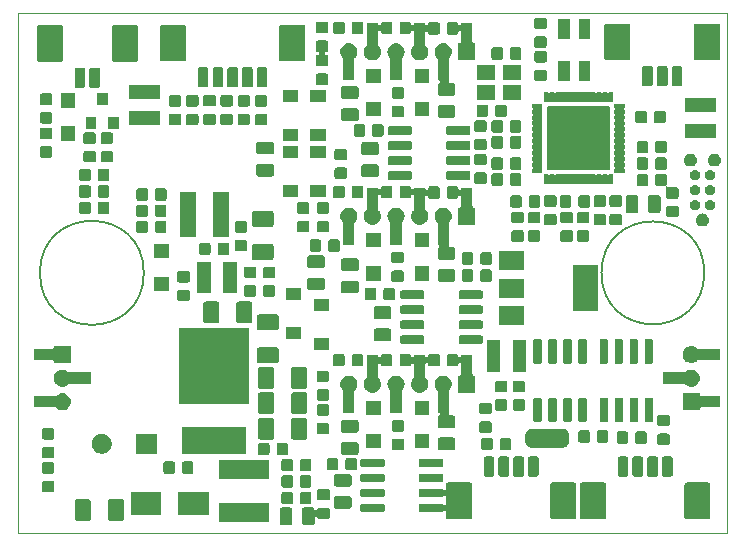
<source format=gts>
G04 #@! TF.GenerationSoftware,KiCad,Pcbnew,5.1.4+dfsg1-1*
G04 #@! TF.CreationDate,2019-12-10T16:08:12+01:00*
G04 #@! TF.ProjectId,PAC5523,50414335-3532-4332-9e6b-696361645f70,rev?*
G04 #@! TF.SameCoordinates,Original*
G04 #@! TF.FileFunction,Soldermask,Top*
G04 #@! TF.FilePolarity,Negative*
%FSLAX46Y46*%
G04 Gerber Fmt 4.6, Leading zero omitted, Abs format (unit mm)*
G04 Created by KiCad (PCBNEW 5.1.4+dfsg1-1) date 2019-12-10 16:08:12*
%MOMM*%
%LPD*%
G04 APERTURE LIST*
%ADD10C,0.150000*%
%ADD11C,0.050000*%
%ADD12C,0.100000*%
G04 APERTURE END LIST*
D10*
X30650284Y-45000000D02*
G75*
G03X30650284Y-45000000I-4400284J0D01*
G01*
X78104595Y-45000000D02*
G75*
G03X78104595Y-45000000I-4354595J0D01*
G01*
D11*
X20000000Y-23000000D02*
X80000000Y-23000000D01*
X20000000Y-67000000D02*
X20000000Y-23000000D01*
X80000000Y-67000000D02*
X20000000Y-67000000D01*
X80000000Y-23000000D02*
X80000000Y-67000000D01*
D12*
G36*
X44939468Y-64863565D02*
G01*
X44978138Y-64875296D01*
X45013777Y-64894346D01*
X45045017Y-64919983D01*
X45070654Y-64951223D01*
X45089703Y-64986860D01*
X45098609Y-65016218D01*
X45107987Y-65038856D01*
X45121601Y-65059230D01*
X45138928Y-65076557D01*
X45159303Y-65090170D01*
X45181942Y-65099547D01*
X45205975Y-65104327D01*
X45230479Y-65104327D01*
X45254513Y-65099546D01*
X45277151Y-65090168D01*
X45297525Y-65076554D01*
X45314852Y-65059227D01*
X45328465Y-65038852D01*
X45337842Y-65016215D01*
X45348394Y-64981428D01*
X45365134Y-64950110D01*
X45387661Y-64922661D01*
X45415110Y-64900134D01*
X45446431Y-64883393D01*
X45480409Y-64873085D01*
X45521890Y-64869000D01*
X46198110Y-64869000D01*
X46239591Y-64873085D01*
X46273569Y-64883393D01*
X46304890Y-64900134D01*
X46332339Y-64922661D01*
X46354866Y-64950110D01*
X46371607Y-64981431D01*
X46381915Y-65015409D01*
X46386000Y-65056890D01*
X46386000Y-65658110D01*
X46381915Y-65699591D01*
X46371607Y-65733569D01*
X46354866Y-65764890D01*
X46332339Y-65792339D01*
X46304890Y-65814866D01*
X46273569Y-65831607D01*
X46239591Y-65841915D01*
X46198110Y-65846000D01*
X45521890Y-65846000D01*
X45480409Y-65841915D01*
X45446431Y-65831607D01*
X45415110Y-65814866D01*
X45387661Y-65792339D01*
X45365134Y-65764890D01*
X45344785Y-65726819D01*
X45341238Y-65718257D01*
X45327625Y-65697883D01*
X45310298Y-65680556D01*
X45289923Y-65666942D01*
X45267285Y-65657565D01*
X45243251Y-65652784D01*
X45218747Y-65652784D01*
X45194714Y-65657564D01*
X45172075Y-65666942D01*
X45151701Y-65680555D01*
X45134374Y-65697882D01*
X45120760Y-65718257D01*
X45111383Y-65740895D01*
X45106602Y-65764929D01*
X45106000Y-65777181D01*
X45106000Y-66148112D01*
X45101435Y-66194468D01*
X45089704Y-66233138D01*
X45070654Y-66268777D01*
X45045017Y-66300017D01*
X45013777Y-66325654D01*
X44978138Y-66344704D01*
X44939468Y-66356435D01*
X44893112Y-66361000D01*
X44241888Y-66361000D01*
X44195532Y-66356435D01*
X44156862Y-66344704D01*
X44121223Y-66325654D01*
X44089983Y-66300017D01*
X44064346Y-66268777D01*
X44045296Y-66233138D01*
X44033565Y-66194468D01*
X44029000Y-66148112D01*
X44029000Y-65071888D01*
X44033565Y-65025532D01*
X44045296Y-64986862D01*
X44064346Y-64951223D01*
X44089983Y-64919983D01*
X44121223Y-64894346D01*
X44156862Y-64875296D01*
X44195532Y-64863565D01*
X44241888Y-64859000D01*
X44893112Y-64859000D01*
X44939468Y-64863565D01*
X44939468Y-64863565D01*
G37*
G36*
X43064468Y-64863565D02*
G01*
X43103138Y-64875296D01*
X43138777Y-64894346D01*
X43170017Y-64919983D01*
X43195654Y-64951223D01*
X43214704Y-64986862D01*
X43226435Y-65025532D01*
X43231000Y-65071888D01*
X43231000Y-66148112D01*
X43226435Y-66194468D01*
X43214704Y-66233138D01*
X43195654Y-66268777D01*
X43170017Y-66300017D01*
X43138777Y-66325654D01*
X43103138Y-66344704D01*
X43064468Y-66356435D01*
X43018112Y-66361000D01*
X42366888Y-66361000D01*
X42320532Y-66356435D01*
X42281862Y-66344704D01*
X42246223Y-66325654D01*
X42214983Y-66300017D01*
X42189346Y-66268777D01*
X42170296Y-66233138D01*
X42158565Y-66194468D01*
X42154000Y-66148112D01*
X42154000Y-65071888D01*
X42158565Y-65025532D01*
X42170296Y-64986862D01*
X42189346Y-64951223D01*
X42214983Y-64919983D01*
X42246223Y-64894346D01*
X42281862Y-64875296D01*
X42320532Y-64863565D01*
X42366888Y-64859000D01*
X43018112Y-64859000D01*
X43064468Y-64863565D01*
X43064468Y-64863565D01*
G37*
G36*
X41281000Y-66071000D02*
G01*
X36979000Y-66071000D01*
X36979000Y-64469000D01*
X41281000Y-64469000D01*
X41281000Y-66071000D01*
X41281000Y-66071000D01*
G37*
G36*
X28808604Y-64168347D02*
G01*
X28845144Y-64179432D01*
X28878821Y-64197433D01*
X28908341Y-64221659D01*
X28932567Y-64251179D01*
X28950568Y-64284856D01*
X28961653Y-64321396D01*
X28966000Y-64365538D01*
X28966000Y-65814462D01*
X28961653Y-65858604D01*
X28950568Y-65895144D01*
X28932567Y-65928821D01*
X28908341Y-65958341D01*
X28878821Y-65982567D01*
X28845144Y-66000568D01*
X28808604Y-66011653D01*
X28764462Y-66016000D01*
X27815538Y-66016000D01*
X27771396Y-66011653D01*
X27734856Y-66000568D01*
X27701179Y-65982567D01*
X27671659Y-65958341D01*
X27647433Y-65928821D01*
X27629432Y-65895144D01*
X27618347Y-65858604D01*
X27614000Y-65814462D01*
X27614000Y-64365538D01*
X27618347Y-64321396D01*
X27629432Y-64284856D01*
X27647433Y-64251179D01*
X27671659Y-64221659D01*
X27701179Y-64197433D01*
X27734856Y-64179432D01*
X27771396Y-64168347D01*
X27815538Y-64164000D01*
X28764462Y-64164000D01*
X28808604Y-64168347D01*
X28808604Y-64168347D01*
G37*
G36*
X26008604Y-64168347D02*
G01*
X26045144Y-64179432D01*
X26078821Y-64197433D01*
X26108341Y-64221659D01*
X26132567Y-64251179D01*
X26150568Y-64284856D01*
X26161653Y-64321396D01*
X26166000Y-64365538D01*
X26166000Y-65814462D01*
X26161653Y-65858604D01*
X26150568Y-65895144D01*
X26132567Y-65928821D01*
X26108341Y-65958341D01*
X26078821Y-65982567D01*
X26045144Y-66000568D01*
X26008604Y-66011653D01*
X25964462Y-66016000D01*
X25015538Y-66016000D01*
X24971396Y-66011653D01*
X24934856Y-66000568D01*
X24901179Y-65982567D01*
X24871659Y-65958341D01*
X24847433Y-65928821D01*
X24829432Y-65895144D01*
X24818347Y-65858604D01*
X24814000Y-65814462D01*
X24814000Y-64365538D01*
X24818347Y-64321396D01*
X24829432Y-64284856D01*
X24847433Y-64251179D01*
X24871659Y-64221659D01*
X24901179Y-64197433D01*
X24934856Y-64179432D01*
X24971396Y-64168347D01*
X25015538Y-64164000D01*
X25964462Y-64164000D01*
X26008604Y-64168347D01*
X26008604Y-64168347D01*
G37*
G36*
X67141536Y-62752800D02*
G01*
X67172738Y-62762265D01*
X67201486Y-62777631D01*
X67226687Y-62798313D01*
X67247369Y-62823514D01*
X67262735Y-62852262D01*
X67272200Y-62883464D01*
X67276000Y-62922046D01*
X67276000Y-65677954D01*
X67272200Y-65716536D01*
X67262735Y-65747738D01*
X67247369Y-65776486D01*
X67226687Y-65801687D01*
X67201486Y-65822369D01*
X67172738Y-65837735D01*
X67141536Y-65847200D01*
X67102954Y-65851000D01*
X65247046Y-65851000D01*
X65208464Y-65847200D01*
X65177262Y-65837735D01*
X65148514Y-65822369D01*
X65123313Y-65801687D01*
X65102631Y-65776486D01*
X65087265Y-65747738D01*
X65077800Y-65716536D01*
X65074000Y-65677954D01*
X65074000Y-62922046D01*
X65077800Y-62883464D01*
X65087265Y-62852262D01*
X65102631Y-62823514D01*
X65123313Y-62798313D01*
X65148514Y-62777631D01*
X65177262Y-62762265D01*
X65208464Y-62752800D01*
X65247046Y-62749000D01*
X67102954Y-62749000D01*
X67141536Y-62752800D01*
X67141536Y-62752800D01*
G37*
G36*
X58291536Y-62752800D02*
G01*
X58322738Y-62762265D01*
X58351486Y-62777631D01*
X58376687Y-62798313D01*
X58397369Y-62823514D01*
X58412735Y-62852262D01*
X58422200Y-62883464D01*
X58426000Y-62922046D01*
X58426000Y-65677954D01*
X58422200Y-65716536D01*
X58412735Y-65747738D01*
X58397369Y-65776486D01*
X58376687Y-65801687D01*
X58351486Y-65822369D01*
X58322738Y-65837735D01*
X58291536Y-65847200D01*
X58252954Y-65851000D01*
X56397046Y-65851000D01*
X56358464Y-65847200D01*
X56327262Y-65837735D01*
X56298514Y-65822369D01*
X56273313Y-65801687D01*
X56252631Y-65776486D01*
X56237265Y-65747738D01*
X56227800Y-65716536D01*
X56224000Y-65677954D01*
X56224000Y-65220389D01*
X56221598Y-65196003D01*
X56214485Y-65172554D01*
X56202934Y-65150943D01*
X56187389Y-65132001D01*
X56168447Y-65116456D01*
X56146836Y-65104905D01*
X56123387Y-65097792D01*
X56099001Y-65095390D01*
X56074615Y-65097792D01*
X56051166Y-65104905D01*
X56029555Y-65116456D01*
X56010613Y-65132001D01*
X55995068Y-65150943D01*
X55983517Y-65172554D01*
X55983172Y-65173518D01*
X55971452Y-65195445D01*
X55957476Y-65212476D01*
X55940445Y-65226452D01*
X55921009Y-65236840D01*
X55899928Y-65243236D01*
X55871860Y-65246000D01*
X54058140Y-65246000D01*
X54030072Y-65243236D01*
X54008991Y-65236840D01*
X53989555Y-65226452D01*
X53972524Y-65212476D01*
X53958548Y-65195445D01*
X53948160Y-65176009D01*
X53941764Y-65154928D01*
X53939000Y-65126860D01*
X53939000Y-64663140D01*
X53941764Y-64635072D01*
X53948160Y-64613991D01*
X53958548Y-64594555D01*
X53972524Y-64577524D01*
X53989555Y-64563548D01*
X54008991Y-64553160D01*
X54030072Y-64546764D01*
X54058140Y-64544000D01*
X55871860Y-64544000D01*
X55899928Y-64546764D01*
X55921009Y-64553160D01*
X55940445Y-64563548D01*
X55957476Y-64577524D01*
X55971452Y-64594555D01*
X55985825Y-64621445D01*
X55988761Y-64628534D01*
X56002375Y-64648908D01*
X56019701Y-64666236D01*
X56040076Y-64679850D01*
X56062714Y-64689227D01*
X56086748Y-64694008D01*
X56111252Y-64694008D01*
X56135285Y-64689228D01*
X56157924Y-64679851D01*
X56178298Y-64666237D01*
X56195626Y-64648911D01*
X56209240Y-64628536D01*
X56218617Y-64605898D01*
X56223398Y-64581864D01*
X56224000Y-64569611D01*
X56224000Y-63950389D01*
X56221598Y-63926003D01*
X56214485Y-63902554D01*
X56202934Y-63880943D01*
X56187389Y-63862001D01*
X56168447Y-63846456D01*
X56146836Y-63834905D01*
X56123387Y-63827792D01*
X56099001Y-63825390D01*
X56074615Y-63827792D01*
X56051166Y-63834905D01*
X56029555Y-63846456D01*
X56010613Y-63862001D01*
X55995068Y-63880943D01*
X55983517Y-63902554D01*
X55983172Y-63903518D01*
X55971452Y-63925445D01*
X55957476Y-63942476D01*
X55940445Y-63956452D01*
X55921009Y-63966840D01*
X55899928Y-63973236D01*
X55871860Y-63976000D01*
X54058140Y-63976000D01*
X54030072Y-63973236D01*
X54008991Y-63966840D01*
X53989555Y-63956452D01*
X53972524Y-63942476D01*
X53958548Y-63925445D01*
X53948160Y-63906009D01*
X53941764Y-63884928D01*
X53939000Y-63856860D01*
X53939000Y-63393140D01*
X53941764Y-63365072D01*
X53948160Y-63343991D01*
X53958548Y-63324555D01*
X53972524Y-63307524D01*
X53989555Y-63293548D01*
X54008991Y-63283160D01*
X54030072Y-63276764D01*
X54058140Y-63274000D01*
X55871860Y-63274000D01*
X55899928Y-63276764D01*
X55921009Y-63283160D01*
X55940445Y-63293548D01*
X55957476Y-63307524D01*
X55971452Y-63324555D01*
X55985825Y-63351445D01*
X55988761Y-63358534D01*
X56002375Y-63378908D01*
X56019701Y-63396236D01*
X56040076Y-63409850D01*
X56062714Y-63419227D01*
X56086748Y-63424008D01*
X56111252Y-63424008D01*
X56135285Y-63419228D01*
X56157924Y-63409851D01*
X56178298Y-63396237D01*
X56195626Y-63378911D01*
X56209240Y-63358536D01*
X56218617Y-63335898D01*
X56223398Y-63311864D01*
X56224000Y-63299611D01*
X56224000Y-62922046D01*
X56227800Y-62883464D01*
X56237265Y-62852262D01*
X56252631Y-62823514D01*
X56273313Y-62798313D01*
X56298514Y-62777631D01*
X56327262Y-62762265D01*
X56358464Y-62752800D01*
X56397046Y-62749000D01*
X58252954Y-62749000D01*
X58291536Y-62752800D01*
X58291536Y-62752800D01*
G37*
G36*
X78491536Y-62752800D02*
G01*
X78522738Y-62762265D01*
X78551486Y-62777631D01*
X78576687Y-62798313D01*
X78597369Y-62823514D01*
X78612735Y-62852262D01*
X78622200Y-62883464D01*
X78626000Y-62922046D01*
X78626000Y-65677954D01*
X78622200Y-65716536D01*
X78612735Y-65747738D01*
X78597369Y-65776486D01*
X78576687Y-65801687D01*
X78551486Y-65822369D01*
X78522738Y-65837735D01*
X78491536Y-65847200D01*
X78452954Y-65851000D01*
X76597046Y-65851000D01*
X76558464Y-65847200D01*
X76527262Y-65837735D01*
X76498514Y-65822369D01*
X76473313Y-65801687D01*
X76452631Y-65776486D01*
X76437265Y-65747738D01*
X76427800Y-65716536D01*
X76424000Y-65677954D01*
X76424000Y-62922046D01*
X76427800Y-62883464D01*
X76437265Y-62852262D01*
X76452631Y-62823514D01*
X76473313Y-62798313D01*
X76498514Y-62777631D01*
X76527262Y-62762265D01*
X76558464Y-62752800D01*
X76597046Y-62749000D01*
X78452954Y-62749000D01*
X78491536Y-62752800D01*
X78491536Y-62752800D01*
G37*
G36*
X69641536Y-62752800D02*
G01*
X69672738Y-62762265D01*
X69701486Y-62777631D01*
X69726687Y-62798313D01*
X69747369Y-62823514D01*
X69762735Y-62852262D01*
X69772200Y-62883464D01*
X69776000Y-62922046D01*
X69776000Y-65677954D01*
X69772200Y-65716536D01*
X69762735Y-65747738D01*
X69747369Y-65776486D01*
X69726687Y-65801687D01*
X69701486Y-65822369D01*
X69672738Y-65837735D01*
X69641536Y-65847200D01*
X69602954Y-65851000D01*
X67747046Y-65851000D01*
X67708464Y-65847200D01*
X67677262Y-65837735D01*
X67648514Y-65822369D01*
X67623313Y-65801687D01*
X67602631Y-65776486D01*
X67587265Y-65747738D01*
X67577800Y-65716536D01*
X67574000Y-65677954D01*
X67574000Y-62922046D01*
X67577800Y-62883464D01*
X67587265Y-62852262D01*
X67602631Y-62823514D01*
X67623313Y-62798313D01*
X67648514Y-62777631D01*
X67677262Y-62762265D01*
X67708464Y-62752800D01*
X67747046Y-62749000D01*
X69602954Y-62749000D01*
X69641536Y-62752800D01*
X69641536Y-62752800D01*
G37*
G36*
X32141000Y-65481000D02*
G01*
X29539000Y-65481000D01*
X29539000Y-63579000D01*
X32141000Y-63579000D01*
X32141000Y-65481000D01*
X32141000Y-65481000D01*
G37*
G36*
X36141000Y-65481000D02*
G01*
X33539000Y-65481000D01*
X33539000Y-63579000D01*
X36141000Y-63579000D01*
X36141000Y-65481000D01*
X36141000Y-65481000D01*
G37*
G36*
X50949928Y-64546764D02*
G01*
X50971009Y-64553160D01*
X50990445Y-64563548D01*
X51007476Y-64577524D01*
X51021452Y-64594555D01*
X51031840Y-64613991D01*
X51038236Y-64635072D01*
X51041000Y-64663140D01*
X51041000Y-65126860D01*
X51038236Y-65154928D01*
X51031840Y-65176009D01*
X51021452Y-65195445D01*
X51007476Y-65212476D01*
X50990445Y-65226452D01*
X50971009Y-65236840D01*
X50949928Y-65243236D01*
X50921860Y-65246000D01*
X49108140Y-65246000D01*
X49080072Y-65243236D01*
X49058991Y-65236840D01*
X49039555Y-65226452D01*
X49022524Y-65212476D01*
X49008548Y-65195445D01*
X48998160Y-65176009D01*
X48991764Y-65154928D01*
X48989000Y-65126860D01*
X48989000Y-64663140D01*
X48991764Y-64635072D01*
X48998160Y-64613991D01*
X49008548Y-64594555D01*
X49022524Y-64577524D01*
X49039555Y-64563548D01*
X49058991Y-64553160D01*
X49080072Y-64546764D01*
X49108140Y-64544000D01*
X50921860Y-64544000D01*
X50949928Y-64546764D01*
X50949928Y-64546764D01*
G37*
G36*
X48074468Y-63893565D02*
G01*
X48113138Y-63905296D01*
X48148777Y-63924346D01*
X48180017Y-63949983D01*
X48205654Y-63981223D01*
X48224704Y-64016862D01*
X48236435Y-64055532D01*
X48241000Y-64101888D01*
X48241000Y-64753112D01*
X48236435Y-64799468D01*
X48224704Y-64838138D01*
X48205654Y-64873777D01*
X48180017Y-64905017D01*
X48148777Y-64930654D01*
X48113138Y-64949704D01*
X48074468Y-64961435D01*
X48028112Y-64966000D01*
X46951888Y-64966000D01*
X46905532Y-64961435D01*
X46866862Y-64949704D01*
X46831223Y-64930654D01*
X46799983Y-64905017D01*
X46774346Y-64873777D01*
X46755296Y-64838138D01*
X46743565Y-64799468D01*
X46739000Y-64753112D01*
X46739000Y-64101888D01*
X46743565Y-64055532D01*
X46755296Y-64016862D01*
X46774346Y-63981223D01*
X46799983Y-63949983D01*
X46831223Y-63924346D01*
X46866862Y-63905296D01*
X46905532Y-63893565D01*
X46951888Y-63889000D01*
X48028112Y-63889000D01*
X48074468Y-63893565D01*
X48074468Y-63893565D01*
G37*
G36*
X44699591Y-63558085D02*
G01*
X44733569Y-63568393D01*
X44764890Y-63585134D01*
X44792339Y-63607661D01*
X44814866Y-63635110D01*
X44831607Y-63666431D01*
X44841915Y-63700409D01*
X44846000Y-63741890D01*
X44846000Y-64418110D01*
X44841915Y-64459591D01*
X44831607Y-64493569D01*
X44814866Y-64524890D01*
X44792339Y-64552339D01*
X44764890Y-64574866D01*
X44733569Y-64591607D01*
X44699591Y-64601915D01*
X44658110Y-64606000D01*
X44056890Y-64606000D01*
X44015409Y-64601915D01*
X43981431Y-64591607D01*
X43950110Y-64574866D01*
X43922661Y-64552339D01*
X43900134Y-64524890D01*
X43883393Y-64493569D01*
X43873085Y-64459591D01*
X43869000Y-64418110D01*
X43869000Y-63741890D01*
X43873085Y-63700409D01*
X43883393Y-63666431D01*
X43900134Y-63635110D01*
X43922661Y-63607661D01*
X43950110Y-63585134D01*
X43981431Y-63568393D01*
X44015409Y-63558085D01*
X44056890Y-63554000D01*
X44658110Y-63554000D01*
X44699591Y-63558085D01*
X44699591Y-63558085D01*
G37*
G36*
X43124591Y-63558085D02*
G01*
X43158569Y-63568393D01*
X43189890Y-63585134D01*
X43217339Y-63607661D01*
X43239866Y-63635110D01*
X43256607Y-63666431D01*
X43266915Y-63700409D01*
X43271000Y-63741890D01*
X43271000Y-64418110D01*
X43266915Y-64459591D01*
X43256607Y-64493569D01*
X43239866Y-64524890D01*
X43217339Y-64552339D01*
X43189890Y-64574866D01*
X43158569Y-64591607D01*
X43124591Y-64601915D01*
X43083110Y-64606000D01*
X42481890Y-64606000D01*
X42440409Y-64601915D01*
X42406431Y-64591607D01*
X42375110Y-64574866D01*
X42347661Y-64552339D01*
X42325134Y-64524890D01*
X42308393Y-64493569D01*
X42298085Y-64459591D01*
X42294000Y-64418110D01*
X42294000Y-63741890D01*
X42298085Y-63700409D01*
X42308393Y-63666431D01*
X42325134Y-63635110D01*
X42347661Y-63607661D01*
X42375110Y-63585134D01*
X42406431Y-63568393D01*
X42440409Y-63558085D01*
X42481890Y-63554000D01*
X43083110Y-63554000D01*
X43124591Y-63558085D01*
X43124591Y-63558085D01*
G37*
G36*
X46239591Y-63298085D02*
G01*
X46273569Y-63308393D01*
X46304890Y-63325134D01*
X46332339Y-63347661D01*
X46354866Y-63375110D01*
X46371607Y-63406431D01*
X46381915Y-63440409D01*
X46386000Y-63481890D01*
X46386000Y-64083110D01*
X46381915Y-64124591D01*
X46371607Y-64158569D01*
X46354866Y-64189890D01*
X46332339Y-64217339D01*
X46304890Y-64239866D01*
X46273569Y-64256607D01*
X46239591Y-64266915D01*
X46198110Y-64271000D01*
X45521890Y-64271000D01*
X45480409Y-64266915D01*
X45446431Y-64256607D01*
X45415110Y-64239866D01*
X45387661Y-64217339D01*
X45365134Y-64189890D01*
X45348393Y-64158569D01*
X45338085Y-64124591D01*
X45334000Y-64083110D01*
X45334000Y-63481890D01*
X45338085Y-63440409D01*
X45348393Y-63406431D01*
X45365134Y-63375110D01*
X45387661Y-63347661D01*
X45415110Y-63325134D01*
X45446431Y-63308393D01*
X45480409Y-63298085D01*
X45521890Y-63294000D01*
X46198110Y-63294000D01*
X46239591Y-63298085D01*
X46239591Y-63298085D01*
G37*
G36*
X50949928Y-63276764D02*
G01*
X50971009Y-63283160D01*
X50990445Y-63293548D01*
X51007476Y-63307524D01*
X51021452Y-63324555D01*
X51031840Y-63343991D01*
X51038236Y-63365072D01*
X51041000Y-63393140D01*
X51041000Y-63856860D01*
X51038236Y-63884928D01*
X51031840Y-63906009D01*
X51021452Y-63925445D01*
X51007476Y-63942476D01*
X50990445Y-63956452D01*
X50971009Y-63966840D01*
X50949928Y-63973236D01*
X50921860Y-63976000D01*
X49108140Y-63976000D01*
X49080072Y-63973236D01*
X49058991Y-63966840D01*
X49039555Y-63956452D01*
X49022524Y-63942476D01*
X49008548Y-63925445D01*
X48998160Y-63906009D01*
X48991764Y-63884928D01*
X48989000Y-63856860D01*
X48989000Y-63393140D01*
X48991764Y-63365072D01*
X48998160Y-63343991D01*
X49008548Y-63324555D01*
X49022524Y-63307524D01*
X49039555Y-63293548D01*
X49058991Y-63283160D01*
X49080072Y-63276764D01*
X49108140Y-63274000D01*
X50921860Y-63274000D01*
X50949928Y-63276764D01*
X50949928Y-63276764D01*
G37*
G36*
X22929591Y-62603085D02*
G01*
X22963569Y-62613393D01*
X22994890Y-62630134D01*
X23022339Y-62652661D01*
X23044866Y-62680110D01*
X23061607Y-62711431D01*
X23071915Y-62745409D01*
X23076000Y-62786890D01*
X23076000Y-63388110D01*
X23071915Y-63429591D01*
X23061607Y-63463569D01*
X23044866Y-63494890D01*
X23022339Y-63522339D01*
X22994890Y-63544866D01*
X22963569Y-63561607D01*
X22929591Y-63571915D01*
X22888110Y-63576000D01*
X22211890Y-63576000D01*
X22170409Y-63571915D01*
X22136431Y-63561607D01*
X22105110Y-63544866D01*
X22077661Y-63522339D01*
X22055134Y-63494890D01*
X22038393Y-63463569D01*
X22028085Y-63429591D01*
X22024000Y-63388110D01*
X22024000Y-62786890D01*
X22028085Y-62745409D01*
X22038393Y-62711431D01*
X22055134Y-62680110D01*
X22077661Y-62652661D01*
X22105110Y-62630134D01*
X22136431Y-62613393D01*
X22170409Y-62603085D01*
X22211890Y-62599000D01*
X22888110Y-62599000D01*
X22929591Y-62603085D01*
X22929591Y-62603085D01*
G37*
G36*
X44699591Y-62138085D02*
G01*
X44733569Y-62148393D01*
X44764890Y-62165134D01*
X44792339Y-62187661D01*
X44814866Y-62215110D01*
X44831607Y-62246431D01*
X44841915Y-62280409D01*
X44846000Y-62321890D01*
X44846000Y-62998110D01*
X44841915Y-63039591D01*
X44831607Y-63073569D01*
X44814866Y-63104890D01*
X44792339Y-63132339D01*
X44764890Y-63154866D01*
X44733569Y-63171607D01*
X44699591Y-63181915D01*
X44658110Y-63186000D01*
X44056890Y-63186000D01*
X44015409Y-63181915D01*
X43981431Y-63171607D01*
X43950110Y-63154866D01*
X43922661Y-63132339D01*
X43900134Y-63104890D01*
X43883393Y-63073569D01*
X43873085Y-63039591D01*
X43869000Y-62998110D01*
X43869000Y-62321890D01*
X43873085Y-62280409D01*
X43883393Y-62246431D01*
X43900134Y-62215110D01*
X43922661Y-62187661D01*
X43950110Y-62165134D01*
X43981431Y-62148393D01*
X44015409Y-62138085D01*
X44056890Y-62134000D01*
X44658110Y-62134000D01*
X44699591Y-62138085D01*
X44699591Y-62138085D01*
G37*
G36*
X43124591Y-62138085D02*
G01*
X43158569Y-62148393D01*
X43189890Y-62165134D01*
X43217339Y-62187661D01*
X43239866Y-62215110D01*
X43256607Y-62246431D01*
X43266915Y-62280409D01*
X43271000Y-62321890D01*
X43271000Y-62998110D01*
X43266915Y-63039591D01*
X43256607Y-63073569D01*
X43239866Y-63104890D01*
X43217339Y-63132339D01*
X43189890Y-63154866D01*
X43158569Y-63171607D01*
X43124591Y-63181915D01*
X43083110Y-63186000D01*
X42481890Y-63186000D01*
X42440409Y-63181915D01*
X42406431Y-63171607D01*
X42375110Y-63154866D01*
X42347661Y-63132339D01*
X42325134Y-63104890D01*
X42308393Y-63073569D01*
X42298085Y-63039591D01*
X42294000Y-62998110D01*
X42294000Y-62321890D01*
X42298085Y-62280409D01*
X42308393Y-62246431D01*
X42325134Y-62215110D01*
X42347661Y-62187661D01*
X42375110Y-62165134D01*
X42406431Y-62148393D01*
X42440409Y-62138085D01*
X42481890Y-62134000D01*
X43083110Y-62134000D01*
X43124591Y-62138085D01*
X43124591Y-62138085D01*
G37*
G36*
X48074468Y-62018565D02*
G01*
X48113138Y-62030296D01*
X48148777Y-62049346D01*
X48180017Y-62074983D01*
X48205654Y-62106223D01*
X48224704Y-62141862D01*
X48236435Y-62180532D01*
X48241000Y-62226888D01*
X48241000Y-62878112D01*
X48236435Y-62924468D01*
X48224704Y-62963138D01*
X48205654Y-62998777D01*
X48180017Y-63030017D01*
X48148777Y-63055654D01*
X48113138Y-63074704D01*
X48074468Y-63086435D01*
X48028112Y-63091000D01*
X46951888Y-63091000D01*
X46905532Y-63086435D01*
X46866862Y-63074704D01*
X46831223Y-63055654D01*
X46799983Y-63030017D01*
X46774346Y-62998777D01*
X46755296Y-62963138D01*
X46743565Y-62924468D01*
X46739000Y-62878112D01*
X46739000Y-62226888D01*
X46743565Y-62180532D01*
X46755296Y-62141862D01*
X46774346Y-62106223D01*
X46799983Y-62074983D01*
X46831223Y-62049346D01*
X46866862Y-62030296D01*
X46905532Y-62018565D01*
X46951888Y-62014000D01*
X48028112Y-62014000D01*
X48074468Y-62018565D01*
X48074468Y-62018565D01*
G37*
G36*
X55899928Y-62006764D02*
G01*
X55921009Y-62013160D01*
X55940445Y-62023548D01*
X55957476Y-62037524D01*
X55971452Y-62054555D01*
X55981840Y-62073991D01*
X55988236Y-62095072D01*
X55991000Y-62123140D01*
X55991000Y-62586860D01*
X55988236Y-62614928D01*
X55981840Y-62636009D01*
X55971452Y-62655445D01*
X55957476Y-62672476D01*
X55940445Y-62686452D01*
X55921009Y-62696840D01*
X55899928Y-62703236D01*
X55871860Y-62706000D01*
X54058140Y-62706000D01*
X54030072Y-62703236D01*
X54008991Y-62696840D01*
X53989555Y-62686452D01*
X53972524Y-62672476D01*
X53958548Y-62655445D01*
X53948160Y-62636009D01*
X53941764Y-62614928D01*
X53939000Y-62586860D01*
X53939000Y-62123140D01*
X53941764Y-62095072D01*
X53948160Y-62073991D01*
X53958548Y-62054555D01*
X53972524Y-62037524D01*
X53989555Y-62023548D01*
X54008991Y-62013160D01*
X54030072Y-62006764D01*
X54058140Y-62004000D01*
X55871860Y-62004000D01*
X55899928Y-62006764D01*
X55899928Y-62006764D01*
G37*
G36*
X50949928Y-62006764D02*
G01*
X50971009Y-62013160D01*
X50990445Y-62023548D01*
X51007476Y-62037524D01*
X51021452Y-62054555D01*
X51031840Y-62073991D01*
X51038236Y-62095072D01*
X51041000Y-62123140D01*
X51041000Y-62586860D01*
X51038236Y-62614928D01*
X51031840Y-62636009D01*
X51021452Y-62655445D01*
X51007476Y-62672476D01*
X50990445Y-62686452D01*
X50971009Y-62696840D01*
X50949928Y-62703236D01*
X50921860Y-62706000D01*
X49108140Y-62706000D01*
X49080072Y-62703236D01*
X49058991Y-62696840D01*
X49039555Y-62686452D01*
X49022524Y-62672476D01*
X49008548Y-62655445D01*
X48998160Y-62636009D01*
X48991764Y-62614928D01*
X48989000Y-62586860D01*
X48989000Y-62123140D01*
X48991764Y-62095072D01*
X48998160Y-62073991D01*
X49008548Y-62054555D01*
X49022524Y-62037524D01*
X49039555Y-62023548D01*
X49058991Y-62013160D01*
X49080072Y-62006764D01*
X49108140Y-62004000D01*
X50921860Y-62004000D01*
X50949928Y-62006764D01*
X50949928Y-62006764D01*
G37*
G36*
X41281000Y-62471000D02*
G01*
X36979000Y-62471000D01*
X36979000Y-60869000D01*
X41281000Y-60869000D01*
X41281000Y-62471000D01*
X41281000Y-62471000D01*
G37*
G36*
X75294683Y-60552725D02*
G01*
X75325143Y-60561966D01*
X75353223Y-60576974D01*
X75377831Y-60597169D01*
X75398026Y-60621777D01*
X75413034Y-60649857D01*
X75422275Y-60680317D01*
X75426000Y-60718140D01*
X75426000Y-62081860D01*
X75422275Y-62119683D01*
X75413034Y-62150143D01*
X75398026Y-62178223D01*
X75377831Y-62202831D01*
X75353223Y-62223026D01*
X75325143Y-62238034D01*
X75294683Y-62247275D01*
X75256860Y-62251000D01*
X74693140Y-62251000D01*
X74655317Y-62247275D01*
X74624857Y-62238034D01*
X74596777Y-62223026D01*
X74572169Y-62202831D01*
X74551974Y-62178223D01*
X74536966Y-62150143D01*
X74527725Y-62119683D01*
X74524000Y-62081860D01*
X74524000Y-60718140D01*
X74527725Y-60680317D01*
X74536966Y-60649857D01*
X74551974Y-60621777D01*
X74572169Y-60597169D01*
X74596777Y-60576974D01*
X74624857Y-60561966D01*
X74655317Y-60552725D01*
X74693140Y-60549000D01*
X75256860Y-60549000D01*
X75294683Y-60552725D01*
X75294683Y-60552725D01*
G37*
G36*
X74044683Y-60552725D02*
G01*
X74075143Y-60561966D01*
X74103223Y-60576974D01*
X74127831Y-60597169D01*
X74148026Y-60621777D01*
X74163034Y-60649857D01*
X74172275Y-60680317D01*
X74176000Y-60718140D01*
X74176000Y-62081860D01*
X74172275Y-62119683D01*
X74163034Y-62150143D01*
X74148026Y-62178223D01*
X74127831Y-62202831D01*
X74103223Y-62223026D01*
X74075143Y-62238034D01*
X74044683Y-62247275D01*
X74006860Y-62251000D01*
X73443140Y-62251000D01*
X73405317Y-62247275D01*
X73374857Y-62238034D01*
X73346777Y-62223026D01*
X73322169Y-62202831D01*
X73301974Y-62178223D01*
X73286966Y-62150143D01*
X73277725Y-62119683D01*
X73274000Y-62081860D01*
X73274000Y-60718140D01*
X73277725Y-60680317D01*
X73286966Y-60649857D01*
X73301974Y-60621777D01*
X73322169Y-60597169D01*
X73346777Y-60576974D01*
X73374857Y-60561966D01*
X73405317Y-60552725D01*
X73443140Y-60549000D01*
X74006860Y-60549000D01*
X74044683Y-60552725D01*
X74044683Y-60552725D01*
G37*
G36*
X72794683Y-60552725D02*
G01*
X72825143Y-60561966D01*
X72853223Y-60576974D01*
X72877831Y-60597169D01*
X72898026Y-60621777D01*
X72913034Y-60649857D01*
X72922275Y-60680317D01*
X72926000Y-60718140D01*
X72926000Y-62081860D01*
X72922275Y-62119683D01*
X72913034Y-62150143D01*
X72898026Y-62178223D01*
X72877831Y-62202831D01*
X72853223Y-62223026D01*
X72825143Y-62238034D01*
X72794683Y-62247275D01*
X72756860Y-62251000D01*
X72193140Y-62251000D01*
X72155317Y-62247275D01*
X72124857Y-62238034D01*
X72096777Y-62223026D01*
X72072169Y-62202831D01*
X72051974Y-62178223D01*
X72036966Y-62150143D01*
X72027725Y-62119683D01*
X72024000Y-62081860D01*
X72024000Y-60718140D01*
X72027725Y-60680317D01*
X72036966Y-60649857D01*
X72051974Y-60621777D01*
X72072169Y-60597169D01*
X72096777Y-60576974D01*
X72124857Y-60561966D01*
X72155317Y-60552725D01*
X72193140Y-60549000D01*
X72756860Y-60549000D01*
X72794683Y-60552725D01*
X72794683Y-60552725D01*
G37*
G36*
X71544683Y-60552725D02*
G01*
X71575143Y-60561966D01*
X71603223Y-60576974D01*
X71627831Y-60597169D01*
X71648026Y-60621777D01*
X71663034Y-60649857D01*
X71672275Y-60680317D01*
X71676000Y-60718140D01*
X71676000Y-62081860D01*
X71672275Y-62119683D01*
X71663034Y-62150143D01*
X71648026Y-62178223D01*
X71627831Y-62202831D01*
X71603223Y-62223026D01*
X71575143Y-62238034D01*
X71544683Y-62247275D01*
X71506860Y-62251000D01*
X70943140Y-62251000D01*
X70905317Y-62247275D01*
X70874857Y-62238034D01*
X70846777Y-62223026D01*
X70822169Y-62202831D01*
X70801974Y-62178223D01*
X70786966Y-62150143D01*
X70777725Y-62119683D01*
X70774000Y-62081860D01*
X70774000Y-60718140D01*
X70777725Y-60680317D01*
X70786966Y-60649857D01*
X70801974Y-60621777D01*
X70822169Y-60597169D01*
X70846777Y-60576974D01*
X70874857Y-60561966D01*
X70905317Y-60552725D01*
X70943140Y-60549000D01*
X71506860Y-60549000D01*
X71544683Y-60552725D01*
X71544683Y-60552725D01*
G37*
G36*
X60194683Y-60552725D02*
G01*
X60225143Y-60561966D01*
X60253223Y-60576974D01*
X60277831Y-60597169D01*
X60298026Y-60621777D01*
X60313034Y-60649857D01*
X60322275Y-60680317D01*
X60326000Y-60718140D01*
X60326000Y-62081860D01*
X60322275Y-62119683D01*
X60313034Y-62150143D01*
X60298026Y-62178223D01*
X60277831Y-62202831D01*
X60253223Y-62223026D01*
X60225143Y-62238034D01*
X60194683Y-62247275D01*
X60156860Y-62251000D01*
X59593140Y-62251000D01*
X59555317Y-62247275D01*
X59524857Y-62238034D01*
X59496777Y-62223026D01*
X59472169Y-62202831D01*
X59451974Y-62178223D01*
X59436966Y-62150143D01*
X59427725Y-62119683D01*
X59424000Y-62081860D01*
X59424000Y-60718140D01*
X59427725Y-60680317D01*
X59436966Y-60649857D01*
X59451974Y-60621777D01*
X59472169Y-60597169D01*
X59496777Y-60576974D01*
X59524857Y-60561966D01*
X59555317Y-60552725D01*
X59593140Y-60549000D01*
X60156860Y-60549000D01*
X60194683Y-60552725D01*
X60194683Y-60552725D01*
G37*
G36*
X61444683Y-60552725D02*
G01*
X61475143Y-60561966D01*
X61503223Y-60576974D01*
X61527831Y-60597169D01*
X61548026Y-60621777D01*
X61563034Y-60649857D01*
X61572275Y-60680317D01*
X61576000Y-60718140D01*
X61576000Y-62081860D01*
X61572275Y-62119683D01*
X61563034Y-62150143D01*
X61548026Y-62178223D01*
X61527831Y-62202831D01*
X61503223Y-62223026D01*
X61475143Y-62238034D01*
X61444683Y-62247275D01*
X61406860Y-62251000D01*
X60843140Y-62251000D01*
X60805317Y-62247275D01*
X60774857Y-62238034D01*
X60746777Y-62223026D01*
X60722169Y-62202831D01*
X60701974Y-62178223D01*
X60686966Y-62150143D01*
X60677725Y-62119683D01*
X60674000Y-62081860D01*
X60674000Y-60718140D01*
X60677725Y-60680317D01*
X60686966Y-60649857D01*
X60701974Y-60621777D01*
X60722169Y-60597169D01*
X60746777Y-60576974D01*
X60774857Y-60561966D01*
X60805317Y-60552725D01*
X60843140Y-60549000D01*
X61406860Y-60549000D01*
X61444683Y-60552725D01*
X61444683Y-60552725D01*
G37*
G36*
X62694683Y-60552725D02*
G01*
X62725143Y-60561966D01*
X62753223Y-60576974D01*
X62777831Y-60597169D01*
X62798026Y-60621777D01*
X62813034Y-60649857D01*
X62822275Y-60680317D01*
X62826000Y-60718140D01*
X62826000Y-62081860D01*
X62822275Y-62119683D01*
X62813034Y-62150143D01*
X62798026Y-62178223D01*
X62777831Y-62202831D01*
X62753223Y-62223026D01*
X62725143Y-62238034D01*
X62694683Y-62247275D01*
X62656860Y-62251000D01*
X62093140Y-62251000D01*
X62055317Y-62247275D01*
X62024857Y-62238034D01*
X61996777Y-62223026D01*
X61972169Y-62202831D01*
X61951974Y-62178223D01*
X61936966Y-62150143D01*
X61927725Y-62119683D01*
X61924000Y-62081860D01*
X61924000Y-60718140D01*
X61927725Y-60680317D01*
X61936966Y-60649857D01*
X61951974Y-60621777D01*
X61972169Y-60597169D01*
X61996777Y-60576974D01*
X62024857Y-60561966D01*
X62055317Y-60552725D01*
X62093140Y-60549000D01*
X62656860Y-60549000D01*
X62694683Y-60552725D01*
X62694683Y-60552725D01*
G37*
G36*
X63944683Y-60552725D02*
G01*
X63975143Y-60561966D01*
X64003223Y-60576974D01*
X64027831Y-60597169D01*
X64048026Y-60621777D01*
X64063034Y-60649857D01*
X64072275Y-60680317D01*
X64076000Y-60718140D01*
X64076000Y-62081860D01*
X64072275Y-62119683D01*
X64063034Y-62150143D01*
X64048026Y-62178223D01*
X64027831Y-62202831D01*
X64003223Y-62223026D01*
X63975143Y-62238034D01*
X63944683Y-62247275D01*
X63906860Y-62251000D01*
X63343140Y-62251000D01*
X63305317Y-62247275D01*
X63274857Y-62238034D01*
X63246777Y-62223026D01*
X63222169Y-62202831D01*
X63201974Y-62178223D01*
X63186966Y-62150143D01*
X63177725Y-62119683D01*
X63174000Y-62081860D01*
X63174000Y-60718140D01*
X63177725Y-60680317D01*
X63186966Y-60649857D01*
X63201974Y-60621777D01*
X63222169Y-60597169D01*
X63246777Y-60576974D01*
X63274857Y-60561966D01*
X63305317Y-60552725D01*
X63343140Y-60549000D01*
X63906860Y-60549000D01*
X63944683Y-60552725D01*
X63944683Y-60552725D01*
G37*
G36*
X34709591Y-60968085D02*
G01*
X34743569Y-60978393D01*
X34774890Y-60995134D01*
X34802339Y-61017661D01*
X34824866Y-61045110D01*
X34841607Y-61076431D01*
X34851915Y-61110409D01*
X34856000Y-61151890D01*
X34856000Y-61828110D01*
X34851915Y-61869591D01*
X34841607Y-61903569D01*
X34824866Y-61934890D01*
X34802339Y-61962339D01*
X34774890Y-61984866D01*
X34743569Y-62001607D01*
X34709591Y-62011915D01*
X34668110Y-62016000D01*
X34066890Y-62016000D01*
X34025409Y-62011915D01*
X33991431Y-62001607D01*
X33960110Y-61984866D01*
X33932661Y-61962339D01*
X33910134Y-61934890D01*
X33893393Y-61903569D01*
X33883085Y-61869591D01*
X33879000Y-61828110D01*
X33879000Y-61151890D01*
X33883085Y-61110409D01*
X33893393Y-61076431D01*
X33910134Y-61045110D01*
X33932661Y-61017661D01*
X33960110Y-60995134D01*
X33991431Y-60978393D01*
X34025409Y-60968085D01*
X34066890Y-60964000D01*
X34668110Y-60964000D01*
X34709591Y-60968085D01*
X34709591Y-60968085D01*
G37*
G36*
X33134591Y-60968085D02*
G01*
X33168569Y-60978393D01*
X33199890Y-60995134D01*
X33227339Y-61017661D01*
X33249866Y-61045110D01*
X33266607Y-61076431D01*
X33276915Y-61110409D01*
X33281000Y-61151890D01*
X33281000Y-61828110D01*
X33276915Y-61869591D01*
X33266607Y-61903569D01*
X33249866Y-61934890D01*
X33227339Y-61962339D01*
X33199890Y-61984866D01*
X33168569Y-62001607D01*
X33134591Y-62011915D01*
X33093110Y-62016000D01*
X32491890Y-62016000D01*
X32450409Y-62011915D01*
X32416431Y-62001607D01*
X32385110Y-61984866D01*
X32357661Y-61962339D01*
X32335134Y-61934890D01*
X32318393Y-61903569D01*
X32308085Y-61869591D01*
X32304000Y-61828110D01*
X32304000Y-61151890D01*
X32308085Y-61110409D01*
X32318393Y-61076431D01*
X32335134Y-61045110D01*
X32357661Y-61017661D01*
X32385110Y-60995134D01*
X32416431Y-60978393D01*
X32450409Y-60968085D01*
X32491890Y-60964000D01*
X33093110Y-60964000D01*
X33134591Y-60968085D01*
X33134591Y-60968085D01*
G37*
G36*
X22929591Y-61028085D02*
G01*
X22963569Y-61038393D01*
X22994890Y-61055134D01*
X23022339Y-61077661D01*
X23044866Y-61105110D01*
X23061607Y-61136431D01*
X23071915Y-61170409D01*
X23076000Y-61211890D01*
X23076000Y-61813110D01*
X23071915Y-61854591D01*
X23061607Y-61888569D01*
X23044866Y-61919890D01*
X23022339Y-61947339D01*
X22994890Y-61969866D01*
X22963569Y-61986607D01*
X22929591Y-61996915D01*
X22888110Y-62001000D01*
X22211890Y-62001000D01*
X22170409Y-61996915D01*
X22136431Y-61986607D01*
X22105110Y-61969866D01*
X22077661Y-61947339D01*
X22055134Y-61919890D01*
X22038393Y-61888569D01*
X22028085Y-61854591D01*
X22024000Y-61813110D01*
X22024000Y-61211890D01*
X22028085Y-61170409D01*
X22038393Y-61136431D01*
X22055134Y-61105110D01*
X22077661Y-61077661D01*
X22105110Y-61055134D01*
X22136431Y-61038393D01*
X22170409Y-61028085D01*
X22211890Y-61024000D01*
X22888110Y-61024000D01*
X22929591Y-61028085D01*
X22929591Y-61028085D01*
G37*
G36*
X44699591Y-60758085D02*
G01*
X44733569Y-60768393D01*
X44764890Y-60785134D01*
X44792339Y-60807661D01*
X44814866Y-60835110D01*
X44831607Y-60866431D01*
X44841915Y-60900409D01*
X44846000Y-60941890D01*
X44846000Y-61618110D01*
X44841915Y-61659591D01*
X44831607Y-61693569D01*
X44814866Y-61724890D01*
X44792339Y-61752339D01*
X44764890Y-61774866D01*
X44733569Y-61791607D01*
X44699591Y-61801915D01*
X44658110Y-61806000D01*
X44056890Y-61806000D01*
X44015409Y-61801915D01*
X43981431Y-61791607D01*
X43950110Y-61774866D01*
X43922661Y-61752339D01*
X43900134Y-61724890D01*
X43883393Y-61693569D01*
X43873085Y-61659591D01*
X43869000Y-61618110D01*
X43869000Y-60941890D01*
X43873085Y-60900409D01*
X43883393Y-60866431D01*
X43900134Y-60835110D01*
X43922661Y-60807661D01*
X43950110Y-60785134D01*
X43981431Y-60768393D01*
X44015409Y-60758085D01*
X44056890Y-60754000D01*
X44658110Y-60754000D01*
X44699591Y-60758085D01*
X44699591Y-60758085D01*
G37*
G36*
X43124591Y-60758085D02*
G01*
X43158569Y-60768393D01*
X43189890Y-60785134D01*
X43217339Y-60807661D01*
X43239866Y-60835110D01*
X43256607Y-60866431D01*
X43266915Y-60900409D01*
X43271000Y-60941890D01*
X43271000Y-61618110D01*
X43266915Y-61659591D01*
X43256607Y-61693569D01*
X43239866Y-61724890D01*
X43217339Y-61752339D01*
X43189890Y-61774866D01*
X43158569Y-61791607D01*
X43124591Y-61801915D01*
X43083110Y-61806000D01*
X42481890Y-61806000D01*
X42440409Y-61801915D01*
X42406431Y-61791607D01*
X42375110Y-61774866D01*
X42347661Y-61752339D01*
X42325134Y-61724890D01*
X42308393Y-61693569D01*
X42298085Y-61659591D01*
X42294000Y-61618110D01*
X42294000Y-60941890D01*
X42298085Y-60900409D01*
X42308393Y-60866431D01*
X42325134Y-60835110D01*
X42347661Y-60807661D01*
X42375110Y-60785134D01*
X42406431Y-60768393D01*
X42440409Y-60758085D01*
X42481890Y-60754000D01*
X43083110Y-60754000D01*
X43124591Y-60758085D01*
X43124591Y-60758085D01*
G37*
G36*
X46974591Y-60678085D02*
G01*
X47008569Y-60688393D01*
X47039890Y-60705134D01*
X47067339Y-60727661D01*
X47089866Y-60755110D01*
X47106607Y-60786431D01*
X47116915Y-60820409D01*
X47121000Y-60861890D01*
X47121000Y-61538110D01*
X47116915Y-61579591D01*
X47106607Y-61613569D01*
X47089866Y-61644890D01*
X47067339Y-61672339D01*
X47039890Y-61694866D01*
X47008569Y-61711607D01*
X46974591Y-61721915D01*
X46933110Y-61726000D01*
X46331890Y-61726000D01*
X46290409Y-61721915D01*
X46256431Y-61711607D01*
X46225110Y-61694866D01*
X46197661Y-61672339D01*
X46175134Y-61644890D01*
X46158393Y-61613569D01*
X46148085Y-61579591D01*
X46144000Y-61538110D01*
X46144000Y-60861890D01*
X46148085Y-60820409D01*
X46158393Y-60786431D01*
X46175134Y-60755110D01*
X46197661Y-60727661D01*
X46225110Y-60705134D01*
X46256431Y-60688393D01*
X46290409Y-60678085D01*
X46331890Y-60674000D01*
X46933110Y-60674000D01*
X46974591Y-60678085D01*
X46974591Y-60678085D01*
G37*
G36*
X48549591Y-60678085D02*
G01*
X48583569Y-60688393D01*
X48614890Y-60705134D01*
X48642339Y-60727661D01*
X48664866Y-60755110D01*
X48681607Y-60786431D01*
X48691915Y-60820409D01*
X48696000Y-60861890D01*
X48696000Y-61538110D01*
X48691915Y-61579591D01*
X48681607Y-61613569D01*
X48664866Y-61644890D01*
X48642339Y-61672339D01*
X48614890Y-61694866D01*
X48583569Y-61711607D01*
X48549591Y-61721915D01*
X48508110Y-61726000D01*
X47906890Y-61726000D01*
X47865409Y-61721915D01*
X47831431Y-61711607D01*
X47800110Y-61694866D01*
X47772661Y-61672339D01*
X47750134Y-61644890D01*
X47733393Y-61613569D01*
X47723085Y-61579591D01*
X47719000Y-61538110D01*
X47719000Y-60861890D01*
X47723085Y-60820409D01*
X47733393Y-60786431D01*
X47750134Y-60755110D01*
X47772661Y-60727661D01*
X47800110Y-60705134D01*
X47831431Y-60688393D01*
X47865409Y-60678085D01*
X47906890Y-60674000D01*
X48508110Y-60674000D01*
X48549591Y-60678085D01*
X48549591Y-60678085D01*
G37*
G36*
X55899928Y-60736764D02*
G01*
X55921009Y-60743160D01*
X55940445Y-60753548D01*
X55957476Y-60767524D01*
X55971452Y-60784555D01*
X55981840Y-60803991D01*
X55988236Y-60825072D01*
X55991000Y-60853140D01*
X55991000Y-61316860D01*
X55988236Y-61344928D01*
X55981840Y-61366009D01*
X55971452Y-61385445D01*
X55957476Y-61402476D01*
X55940445Y-61416452D01*
X55921009Y-61426840D01*
X55899928Y-61433236D01*
X55871860Y-61436000D01*
X54058140Y-61436000D01*
X54030072Y-61433236D01*
X54008991Y-61426840D01*
X53989555Y-61416452D01*
X53972524Y-61402476D01*
X53958548Y-61385445D01*
X53948160Y-61366009D01*
X53941764Y-61344928D01*
X53939000Y-61316860D01*
X53939000Y-60853140D01*
X53941764Y-60825072D01*
X53948160Y-60803991D01*
X53958548Y-60784555D01*
X53972524Y-60767524D01*
X53989555Y-60753548D01*
X54008991Y-60743160D01*
X54030072Y-60736764D01*
X54058140Y-60734000D01*
X55871860Y-60734000D01*
X55899928Y-60736764D01*
X55899928Y-60736764D01*
G37*
G36*
X50949928Y-60736764D02*
G01*
X50971009Y-60743160D01*
X50990445Y-60753548D01*
X51007476Y-60767524D01*
X51021452Y-60784555D01*
X51031840Y-60803991D01*
X51038236Y-60825072D01*
X51041000Y-60853140D01*
X51041000Y-61316860D01*
X51038236Y-61344928D01*
X51031840Y-61366009D01*
X51021452Y-61385445D01*
X51007476Y-61402476D01*
X50990445Y-61416452D01*
X50971009Y-61426840D01*
X50949928Y-61433236D01*
X50921860Y-61436000D01*
X49108140Y-61436000D01*
X49080072Y-61433236D01*
X49058991Y-61426840D01*
X49039555Y-61416452D01*
X49022524Y-61402476D01*
X49008548Y-61385445D01*
X48998160Y-61366009D01*
X48991764Y-61344928D01*
X48989000Y-61316860D01*
X48989000Y-60853140D01*
X48991764Y-60825072D01*
X48998160Y-60803991D01*
X49008548Y-60784555D01*
X49022524Y-60767524D01*
X49039555Y-60753548D01*
X49058991Y-60743160D01*
X49080072Y-60736764D01*
X49108140Y-60734000D01*
X50921860Y-60734000D01*
X50949928Y-60736764D01*
X50949928Y-60736764D01*
G37*
G36*
X22929591Y-59715584D02*
G01*
X22963569Y-59725892D01*
X22994890Y-59742633D01*
X23022339Y-59765160D01*
X23044866Y-59792609D01*
X23061607Y-59823930D01*
X23071915Y-59857908D01*
X23076000Y-59899389D01*
X23076000Y-60500609D01*
X23071915Y-60542090D01*
X23061607Y-60576068D01*
X23044866Y-60607389D01*
X23022339Y-60634838D01*
X22994890Y-60657365D01*
X22963569Y-60674106D01*
X22929591Y-60684414D01*
X22888110Y-60688499D01*
X22211890Y-60688499D01*
X22170409Y-60684414D01*
X22136431Y-60674106D01*
X22105110Y-60657365D01*
X22077661Y-60634838D01*
X22055134Y-60607389D01*
X22038393Y-60576068D01*
X22028085Y-60542090D01*
X22024000Y-60500609D01*
X22024000Y-59899389D01*
X22028085Y-59857908D01*
X22038393Y-59823930D01*
X22055134Y-59792609D01*
X22077661Y-59765160D01*
X22105110Y-59742633D01*
X22136431Y-59725892D01*
X22170409Y-59715584D01*
X22211890Y-59711499D01*
X22888110Y-59711499D01*
X22929591Y-59715584D01*
X22929591Y-59715584D01*
G37*
G36*
X42719591Y-59388085D02*
G01*
X42753569Y-59398393D01*
X42784890Y-59415134D01*
X42812339Y-59437661D01*
X42834866Y-59465110D01*
X42851607Y-59496431D01*
X42861915Y-59530409D01*
X42866000Y-59571890D01*
X42866000Y-60248110D01*
X42861915Y-60289591D01*
X42851607Y-60323569D01*
X42834866Y-60354890D01*
X42812339Y-60382339D01*
X42784890Y-60404866D01*
X42753569Y-60421607D01*
X42719591Y-60431915D01*
X42678110Y-60436000D01*
X42076890Y-60436000D01*
X42035409Y-60431915D01*
X42001431Y-60421607D01*
X41970110Y-60404866D01*
X41942661Y-60382339D01*
X41920134Y-60354890D01*
X41903393Y-60323569D01*
X41893085Y-60289591D01*
X41889000Y-60248110D01*
X41889000Y-59571890D01*
X41893085Y-59530409D01*
X41903393Y-59496431D01*
X41920134Y-59465110D01*
X41942661Y-59437661D01*
X41970110Y-59415134D01*
X42001431Y-59398393D01*
X42035409Y-59388085D01*
X42076890Y-59384000D01*
X42678110Y-59384000D01*
X42719591Y-59388085D01*
X42719591Y-59388085D01*
G37*
G36*
X41144591Y-59388085D02*
G01*
X41178569Y-59398393D01*
X41209890Y-59415134D01*
X41237339Y-59437661D01*
X41259866Y-59465110D01*
X41276607Y-59496431D01*
X41286915Y-59530409D01*
X41291000Y-59571890D01*
X41291000Y-60248110D01*
X41286915Y-60289591D01*
X41276607Y-60323569D01*
X41259866Y-60354890D01*
X41237339Y-60382339D01*
X41209890Y-60404866D01*
X41178569Y-60421607D01*
X41144591Y-60431915D01*
X41103110Y-60436000D01*
X40501890Y-60436000D01*
X40460409Y-60431915D01*
X40426431Y-60421607D01*
X40395110Y-60404866D01*
X40367661Y-60382339D01*
X40345134Y-60354890D01*
X40328393Y-60323569D01*
X40318085Y-60289591D01*
X40314000Y-60248110D01*
X40314000Y-59571890D01*
X40318085Y-59530409D01*
X40328393Y-59496431D01*
X40345134Y-59465110D01*
X40367661Y-59437661D01*
X40395110Y-59415134D01*
X40426431Y-59398393D01*
X40460409Y-59388085D01*
X40501890Y-59384000D01*
X41103110Y-59384000D01*
X41144591Y-59388085D01*
X41144591Y-59388085D01*
G37*
G36*
X48674468Y-59333565D02*
G01*
X48713138Y-59345296D01*
X48748777Y-59364346D01*
X48780017Y-59389983D01*
X48805654Y-59421223D01*
X48824704Y-59456862D01*
X48836435Y-59495532D01*
X48841000Y-59541888D01*
X48841000Y-60193112D01*
X48836435Y-60239468D01*
X48824704Y-60278138D01*
X48805654Y-60313777D01*
X48780017Y-60345017D01*
X48748777Y-60370654D01*
X48713138Y-60389704D01*
X48674468Y-60401435D01*
X48628112Y-60406000D01*
X47551888Y-60406000D01*
X47505532Y-60401435D01*
X47466862Y-60389704D01*
X47431223Y-60370654D01*
X47399983Y-60345017D01*
X47374346Y-60313777D01*
X47355296Y-60278138D01*
X47343565Y-60239468D01*
X47339000Y-60193112D01*
X47339000Y-59541888D01*
X47343565Y-59495532D01*
X47355296Y-59456862D01*
X47374346Y-59421223D01*
X47399983Y-59389983D01*
X47431223Y-59364346D01*
X47466862Y-59345296D01*
X47505532Y-59333565D01*
X47551888Y-59329000D01*
X48628112Y-59329000D01*
X48674468Y-59333565D01*
X48674468Y-59333565D01*
G37*
G36*
X39331000Y-60341000D02*
G01*
X33869000Y-60341000D01*
X33869000Y-58039000D01*
X39331000Y-58039000D01*
X39331000Y-60341000D01*
X39331000Y-60341000D01*
G37*
G36*
X31731000Y-60311000D02*
G01*
X30029000Y-60311000D01*
X30029000Y-58609000D01*
X31731000Y-58609000D01*
X31731000Y-60311000D01*
X31731000Y-60311000D01*
G37*
G36*
X27328228Y-58641703D02*
G01*
X27483100Y-58705853D01*
X27622481Y-58798985D01*
X27741015Y-58917519D01*
X27834147Y-59056900D01*
X27898297Y-59211772D01*
X27931000Y-59376184D01*
X27931000Y-59543816D01*
X27898297Y-59708228D01*
X27834147Y-59863100D01*
X27741015Y-60002481D01*
X27622481Y-60121015D01*
X27483100Y-60214147D01*
X27328228Y-60278297D01*
X27163816Y-60311000D01*
X26996184Y-60311000D01*
X26831772Y-60278297D01*
X26676900Y-60214147D01*
X26537519Y-60121015D01*
X26418985Y-60002481D01*
X26325853Y-59863100D01*
X26261703Y-59708228D01*
X26229000Y-59543816D01*
X26229000Y-59376184D01*
X26261703Y-59211772D01*
X26325853Y-59056900D01*
X26418985Y-58917519D01*
X26537519Y-58798985D01*
X26676900Y-58705853D01*
X26831772Y-58641703D01*
X26996184Y-58609000D01*
X27163816Y-58609000D01*
X27328228Y-58641703D01*
X27328228Y-58641703D01*
G37*
G36*
X60054591Y-58978085D02*
G01*
X60088569Y-58988393D01*
X60119890Y-59005134D01*
X60147339Y-59027661D01*
X60169866Y-59055110D01*
X60186607Y-59086431D01*
X60196915Y-59120409D01*
X60201000Y-59161890D01*
X60201000Y-59838110D01*
X60196915Y-59879591D01*
X60186607Y-59913569D01*
X60169866Y-59944890D01*
X60147339Y-59972339D01*
X60119890Y-59994866D01*
X60088569Y-60011607D01*
X60054591Y-60021915D01*
X60013110Y-60026000D01*
X59411890Y-60026000D01*
X59370409Y-60021915D01*
X59336431Y-60011607D01*
X59305110Y-59994866D01*
X59277661Y-59972339D01*
X59255134Y-59944890D01*
X59238393Y-59913569D01*
X59228085Y-59879591D01*
X59224000Y-59838110D01*
X59224000Y-59161890D01*
X59228085Y-59120409D01*
X59238393Y-59086431D01*
X59255134Y-59055110D01*
X59277661Y-59027661D01*
X59305110Y-59005134D01*
X59336431Y-58988393D01*
X59370409Y-58978085D01*
X59411890Y-58974000D01*
X60013110Y-58974000D01*
X60054591Y-58978085D01*
X60054591Y-58978085D01*
G37*
G36*
X61629591Y-58978085D02*
G01*
X61663569Y-58988393D01*
X61694890Y-59005134D01*
X61722339Y-59027661D01*
X61744866Y-59055110D01*
X61761607Y-59086431D01*
X61771915Y-59120409D01*
X61776000Y-59161890D01*
X61776000Y-59838110D01*
X61771915Y-59879591D01*
X61761607Y-59913569D01*
X61744866Y-59944890D01*
X61722339Y-59972339D01*
X61694890Y-59994866D01*
X61663569Y-60011607D01*
X61629591Y-60021915D01*
X61588110Y-60026000D01*
X60986890Y-60026000D01*
X60945409Y-60021915D01*
X60911431Y-60011607D01*
X60880110Y-59994866D01*
X60852661Y-59972339D01*
X60830134Y-59944890D01*
X60813393Y-59913569D01*
X60803085Y-59879591D01*
X60799000Y-59838110D01*
X60799000Y-59161890D01*
X60803085Y-59120409D01*
X60813393Y-59086431D01*
X60830134Y-59055110D01*
X60852661Y-59027661D01*
X60880110Y-59005134D01*
X60911431Y-58988393D01*
X60945409Y-58978085D01*
X60986890Y-58974000D01*
X61588110Y-58974000D01*
X61629591Y-58978085D01*
X61629591Y-58978085D01*
G37*
G36*
X56864468Y-58943565D02*
G01*
X56903138Y-58955296D01*
X56938777Y-58974346D01*
X56970017Y-58999983D01*
X56995654Y-59031223D01*
X57014704Y-59066862D01*
X57026435Y-59105532D01*
X57031000Y-59151888D01*
X57031000Y-59803112D01*
X57026435Y-59849468D01*
X57014704Y-59888138D01*
X56995654Y-59923777D01*
X56970017Y-59955017D01*
X56938777Y-59980654D01*
X56903138Y-59999704D01*
X56864468Y-60011435D01*
X56818112Y-60016000D01*
X55741888Y-60016000D01*
X55695532Y-60011435D01*
X55656862Y-59999704D01*
X55621223Y-59980654D01*
X55589983Y-59955017D01*
X55564346Y-59923777D01*
X55545296Y-59888138D01*
X55533565Y-59849468D01*
X55529000Y-59803112D01*
X55529000Y-59151888D01*
X55533565Y-59105532D01*
X55545296Y-59066862D01*
X55564346Y-59031223D01*
X55589983Y-58999983D01*
X55621223Y-58974346D01*
X55656862Y-58955296D01*
X55695532Y-58943565D01*
X55741888Y-58939000D01*
X56818112Y-58939000D01*
X56864468Y-58943565D01*
X56864468Y-58943565D01*
G37*
G36*
X52549591Y-59043085D02*
G01*
X52583569Y-59053393D01*
X52614890Y-59070134D01*
X52642339Y-59092661D01*
X52664866Y-59120110D01*
X52681607Y-59151431D01*
X52691915Y-59185409D01*
X52696000Y-59226890D01*
X52696000Y-59828110D01*
X52691915Y-59869591D01*
X52681607Y-59903569D01*
X52664866Y-59934890D01*
X52642339Y-59962339D01*
X52614890Y-59984866D01*
X52583569Y-60001607D01*
X52549591Y-60011915D01*
X52508110Y-60016000D01*
X51831890Y-60016000D01*
X51790409Y-60011915D01*
X51756431Y-60001607D01*
X51725110Y-59984866D01*
X51697661Y-59962339D01*
X51675134Y-59934890D01*
X51658393Y-59903569D01*
X51648085Y-59869591D01*
X51644000Y-59828110D01*
X51644000Y-59226890D01*
X51648085Y-59185409D01*
X51658393Y-59151431D01*
X51675134Y-59120110D01*
X51697661Y-59092661D01*
X51725110Y-59070134D01*
X51756431Y-59053393D01*
X51790409Y-59043085D01*
X51831890Y-59039000D01*
X52508110Y-59039000D01*
X52549591Y-59043085D01*
X52549591Y-59043085D01*
G37*
G36*
X54801000Y-59851000D02*
G01*
X53599000Y-59851000D01*
X53599000Y-58649000D01*
X54801000Y-58649000D01*
X54801000Y-59851000D01*
X54801000Y-59851000D01*
G37*
G36*
X50701000Y-59851000D02*
G01*
X49499000Y-59851000D01*
X49499000Y-58649000D01*
X50701000Y-58649000D01*
X50701000Y-59851000D01*
X50701000Y-59851000D01*
G37*
G36*
X64059999Y-58199737D02*
G01*
X64074528Y-58204145D01*
X64087711Y-58209606D01*
X64111745Y-58214388D01*
X64136249Y-58214389D01*
X64160282Y-58209609D01*
X64182921Y-58200232D01*
X64184765Y-58199000D01*
X65416050Y-58199000D01*
X65428164Y-58205475D01*
X65451613Y-58212588D01*
X65475999Y-58214990D01*
X65500385Y-58212588D01*
X65523834Y-58205475D01*
X65528746Y-58203152D01*
X65540001Y-58199737D01*
X65556140Y-58198148D01*
X66093861Y-58198148D01*
X66112199Y-58199954D01*
X66124450Y-58200556D01*
X66142869Y-58200556D01*
X66165149Y-58202750D01*
X66249233Y-58219476D01*
X66270660Y-58225976D01*
X66349858Y-58258780D01*
X66355303Y-58261691D01*
X66355309Y-58261693D01*
X66364169Y-58266429D01*
X66364173Y-58266432D01*
X66369614Y-58269340D01*
X66440899Y-58316971D01*
X66458204Y-58331172D01*
X66518828Y-58391796D01*
X66533029Y-58409101D01*
X66580660Y-58480386D01*
X66583568Y-58485827D01*
X66583571Y-58485831D01*
X66588307Y-58494691D01*
X66588309Y-58494697D01*
X66591220Y-58500142D01*
X66624024Y-58579340D01*
X66630524Y-58600767D01*
X66647250Y-58684851D01*
X66649444Y-58707131D01*
X66649444Y-58725550D01*
X66650046Y-58737801D01*
X66651852Y-58756139D01*
X66651852Y-59243862D01*
X66650046Y-59262199D01*
X66649444Y-59274450D01*
X66649444Y-59292869D01*
X66647250Y-59315149D01*
X66630524Y-59399233D01*
X66624024Y-59420660D01*
X66591220Y-59499858D01*
X66588309Y-59505303D01*
X66588307Y-59505309D01*
X66583571Y-59514169D01*
X66583568Y-59514173D01*
X66580660Y-59519614D01*
X66533029Y-59590899D01*
X66518828Y-59608204D01*
X66458204Y-59668828D01*
X66440899Y-59683029D01*
X66369614Y-59730660D01*
X66364173Y-59733568D01*
X66364169Y-59733571D01*
X66355309Y-59738307D01*
X66355303Y-59738309D01*
X66349858Y-59741220D01*
X66270660Y-59774024D01*
X66249233Y-59780524D01*
X66165149Y-59797250D01*
X66142869Y-59799444D01*
X66124450Y-59799444D01*
X66112199Y-59800046D01*
X66093862Y-59801852D01*
X65556140Y-59801852D01*
X65540001Y-59800263D01*
X65525472Y-59795855D01*
X65512289Y-59790394D01*
X65488255Y-59785612D01*
X65463751Y-59785611D01*
X65439718Y-59790391D01*
X65417079Y-59799768D01*
X65415235Y-59801000D01*
X64183950Y-59801000D01*
X64171836Y-59794525D01*
X64148387Y-59787412D01*
X64124001Y-59785010D01*
X64099615Y-59787412D01*
X64076166Y-59794525D01*
X64071254Y-59796848D01*
X64059999Y-59800263D01*
X64043860Y-59801852D01*
X63506138Y-59801852D01*
X63487801Y-59800046D01*
X63475550Y-59799444D01*
X63457131Y-59799444D01*
X63434851Y-59797250D01*
X63350767Y-59780524D01*
X63329340Y-59774024D01*
X63250142Y-59741220D01*
X63244697Y-59738309D01*
X63244691Y-59738307D01*
X63235831Y-59733571D01*
X63235827Y-59733568D01*
X63230386Y-59730660D01*
X63159101Y-59683029D01*
X63141796Y-59668828D01*
X63081172Y-59608204D01*
X63066971Y-59590899D01*
X63019340Y-59519614D01*
X63016432Y-59514173D01*
X63016429Y-59514169D01*
X63011693Y-59505309D01*
X63011691Y-59505303D01*
X63008780Y-59499858D01*
X62975976Y-59420660D01*
X62969476Y-59399233D01*
X62952750Y-59315149D01*
X62950556Y-59292869D01*
X62950556Y-59274450D01*
X62949954Y-59262199D01*
X62948148Y-59243862D01*
X62948148Y-58756139D01*
X62949954Y-58737801D01*
X62950556Y-58725550D01*
X62950556Y-58707131D01*
X62952750Y-58684851D01*
X62969476Y-58600767D01*
X62975976Y-58579340D01*
X63008780Y-58500142D01*
X63011691Y-58494697D01*
X63011693Y-58494691D01*
X63016429Y-58485831D01*
X63016432Y-58485827D01*
X63019340Y-58480386D01*
X63066971Y-58409101D01*
X63081172Y-58391796D01*
X63141796Y-58331172D01*
X63159101Y-58316971D01*
X63230386Y-58269340D01*
X63235827Y-58266432D01*
X63235831Y-58266429D01*
X63244691Y-58261693D01*
X63244697Y-58261691D01*
X63250142Y-58258780D01*
X63329340Y-58225976D01*
X63350767Y-58219476D01*
X63434851Y-58202750D01*
X63457131Y-58200556D01*
X63475550Y-58200556D01*
X63487801Y-58199954D01*
X63506139Y-58198148D01*
X64043860Y-58198148D01*
X64059999Y-58199737D01*
X64059999Y-58199737D01*
G37*
G36*
X75029591Y-58603085D02*
G01*
X75063569Y-58613393D01*
X75094890Y-58630134D01*
X75122339Y-58652661D01*
X75144866Y-58680110D01*
X75161607Y-58711431D01*
X75171915Y-58745409D01*
X75176000Y-58786890D01*
X75176000Y-59388110D01*
X75171915Y-59429591D01*
X75161607Y-59463569D01*
X75144866Y-59494890D01*
X75122339Y-59522339D01*
X75094890Y-59544866D01*
X75063569Y-59561607D01*
X75029591Y-59571915D01*
X74988110Y-59576000D01*
X74311890Y-59576000D01*
X74270409Y-59571915D01*
X74236431Y-59561607D01*
X74205110Y-59544866D01*
X74177661Y-59522339D01*
X74155134Y-59494890D01*
X74138393Y-59463569D01*
X74128085Y-59429591D01*
X74124000Y-59388110D01*
X74124000Y-58786890D01*
X74128085Y-58745409D01*
X74138393Y-58711431D01*
X74155134Y-58680110D01*
X74177661Y-58652661D01*
X74205110Y-58630134D01*
X74236431Y-58613393D01*
X74270409Y-58603085D01*
X74311890Y-58599000D01*
X74988110Y-58599000D01*
X75029591Y-58603085D01*
X75029591Y-58603085D01*
G37*
G36*
X73079591Y-58428085D02*
G01*
X73113569Y-58438393D01*
X73144890Y-58455134D01*
X73172339Y-58477661D01*
X73194866Y-58505110D01*
X73211607Y-58536431D01*
X73221915Y-58570409D01*
X73226000Y-58611890D01*
X73226000Y-59288110D01*
X73221915Y-59329591D01*
X73211607Y-59363569D01*
X73194866Y-59394890D01*
X73172339Y-59422339D01*
X73144890Y-59444866D01*
X73113569Y-59461607D01*
X73079591Y-59471915D01*
X73038110Y-59476000D01*
X72436890Y-59476000D01*
X72395409Y-59471915D01*
X72361431Y-59461607D01*
X72330110Y-59444866D01*
X72302661Y-59422339D01*
X72280134Y-59394890D01*
X72263393Y-59363569D01*
X72253085Y-59329591D01*
X72249000Y-59288110D01*
X72249000Y-58611890D01*
X72253085Y-58570409D01*
X72263393Y-58536431D01*
X72280134Y-58505110D01*
X72302661Y-58477661D01*
X72330110Y-58455134D01*
X72361431Y-58438393D01*
X72395409Y-58428085D01*
X72436890Y-58424000D01*
X73038110Y-58424000D01*
X73079591Y-58428085D01*
X73079591Y-58428085D01*
G37*
G36*
X71504591Y-58428085D02*
G01*
X71538569Y-58438393D01*
X71569890Y-58455134D01*
X71597339Y-58477661D01*
X71619866Y-58505110D01*
X71636607Y-58536431D01*
X71646915Y-58570409D01*
X71651000Y-58611890D01*
X71651000Y-59288110D01*
X71646915Y-59329591D01*
X71636607Y-59363569D01*
X71619866Y-59394890D01*
X71597339Y-59422339D01*
X71569890Y-59444866D01*
X71538569Y-59461607D01*
X71504591Y-59471915D01*
X71463110Y-59476000D01*
X70861890Y-59476000D01*
X70820409Y-59471915D01*
X70786431Y-59461607D01*
X70755110Y-59444866D01*
X70727661Y-59422339D01*
X70705134Y-59394890D01*
X70688393Y-59363569D01*
X70678085Y-59329591D01*
X70674000Y-59288110D01*
X70674000Y-58611890D01*
X70678085Y-58570409D01*
X70688393Y-58536431D01*
X70705134Y-58505110D01*
X70727661Y-58477661D01*
X70755110Y-58455134D01*
X70786431Y-58438393D01*
X70820409Y-58428085D01*
X70861890Y-58424000D01*
X71463110Y-58424000D01*
X71504591Y-58428085D01*
X71504591Y-58428085D01*
G37*
G36*
X68267091Y-58328085D02*
G01*
X68301069Y-58338393D01*
X68332390Y-58355134D01*
X68359839Y-58377661D01*
X68382366Y-58405110D01*
X68399107Y-58436431D01*
X68409415Y-58470409D01*
X68413500Y-58511890D01*
X68413500Y-59188110D01*
X68409415Y-59229591D01*
X68399107Y-59263569D01*
X68382366Y-59294890D01*
X68359839Y-59322339D01*
X68332390Y-59344866D01*
X68301069Y-59361607D01*
X68267091Y-59371915D01*
X68225610Y-59376000D01*
X67624390Y-59376000D01*
X67582909Y-59371915D01*
X67548931Y-59361607D01*
X67517610Y-59344866D01*
X67490161Y-59322339D01*
X67467634Y-59294890D01*
X67450893Y-59263569D01*
X67440585Y-59229591D01*
X67436500Y-59188110D01*
X67436500Y-58511890D01*
X67440585Y-58470409D01*
X67450893Y-58436431D01*
X67467634Y-58405110D01*
X67490161Y-58377661D01*
X67517610Y-58355134D01*
X67548931Y-58338393D01*
X67582909Y-58328085D01*
X67624390Y-58324000D01*
X68225610Y-58324000D01*
X68267091Y-58328085D01*
X68267091Y-58328085D01*
G37*
G36*
X69842091Y-58328085D02*
G01*
X69876069Y-58338393D01*
X69907390Y-58355134D01*
X69934839Y-58377661D01*
X69957366Y-58405110D01*
X69974107Y-58436431D01*
X69984415Y-58470409D01*
X69988500Y-58511890D01*
X69988500Y-59188110D01*
X69984415Y-59229591D01*
X69974107Y-59263569D01*
X69957366Y-59294890D01*
X69934839Y-59322339D01*
X69907390Y-59344866D01*
X69876069Y-59361607D01*
X69842091Y-59371915D01*
X69800610Y-59376000D01*
X69199390Y-59376000D01*
X69157909Y-59371915D01*
X69123931Y-59361607D01*
X69092610Y-59344866D01*
X69065161Y-59322339D01*
X69042634Y-59294890D01*
X69025893Y-59263569D01*
X69015585Y-59229591D01*
X69011500Y-59188110D01*
X69011500Y-58511890D01*
X69015585Y-58470409D01*
X69025893Y-58436431D01*
X69042634Y-58405110D01*
X69065161Y-58377661D01*
X69092610Y-58355134D01*
X69123931Y-58338393D01*
X69157909Y-58328085D01*
X69199390Y-58324000D01*
X69800610Y-58324000D01*
X69842091Y-58328085D01*
X69842091Y-58328085D01*
G37*
G36*
X41518604Y-57268347D02*
G01*
X41555144Y-57279432D01*
X41588821Y-57297433D01*
X41618341Y-57321659D01*
X41642567Y-57351179D01*
X41660568Y-57384856D01*
X41671653Y-57421396D01*
X41676000Y-57465538D01*
X41676000Y-58914462D01*
X41671653Y-58958604D01*
X41660568Y-58995144D01*
X41642567Y-59028821D01*
X41618341Y-59058341D01*
X41588821Y-59082567D01*
X41555144Y-59100568D01*
X41518604Y-59111653D01*
X41474462Y-59116000D01*
X40525538Y-59116000D01*
X40481396Y-59111653D01*
X40444856Y-59100568D01*
X40411179Y-59082567D01*
X40381659Y-59058341D01*
X40357433Y-59028821D01*
X40339432Y-58995144D01*
X40328347Y-58958604D01*
X40324000Y-58914462D01*
X40324000Y-57465538D01*
X40328347Y-57421396D01*
X40339432Y-57384856D01*
X40357433Y-57351179D01*
X40381659Y-57321659D01*
X40411179Y-57297433D01*
X40444856Y-57279432D01*
X40481396Y-57268347D01*
X40525538Y-57264000D01*
X41474462Y-57264000D01*
X41518604Y-57268347D01*
X41518604Y-57268347D01*
G37*
G36*
X44318604Y-57268347D02*
G01*
X44355144Y-57279432D01*
X44388821Y-57297433D01*
X44418341Y-57321659D01*
X44442567Y-57351179D01*
X44460568Y-57384856D01*
X44471653Y-57421396D01*
X44476000Y-57465538D01*
X44476000Y-58914462D01*
X44471653Y-58958604D01*
X44460568Y-58995144D01*
X44442567Y-59028821D01*
X44418341Y-59058341D01*
X44388821Y-59082567D01*
X44355144Y-59100568D01*
X44318604Y-59111653D01*
X44274462Y-59116000D01*
X43325538Y-59116000D01*
X43281396Y-59111653D01*
X43244856Y-59100568D01*
X43211179Y-59082567D01*
X43181659Y-59058341D01*
X43157433Y-59028821D01*
X43139432Y-58995144D01*
X43128347Y-58958604D01*
X43124000Y-58914462D01*
X43124000Y-57465538D01*
X43128347Y-57421396D01*
X43139432Y-57384856D01*
X43157433Y-57351179D01*
X43181659Y-57321659D01*
X43211179Y-57297433D01*
X43244856Y-57279432D01*
X43281396Y-57268347D01*
X43325538Y-57264000D01*
X44274462Y-57264000D01*
X44318604Y-57268347D01*
X44318604Y-57268347D01*
G37*
G36*
X22929591Y-58140584D02*
G01*
X22963569Y-58150892D01*
X22994890Y-58167633D01*
X23022339Y-58190160D01*
X23044866Y-58217609D01*
X23061607Y-58248930D01*
X23071915Y-58282908D01*
X23076000Y-58324389D01*
X23076000Y-58925609D01*
X23071915Y-58967090D01*
X23061607Y-59001068D01*
X23044866Y-59032389D01*
X23022339Y-59059838D01*
X22994890Y-59082365D01*
X22963569Y-59099106D01*
X22929591Y-59109414D01*
X22888110Y-59113499D01*
X22211890Y-59113499D01*
X22170409Y-59109414D01*
X22136431Y-59099106D01*
X22105110Y-59082365D01*
X22077661Y-59059838D01*
X22055134Y-59032389D01*
X22038393Y-59001068D01*
X22028085Y-58967090D01*
X22024000Y-58925609D01*
X22024000Y-58324389D01*
X22028085Y-58282908D01*
X22038393Y-58248930D01*
X22055134Y-58217609D01*
X22077661Y-58190160D01*
X22105110Y-58167633D01*
X22136431Y-58150892D01*
X22170409Y-58140584D01*
X22211890Y-58136499D01*
X22888110Y-58136499D01*
X22929591Y-58140584D01*
X22929591Y-58140584D01*
G37*
G36*
X46179591Y-57703085D02*
G01*
X46213569Y-57713393D01*
X46244890Y-57730134D01*
X46272339Y-57752661D01*
X46294866Y-57780110D01*
X46311607Y-57811431D01*
X46321915Y-57845409D01*
X46326000Y-57886890D01*
X46326000Y-58488110D01*
X46321915Y-58529591D01*
X46311607Y-58563569D01*
X46294866Y-58594890D01*
X46272339Y-58622339D01*
X46244890Y-58644866D01*
X46213569Y-58661607D01*
X46179591Y-58671915D01*
X46138110Y-58676000D01*
X45461890Y-58676000D01*
X45420409Y-58671915D01*
X45386431Y-58661607D01*
X45355110Y-58644866D01*
X45327661Y-58622339D01*
X45305134Y-58594890D01*
X45288393Y-58563569D01*
X45278085Y-58529591D01*
X45274000Y-58488110D01*
X45274000Y-57886890D01*
X45278085Y-57845409D01*
X45288393Y-57811431D01*
X45305134Y-57780110D01*
X45327661Y-57752661D01*
X45355110Y-57730134D01*
X45386431Y-57713393D01*
X45420409Y-57703085D01*
X45461890Y-57699000D01*
X46138110Y-57699000D01*
X46179591Y-57703085D01*
X46179591Y-57703085D01*
G37*
G36*
X59954591Y-57578085D02*
G01*
X59988569Y-57588393D01*
X60019890Y-57605134D01*
X60047339Y-57627661D01*
X60069866Y-57655110D01*
X60086607Y-57686431D01*
X60096915Y-57720409D01*
X60101000Y-57761890D01*
X60101000Y-58363110D01*
X60096915Y-58404591D01*
X60086607Y-58438569D01*
X60069866Y-58469890D01*
X60047339Y-58497339D01*
X60019890Y-58519866D01*
X59988569Y-58536607D01*
X59954591Y-58546915D01*
X59913110Y-58551000D01*
X59236890Y-58551000D01*
X59195409Y-58546915D01*
X59161431Y-58536607D01*
X59130110Y-58519866D01*
X59102661Y-58497339D01*
X59080134Y-58469890D01*
X59063393Y-58438569D01*
X59053085Y-58404591D01*
X59049000Y-58363110D01*
X59049000Y-57761890D01*
X59053085Y-57720409D01*
X59063393Y-57686431D01*
X59080134Y-57655110D01*
X59102661Y-57627661D01*
X59130110Y-57605134D01*
X59161431Y-57588393D01*
X59195409Y-57578085D01*
X59236890Y-57574000D01*
X59913110Y-57574000D01*
X59954591Y-57578085D01*
X59954591Y-57578085D01*
G37*
G36*
X48674468Y-57458565D02*
G01*
X48713138Y-57470296D01*
X48748777Y-57489346D01*
X48780017Y-57514983D01*
X48805654Y-57546223D01*
X48824704Y-57581862D01*
X48836435Y-57620532D01*
X48841000Y-57666888D01*
X48841000Y-58318112D01*
X48836435Y-58364468D01*
X48824704Y-58403138D01*
X48805654Y-58438777D01*
X48780017Y-58470017D01*
X48748777Y-58495654D01*
X48713138Y-58514704D01*
X48674468Y-58526435D01*
X48628112Y-58531000D01*
X47551888Y-58531000D01*
X47505532Y-58526435D01*
X47466862Y-58514704D01*
X47431223Y-58495654D01*
X47399983Y-58470017D01*
X47374346Y-58438777D01*
X47355296Y-58403138D01*
X47343565Y-58364468D01*
X47339000Y-58318112D01*
X47339000Y-57666888D01*
X47343565Y-57620532D01*
X47355296Y-57581862D01*
X47374346Y-57546223D01*
X47399983Y-57514983D01*
X47431223Y-57489346D01*
X47466862Y-57470296D01*
X47505532Y-57458565D01*
X47551888Y-57454000D01*
X48628112Y-57454000D01*
X48674468Y-57458565D01*
X48674468Y-57458565D01*
G37*
G36*
X52549591Y-57468085D02*
G01*
X52583569Y-57478393D01*
X52614890Y-57495134D01*
X52642339Y-57517661D01*
X52664866Y-57545110D01*
X52681607Y-57576431D01*
X52691915Y-57610409D01*
X52696000Y-57651890D01*
X52696000Y-58253110D01*
X52691915Y-58294591D01*
X52681607Y-58328569D01*
X52664866Y-58359890D01*
X52642339Y-58387339D01*
X52614890Y-58409866D01*
X52583569Y-58426607D01*
X52549591Y-58436915D01*
X52508110Y-58441000D01*
X51831890Y-58441000D01*
X51790409Y-58436915D01*
X51756431Y-58426607D01*
X51725110Y-58409866D01*
X51697661Y-58387339D01*
X51675134Y-58359890D01*
X51658393Y-58328569D01*
X51648085Y-58294591D01*
X51644000Y-58253110D01*
X51644000Y-57651890D01*
X51648085Y-57610409D01*
X51658393Y-57576431D01*
X51675134Y-57545110D01*
X51697661Y-57517661D01*
X51725110Y-57495134D01*
X51756431Y-57478393D01*
X51790409Y-57468085D01*
X51831890Y-57464000D01*
X52508110Y-57464000D01*
X52549591Y-57468085D01*
X52549591Y-57468085D01*
G37*
G36*
X56071213Y-53697502D02*
G01*
X56142321Y-53704505D01*
X56279172Y-53746019D01*
X56279175Y-53746020D01*
X56405294Y-53813432D01*
X56515843Y-53904157D01*
X56606568Y-54014706D01*
X56673980Y-54140825D01*
X56673981Y-54140828D01*
X56715495Y-54277679D01*
X56729512Y-54420000D01*
X56715495Y-54562321D01*
X56699678Y-54614462D01*
X56673980Y-54699175D01*
X56606568Y-54825294D01*
X56606567Y-54825295D01*
X56515843Y-54935843D01*
X56515841Y-54935845D01*
X56511034Y-54941702D01*
X56504372Y-54948365D01*
X56490758Y-54968739D01*
X56481382Y-54991378D01*
X56476000Y-55027661D01*
X56476000Y-56939001D01*
X56478402Y-56963387D01*
X56485515Y-56986836D01*
X56497066Y-57008447D01*
X56512611Y-57027389D01*
X56531553Y-57042934D01*
X56553164Y-57054485D01*
X56576613Y-57061598D01*
X56600999Y-57064000D01*
X56818112Y-57064000D01*
X56864468Y-57068565D01*
X56903138Y-57080296D01*
X56938777Y-57099346D01*
X56970017Y-57124983D01*
X56995654Y-57156223D01*
X57014704Y-57191862D01*
X57026435Y-57230532D01*
X57031000Y-57276888D01*
X57031000Y-57928112D01*
X57026435Y-57974468D01*
X57014704Y-58013138D01*
X56995654Y-58048777D01*
X56970017Y-58080017D01*
X56938777Y-58105654D01*
X56903138Y-58124704D01*
X56864468Y-58136435D01*
X56818112Y-58141000D01*
X55741888Y-58141000D01*
X55695532Y-58136435D01*
X55656862Y-58124704D01*
X55621223Y-58105654D01*
X55589983Y-58080017D01*
X55564346Y-58048777D01*
X55545296Y-58013138D01*
X55533565Y-57974468D01*
X55529000Y-57928112D01*
X55529000Y-57276888D01*
X55533565Y-57230532D01*
X55545296Y-57191862D01*
X55564346Y-57156223D01*
X55589983Y-57124983D01*
X55621223Y-57099346D01*
X55655100Y-57081238D01*
X55675475Y-57067624D01*
X55692802Y-57050297D01*
X55706415Y-57029923D01*
X55715793Y-57007284D01*
X55720573Y-56983251D01*
X55720573Y-56958747D01*
X55715793Y-56934713D01*
X55706415Y-56912075D01*
X55692801Y-56891700D01*
X55675474Y-56874373D01*
X55655100Y-56860760D01*
X55632461Y-56851382D01*
X55596176Y-56846000D01*
X55524000Y-56846000D01*
X55524000Y-55027661D01*
X55521598Y-55003275D01*
X55514485Y-54979826D01*
X55502934Y-54958215D01*
X55491574Y-54945681D01*
X55491967Y-54945359D01*
X55471598Y-54920539D01*
X55393433Y-54825295D01*
X55393432Y-54825294D01*
X55326020Y-54699175D01*
X55300322Y-54614462D01*
X55284505Y-54562321D01*
X55270488Y-54420000D01*
X55284505Y-54277679D01*
X55326019Y-54140828D01*
X55326020Y-54140825D01*
X55393432Y-54014706D01*
X55484157Y-53904157D01*
X55594706Y-53813432D01*
X55720825Y-53746020D01*
X55720828Y-53746019D01*
X55857679Y-53704505D01*
X55928787Y-53697502D01*
X55964340Y-53694000D01*
X56035660Y-53694000D01*
X56071213Y-53697502D01*
X56071213Y-53697502D01*
G37*
G36*
X75029591Y-57028085D02*
G01*
X75063569Y-57038393D01*
X75094890Y-57055134D01*
X75122339Y-57077661D01*
X75144866Y-57105110D01*
X75161607Y-57136431D01*
X75171915Y-57170409D01*
X75176000Y-57211890D01*
X75176000Y-57813110D01*
X75171915Y-57854591D01*
X75161607Y-57888569D01*
X75144866Y-57919890D01*
X75122339Y-57947339D01*
X75094890Y-57969866D01*
X75063569Y-57986607D01*
X75029591Y-57996915D01*
X74988110Y-58001000D01*
X74311890Y-58001000D01*
X74270409Y-57996915D01*
X74236431Y-57986607D01*
X74205110Y-57969866D01*
X74177661Y-57947339D01*
X74155134Y-57919890D01*
X74138393Y-57888569D01*
X74128085Y-57854591D01*
X74124000Y-57813110D01*
X74124000Y-57211890D01*
X74128085Y-57170409D01*
X74138393Y-57136431D01*
X74155134Y-57105110D01*
X74177661Y-57077661D01*
X74205110Y-57055134D01*
X74236431Y-57038393D01*
X74270409Y-57028085D01*
X74311890Y-57024000D01*
X74988110Y-57024000D01*
X75029591Y-57028085D01*
X75029591Y-57028085D01*
G37*
G36*
X72384928Y-55581764D02*
G01*
X72406009Y-55588160D01*
X72425445Y-55598548D01*
X72442476Y-55612524D01*
X72456452Y-55629555D01*
X72466840Y-55648991D01*
X72473236Y-55670072D01*
X72476000Y-55698140D01*
X72476000Y-57511860D01*
X72473236Y-57539928D01*
X72466840Y-57561009D01*
X72456452Y-57580445D01*
X72442476Y-57597476D01*
X72425445Y-57611452D01*
X72406009Y-57621840D01*
X72384928Y-57628236D01*
X72356860Y-57631000D01*
X71893140Y-57631000D01*
X71865072Y-57628236D01*
X71843991Y-57621840D01*
X71824555Y-57611452D01*
X71807524Y-57597476D01*
X71793548Y-57580445D01*
X71783160Y-57561009D01*
X71776764Y-57539928D01*
X71774000Y-57511860D01*
X71774000Y-55698140D01*
X71776764Y-55670072D01*
X71783160Y-55648991D01*
X71793548Y-55629555D01*
X71807524Y-55612524D01*
X71824555Y-55598548D01*
X71843991Y-55588160D01*
X71865072Y-55581764D01*
X71893140Y-55579000D01*
X72356860Y-55579000D01*
X72384928Y-55581764D01*
X72384928Y-55581764D01*
G37*
G36*
X73654928Y-55581764D02*
G01*
X73676009Y-55588160D01*
X73695445Y-55598548D01*
X73712476Y-55612524D01*
X73726452Y-55629555D01*
X73736840Y-55648991D01*
X73743236Y-55670072D01*
X73746000Y-55698140D01*
X73746000Y-57511860D01*
X73743236Y-57539928D01*
X73736840Y-57561009D01*
X73726452Y-57580445D01*
X73712476Y-57597476D01*
X73695445Y-57611452D01*
X73676009Y-57621840D01*
X73654928Y-57628236D01*
X73626860Y-57631000D01*
X73163140Y-57631000D01*
X73135072Y-57628236D01*
X73113991Y-57621840D01*
X73094555Y-57611452D01*
X73077524Y-57597476D01*
X73063548Y-57580445D01*
X73053160Y-57561009D01*
X73046764Y-57539928D01*
X73044000Y-57511860D01*
X73044000Y-55698140D01*
X73046764Y-55670072D01*
X73053160Y-55648991D01*
X73063548Y-55629555D01*
X73077524Y-55612524D01*
X73094555Y-55598548D01*
X73113991Y-55588160D01*
X73135072Y-55581764D01*
X73163140Y-55579000D01*
X73626860Y-55579000D01*
X73654928Y-55581764D01*
X73654928Y-55581764D01*
G37*
G36*
X71114928Y-55581764D02*
G01*
X71136009Y-55588160D01*
X71155445Y-55598548D01*
X71172476Y-55612524D01*
X71186452Y-55629555D01*
X71196840Y-55648991D01*
X71203236Y-55670072D01*
X71206000Y-55698140D01*
X71206000Y-57511860D01*
X71203236Y-57539928D01*
X71196840Y-57561009D01*
X71186452Y-57580445D01*
X71172476Y-57597476D01*
X71155445Y-57611452D01*
X71136009Y-57621840D01*
X71114928Y-57628236D01*
X71086860Y-57631000D01*
X70623140Y-57631000D01*
X70595072Y-57628236D01*
X70573991Y-57621840D01*
X70554555Y-57611452D01*
X70537524Y-57597476D01*
X70523548Y-57580445D01*
X70513160Y-57561009D01*
X70506764Y-57539928D01*
X70504000Y-57511860D01*
X70504000Y-55698140D01*
X70506764Y-55670072D01*
X70513160Y-55648991D01*
X70523548Y-55629555D01*
X70537524Y-55612524D01*
X70554555Y-55598548D01*
X70573991Y-55588160D01*
X70595072Y-55581764D01*
X70623140Y-55579000D01*
X71086860Y-55579000D01*
X71114928Y-55581764D01*
X71114928Y-55581764D01*
G37*
G36*
X69844928Y-55581764D02*
G01*
X69866009Y-55588160D01*
X69885445Y-55598548D01*
X69902476Y-55612524D01*
X69916452Y-55629555D01*
X69926840Y-55648991D01*
X69933236Y-55670072D01*
X69936000Y-55698140D01*
X69936000Y-57511860D01*
X69933236Y-57539928D01*
X69926840Y-57561009D01*
X69916452Y-57580445D01*
X69902476Y-57597476D01*
X69885445Y-57611452D01*
X69866009Y-57621840D01*
X69844928Y-57628236D01*
X69816860Y-57631000D01*
X69353140Y-57631000D01*
X69325072Y-57628236D01*
X69303991Y-57621840D01*
X69284555Y-57611452D01*
X69267524Y-57597476D01*
X69253548Y-57580445D01*
X69243160Y-57561009D01*
X69236764Y-57539928D01*
X69234000Y-57511860D01*
X69234000Y-55698140D01*
X69236764Y-55670072D01*
X69243160Y-55648991D01*
X69253548Y-55629555D01*
X69267524Y-55612524D01*
X69284555Y-55598548D01*
X69303991Y-55588160D01*
X69325072Y-55581764D01*
X69353140Y-55579000D01*
X69816860Y-55579000D01*
X69844928Y-55581764D01*
X69844928Y-55581764D01*
G37*
G36*
X66774928Y-55581764D02*
G01*
X66796009Y-55588160D01*
X66815445Y-55598548D01*
X66832476Y-55612524D01*
X66846452Y-55629555D01*
X66856840Y-55648991D01*
X66863236Y-55670072D01*
X66866000Y-55698140D01*
X66866000Y-57511860D01*
X66863236Y-57539928D01*
X66856840Y-57561009D01*
X66846452Y-57580445D01*
X66832476Y-57597476D01*
X66815445Y-57611452D01*
X66796009Y-57621840D01*
X66774928Y-57628236D01*
X66746860Y-57631000D01*
X66283140Y-57631000D01*
X66255072Y-57628236D01*
X66233991Y-57621840D01*
X66214555Y-57611452D01*
X66197524Y-57597476D01*
X66183548Y-57580445D01*
X66173160Y-57561009D01*
X66166764Y-57539928D01*
X66164000Y-57511860D01*
X66164000Y-55698140D01*
X66166764Y-55670072D01*
X66173160Y-55648991D01*
X66183548Y-55629555D01*
X66197524Y-55612524D01*
X66214555Y-55598548D01*
X66233991Y-55588160D01*
X66255072Y-55581764D01*
X66283140Y-55579000D01*
X66746860Y-55579000D01*
X66774928Y-55581764D01*
X66774928Y-55581764D01*
G37*
G36*
X64234928Y-55581764D02*
G01*
X64256009Y-55588160D01*
X64275445Y-55598548D01*
X64292476Y-55612524D01*
X64306452Y-55629555D01*
X64316840Y-55648991D01*
X64323236Y-55670072D01*
X64326000Y-55698140D01*
X64326000Y-57511860D01*
X64323236Y-57539928D01*
X64316840Y-57561009D01*
X64306452Y-57580445D01*
X64292476Y-57597476D01*
X64275445Y-57611452D01*
X64256009Y-57621840D01*
X64234928Y-57628236D01*
X64206860Y-57631000D01*
X63743140Y-57631000D01*
X63715072Y-57628236D01*
X63693991Y-57621840D01*
X63674555Y-57611452D01*
X63657524Y-57597476D01*
X63643548Y-57580445D01*
X63633160Y-57561009D01*
X63626764Y-57539928D01*
X63624000Y-57511860D01*
X63624000Y-55698140D01*
X63626764Y-55670072D01*
X63633160Y-55648991D01*
X63643548Y-55629555D01*
X63657524Y-55612524D01*
X63674555Y-55598548D01*
X63693991Y-55588160D01*
X63715072Y-55581764D01*
X63743140Y-55579000D01*
X64206860Y-55579000D01*
X64234928Y-55581764D01*
X64234928Y-55581764D01*
G37*
G36*
X65504928Y-55581764D02*
G01*
X65526009Y-55588160D01*
X65545445Y-55598548D01*
X65562476Y-55612524D01*
X65576452Y-55629555D01*
X65586840Y-55648991D01*
X65593236Y-55670072D01*
X65596000Y-55698140D01*
X65596000Y-57511860D01*
X65593236Y-57539928D01*
X65586840Y-57561009D01*
X65576452Y-57580445D01*
X65562476Y-57597476D01*
X65545445Y-57611452D01*
X65526009Y-57621840D01*
X65504928Y-57628236D01*
X65476860Y-57631000D01*
X65013140Y-57631000D01*
X64985072Y-57628236D01*
X64963991Y-57621840D01*
X64944555Y-57611452D01*
X64927524Y-57597476D01*
X64913548Y-57580445D01*
X64903160Y-57561009D01*
X64896764Y-57539928D01*
X64894000Y-57511860D01*
X64894000Y-55698140D01*
X64896764Y-55670072D01*
X64903160Y-55648991D01*
X64913548Y-55629555D01*
X64927524Y-55612524D01*
X64944555Y-55598548D01*
X64963991Y-55588160D01*
X64985072Y-55581764D01*
X65013140Y-55579000D01*
X65476860Y-55579000D01*
X65504928Y-55581764D01*
X65504928Y-55581764D01*
G37*
G36*
X68044928Y-55581764D02*
G01*
X68066009Y-55588160D01*
X68085445Y-55598548D01*
X68102476Y-55612524D01*
X68116452Y-55629555D01*
X68126840Y-55648991D01*
X68133236Y-55670072D01*
X68136000Y-55698140D01*
X68136000Y-57511860D01*
X68133236Y-57539928D01*
X68126840Y-57561009D01*
X68116452Y-57580445D01*
X68102476Y-57597476D01*
X68085445Y-57611452D01*
X68066009Y-57621840D01*
X68044928Y-57628236D01*
X68016860Y-57631000D01*
X67553140Y-57631000D01*
X67525072Y-57628236D01*
X67503991Y-57621840D01*
X67484555Y-57611452D01*
X67467524Y-57597476D01*
X67453548Y-57580445D01*
X67443160Y-57561009D01*
X67436764Y-57539928D01*
X67434000Y-57511860D01*
X67434000Y-55698140D01*
X67436764Y-55670072D01*
X67443160Y-55648991D01*
X67453548Y-55629555D01*
X67467524Y-55612524D01*
X67484555Y-55598548D01*
X67503991Y-55588160D01*
X67525072Y-55581764D01*
X67553140Y-55579000D01*
X68016860Y-55579000D01*
X68044928Y-55581764D01*
X68044928Y-55581764D01*
G37*
G36*
X46179591Y-56128085D02*
G01*
X46213569Y-56138393D01*
X46244890Y-56155134D01*
X46272339Y-56177661D01*
X46294866Y-56205110D01*
X46311607Y-56236431D01*
X46321915Y-56270409D01*
X46326000Y-56311890D01*
X46326000Y-56913110D01*
X46321915Y-56954591D01*
X46311607Y-56988569D01*
X46294866Y-57019890D01*
X46272339Y-57047339D01*
X46244890Y-57069866D01*
X46213569Y-57086607D01*
X46179591Y-57096915D01*
X46138110Y-57101000D01*
X45461890Y-57101000D01*
X45420409Y-57096915D01*
X45386431Y-57086607D01*
X45355110Y-57069866D01*
X45327661Y-57047339D01*
X45305134Y-57019890D01*
X45288393Y-56988569D01*
X45278085Y-56954591D01*
X45274000Y-56913110D01*
X45274000Y-56311890D01*
X45278085Y-56270409D01*
X45288393Y-56236431D01*
X45305134Y-56205110D01*
X45327661Y-56177661D01*
X45355110Y-56155134D01*
X45386431Y-56138393D01*
X45420409Y-56128085D01*
X45461890Y-56124000D01*
X46138110Y-56124000D01*
X46179591Y-56128085D01*
X46179591Y-56128085D01*
G37*
G36*
X54801000Y-57051000D02*
G01*
X53599000Y-57051000D01*
X53599000Y-55849000D01*
X54801000Y-55849000D01*
X54801000Y-57051000D01*
X54801000Y-57051000D01*
G37*
G36*
X50701000Y-57051000D02*
G01*
X49499000Y-57051000D01*
X49499000Y-55849000D01*
X50701000Y-55849000D01*
X50701000Y-57051000D01*
X50701000Y-57051000D01*
G37*
G36*
X59954591Y-56003085D02*
G01*
X59988569Y-56013393D01*
X60019890Y-56030134D01*
X60047339Y-56052661D01*
X60069866Y-56080110D01*
X60086607Y-56111431D01*
X60096915Y-56145409D01*
X60101000Y-56186890D01*
X60101000Y-56788110D01*
X60096915Y-56829591D01*
X60086607Y-56863569D01*
X60069866Y-56894890D01*
X60047339Y-56922339D01*
X60019890Y-56944866D01*
X59988569Y-56961607D01*
X59954591Y-56971915D01*
X59913110Y-56976000D01*
X59236890Y-56976000D01*
X59195409Y-56971915D01*
X59161431Y-56961607D01*
X59130110Y-56944866D01*
X59102661Y-56922339D01*
X59080134Y-56894890D01*
X59063393Y-56863569D01*
X59053085Y-56829591D01*
X59049000Y-56788110D01*
X59049000Y-56186890D01*
X59053085Y-56145409D01*
X59063393Y-56111431D01*
X59080134Y-56080110D01*
X59102661Y-56052661D01*
X59130110Y-56030134D01*
X59161431Y-56013393D01*
X59195409Y-56003085D01*
X59236890Y-55999000D01*
X59913110Y-55999000D01*
X59954591Y-56003085D01*
X59954591Y-56003085D01*
G37*
G36*
X44318604Y-55118347D02*
G01*
X44355144Y-55129432D01*
X44388821Y-55147433D01*
X44418341Y-55171659D01*
X44442567Y-55201179D01*
X44460568Y-55234856D01*
X44471653Y-55271396D01*
X44476000Y-55315538D01*
X44476000Y-56764462D01*
X44471653Y-56808604D01*
X44460568Y-56845144D01*
X44442567Y-56878821D01*
X44418341Y-56908341D01*
X44388821Y-56932567D01*
X44355144Y-56950568D01*
X44318604Y-56961653D01*
X44274462Y-56966000D01*
X43325538Y-56966000D01*
X43281396Y-56961653D01*
X43244856Y-56950568D01*
X43211179Y-56932567D01*
X43181659Y-56908341D01*
X43157433Y-56878821D01*
X43139432Y-56845144D01*
X43128347Y-56808604D01*
X43124000Y-56764462D01*
X43124000Y-55315538D01*
X43128347Y-55271396D01*
X43139432Y-55234856D01*
X43157433Y-55201179D01*
X43181659Y-55171659D01*
X43211179Y-55147433D01*
X43244856Y-55129432D01*
X43281396Y-55118347D01*
X43325538Y-55114000D01*
X44274462Y-55114000D01*
X44318604Y-55118347D01*
X44318604Y-55118347D01*
G37*
G36*
X41518604Y-55118347D02*
G01*
X41555144Y-55129432D01*
X41588821Y-55147433D01*
X41618341Y-55171659D01*
X41642567Y-55201179D01*
X41660568Y-55234856D01*
X41671653Y-55271396D01*
X41676000Y-55315538D01*
X41676000Y-56764462D01*
X41671653Y-56808604D01*
X41660568Y-56845144D01*
X41642567Y-56878821D01*
X41618341Y-56908341D01*
X41588821Y-56932567D01*
X41555144Y-56950568D01*
X41518604Y-56961653D01*
X41474462Y-56966000D01*
X40525538Y-56966000D01*
X40481396Y-56961653D01*
X40444856Y-56950568D01*
X40411179Y-56932567D01*
X40381659Y-56908341D01*
X40357433Y-56878821D01*
X40339432Y-56845144D01*
X40328347Y-56808604D01*
X40324000Y-56764462D01*
X40324000Y-55315538D01*
X40328347Y-55271396D01*
X40339432Y-55234856D01*
X40357433Y-55201179D01*
X40381659Y-55171659D01*
X40411179Y-55147433D01*
X40444856Y-55129432D01*
X40481396Y-55118347D01*
X40525538Y-55114000D01*
X41474462Y-55114000D01*
X41518604Y-55118347D01*
X41518604Y-55118347D01*
G37*
G36*
X52071213Y-53697502D02*
G01*
X52142321Y-53704505D01*
X52279172Y-53746019D01*
X52279175Y-53746020D01*
X52405294Y-53813432D01*
X52515843Y-53904157D01*
X52606568Y-54014706D01*
X52673980Y-54140825D01*
X52673981Y-54140828D01*
X52715495Y-54277679D01*
X52729512Y-54420000D01*
X52715495Y-54562321D01*
X52699678Y-54614462D01*
X52673980Y-54699175D01*
X52606568Y-54825294D01*
X52606567Y-54825295D01*
X52515843Y-54935843D01*
X52515841Y-54935845D01*
X52511034Y-54941702D01*
X52504372Y-54948365D01*
X52490758Y-54968739D01*
X52481382Y-54991378D01*
X52476000Y-55027661D01*
X52476000Y-56846000D01*
X51524000Y-56846000D01*
X51524000Y-55027661D01*
X51521598Y-55003275D01*
X51514485Y-54979826D01*
X51502934Y-54958215D01*
X51491574Y-54945681D01*
X51491967Y-54945359D01*
X51471598Y-54920539D01*
X51393433Y-54825295D01*
X51393432Y-54825294D01*
X51326020Y-54699175D01*
X51300322Y-54614462D01*
X51284505Y-54562321D01*
X51270488Y-54420000D01*
X51284505Y-54277679D01*
X51326019Y-54140828D01*
X51326020Y-54140825D01*
X51393432Y-54014706D01*
X51484157Y-53904157D01*
X51594706Y-53813432D01*
X51720825Y-53746020D01*
X51720828Y-53746019D01*
X51857679Y-53704505D01*
X51928787Y-53697502D01*
X51964340Y-53694000D01*
X52035660Y-53694000D01*
X52071213Y-53697502D01*
X52071213Y-53697502D01*
G37*
G36*
X48071213Y-53697502D02*
G01*
X48142321Y-53704505D01*
X48279172Y-53746019D01*
X48279175Y-53746020D01*
X48405294Y-53813432D01*
X48515843Y-53904157D01*
X48606568Y-54014706D01*
X48673980Y-54140825D01*
X48673981Y-54140828D01*
X48715495Y-54277679D01*
X48729512Y-54420000D01*
X48715495Y-54562321D01*
X48699678Y-54614462D01*
X48673980Y-54699175D01*
X48606568Y-54825294D01*
X48606567Y-54825295D01*
X48515843Y-54935843D01*
X48515841Y-54935845D01*
X48511034Y-54941702D01*
X48504372Y-54948365D01*
X48490758Y-54968739D01*
X48481382Y-54991378D01*
X48476000Y-55027661D01*
X48476000Y-56846000D01*
X47524000Y-56846000D01*
X47524000Y-55027661D01*
X47521598Y-55003275D01*
X47514485Y-54979826D01*
X47502934Y-54958215D01*
X47491574Y-54945681D01*
X47491967Y-54945359D01*
X47471598Y-54920539D01*
X47393433Y-54825295D01*
X47393432Y-54825294D01*
X47326020Y-54699175D01*
X47300322Y-54614462D01*
X47284505Y-54562321D01*
X47270488Y-54420000D01*
X47284505Y-54277679D01*
X47326019Y-54140828D01*
X47326020Y-54140825D01*
X47393432Y-54014706D01*
X47484157Y-53904157D01*
X47594706Y-53813432D01*
X47720825Y-53746020D01*
X47720828Y-53746019D01*
X47857679Y-53704505D01*
X47928787Y-53697502D01*
X47964340Y-53694000D01*
X48035660Y-53694000D01*
X48071213Y-53697502D01*
X48071213Y-53697502D01*
G37*
G36*
X62779591Y-55703085D02*
G01*
X62813569Y-55713393D01*
X62844890Y-55730134D01*
X62872339Y-55752661D01*
X62894866Y-55780110D01*
X62911607Y-55811431D01*
X62921915Y-55845409D01*
X62926000Y-55886890D01*
X62926000Y-56488110D01*
X62921915Y-56529591D01*
X62911607Y-56563569D01*
X62894866Y-56594890D01*
X62872339Y-56622339D01*
X62844890Y-56644866D01*
X62813569Y-56661607D01*
X62779591Y-56671915D01*
X62738110Y-56676000D01*
X62061890Y-56676000D01*
X62020409Y-56671915D01*
X61986431Y-56661607D01*
X61955110Y-56644866D01*
X61927661Y-56622339D01*
X61905134Y-56594890D01*
X61888393Y-56563569D01*
X61878085Y-56529591D01*
X61874000Y-56488110D01*
X61874000Y-55886890D01*
X61878085Y-55845409D01*
X61888393Y-55811431D01*
X61905134Y-55780110D01*
X61927661Y-55752661D01*
X61955110Y-55730134D01*
X61986431Y-55713393D01*
X62020409Y-55703085D01*
X62061890Y-55699000D01*
X62738110Y-55699000D01*
X62779591Y-55703085D01*
X62779591Y-55703085D01*
G37*
G36*
X61279591Y-55703085D02*
G01*
X61313569Y-55713393D01*
X61344890Y-55730134D01*
X61372339Y-55752661D01*
X61394866Y-55780110D01*
X61411607Y-55811431D01*
X61421915Y-55845409D01*
X61426000Y-55886890D01*
X61426000Y-56488110D01*
X61421915Y-56529591D01*
X61411607Y-56563569D01*
X61394866Y-56594890D01*
X61372339Y-56622339D01*
X61344890Y-56644866D01*
X61313569Y-56661607D01*
X61279591Y-56671915D01*
X61238110Y-56676000D01*
X60561890Y-56676000D01*
X60520409Y-56671915D01*
X60486431Y-56661607D01*
X60455110Y-56644866D01*
X60427661Y-56622339D01*
X60405134Y-56594890D01*
X60388393Y-56563569D01*
X60378085Y-56529591D01*
X60374000Y-56488110D01*
X60374000Y-55886890D01*
X60378085Y-55845409D01*
X60388393Y-55811431D01*
X60405134Y-55780110D01*
X60427661Y-55752661D01*
X60455110Y-55730134D01*
X60486431Y-55713393D01*
X60520409Y-55703085D01*
X60561890Y-55699000D01*
X61238110Y-55699000D01*
X61279591Y-55703085D01*
X61279591Y-55703085D01*
G37*
G36*
X77726000Y-55309001D02*
G01*
X77728402Y-55333387D01*
X77735515Y-55356836D01*
X77747066Y-55378447D01*
X77762611Y-55397389D01*
X77781553Y-55412934D01*
X77803164Y-55424485D01*
X77826613Y-55431598D01*
X77850999Y-55434000D01*
X79426000Y-55434000D01*
X79426000Y-56386000D01*
X77850999Y-56386000D01*
X77826613Y-56388402D01*
X77803164Y-56395515D01*
X77781553Y-56407066D01*
X77762611Y-56422611D01*
X77747066Y-56441553D01*
X77735515Y-56463164D01*
X77728402Y-56486613D01*
X77726000Y-56510999D01*
X77726000Y-56636000D01*
X76274000Y-56636000D01*
X76274000Y-55184000D01*
X77726000Y-55184000D01*
X77726000Y-55309001D01*
X77726000Y-55309001D01*
G37*
G36*
X23821213Y-55187502D02*
G01*
X23892321Y-55194505D01*
X24023090Y-55234174D01*
X24029175Y-55236020D01*
X24155294Y-55303432D01*
X24265843Y-55394157D01*
X24356568Y-55504706D01*
X24423980Y-55630825D01*
X24423981Y-55630828D01*
X24465495Y-55767679D01*
X24479512Y-55910000D01*
X24465495Y-56052321D01*
X24434306Y-56155134D01*
X24423980Y-56189175D01*
X24356568Y-56315294D01*
X24265843Y-56425843D01*
X24155294Y-56516568D01*
X24029175Y-56583980D01*
X24029172Y-56583981D01*
X23892321Y-56625495D01*
X23821213Y-56632498D01*
X23785660Y-56636000D01*
X23714340Y-56636000D01*
X23678787Y-56632498D01*
X23607679Y-56625495D01*
X23470828Y-56583981D01*
X23470825Y-56583980D01*
X23344706Y-56516568D01*
X23241355Y-56431750D01*
X23234157Y-56425843D01*
X23234155Y-56425841D01*
X23228298Y-56421034D01*
X23221635Y-56414372D01*
X23201261Y-56400758D01*
X23178622Y-56391382D01*
X23142339Y-56386000D01*
X21324000Y-56386000D01*
X21324000Y-55434000D01*
X23142339Y-55434000D01*
X23166725Y-55431598D01*
X23190174Y-55424485D01*
X23211785Y-55412934D01*
X23224319Y-55401574D01*
X23224641Y-55401967D01*
X23344706Y-55303432D01*
X23470825Y-55236020D01*
X23476910Y-55234174D01*
X23607679Y-55194505D01*
X23678787Y-55187502D01*
X23714340Y-55184000D01*
X23785660Y-55184000D01*
X23821213Y-55187502D01*
X23821213Y-55187502D01*
G37*
G36*
X39551000Y-56141000D02*
G01*
X33649000Y-56141000D01*
X33649000Y-49639000D01*
X39551000Y-49639000D01*
X39551000Y-56141000D01*
X39551000Y-56141000D01*
G37*
G36*
X46179591Y-54853085D02*
G01*
X46213569Y-54863393D01*
X46244890Y-54880134D01*
X46272339Y-54902661D01*
X46294866Y-54930110D01*
X46311607Y-54961431D01*
X46321915Y-54995409D01*
X46326000Y-55036890D01*
X46326000Y-55638110D01*
X46321915Y-55679591D01*
X46311607Y-55713569D01*
X46294866Y-55744890D01*
X46272339Y-55772339D01*
X46244890Y-55794866D01*
X46213569Y-55811607D01*
X46179591Y-55821915D01*
X46138110Y-55826000D01*
X45461890Y-55826000D01*
X45420409Y-55821915D01*
X45386431Y-55811607D01*
X45355110Y-55794866D01*
X45327661Y-55772339D01*
X45305134Y-55744890D01*
X45288393Y-55713569D01*
X45278085Y-55679591D01*
X45274000Y-55638110D01*
X45274000Y-55036890D01*
X45278085Y-54995409D01*
X45288393Y-54961431D01*
X45305134Y-54930110D01*
X45327661Y-54902661D01*
X45355110Y-54880134D01*
X45386431Y-54863393D01*
X45420409Y-54853085D01*
X45461890Y-54849000D01*
X46138110Y-54849000D01*
X46179591Y-54853085D01*
X46179591Y-54853085D01*
G37*
G36*
X57129591Y-51878085D02*
G01*
X57163569Y-51888393D01*
X57194890Y-51905134D01*
X57222339Y-51927661D01*
X57244866Y-51955110D01*
X57261607Y-51986431D01*
X57271915Y-52020409D01*
X57274604Y-52047716D01*
X57279384Y-52071749D01*
X57288762Y-52094388D01*
X57302375Y-52114762D01*
X57319702Y-52132089D01*
X57340077Y-52145703D01*
X57362715Y-52155080D01*
X57386749Y-52159861D01*
X57411253Y-52159861D01*
X57435286Y-52155081D01*
X57457925Y-52145703D01*
X57478299Y-52132090D01*
X57495626Y-52114763D01*
X57509240Y-52094388D01*
X57518617Y-52071750D01*
X57523398Y-52047716D01*
X57524000Y-52035464D01*
X57524000Y-51994000D01*
X58476000Y-51994000D01*
X58476000Y-53569001D01*
X58478402Y-53593387D01*
X58485515Y-53616836D01*
X58497066Y-53638447D01*
X58512611Y-53657389D01*
X58531553Y-53672934D01*
X58553164Y-53684485D01*
X58576613Y-53691598D01*
X58600999Y-53694000D01*
X58726000Y-53694000D01*
X58726000Y-55146000D01*
X57274000Y-55146000D01*
X57274000Y-53694000D01*
X57399001Y-53694000D01*
X57423387Y-53691598D01*
X57446836Y-53684485D01*
X57468447Y-53672934D01*
X57487389Y-53657389D01*
X57502934Y-53638447D01*
X57514485Y-53616836D01*
X57521598Y-53593387D01*
X57524000Y-53569001D01*
X57524000Y-52764536D01*
X57521598Y-52740150D01*
X57514485Y-52716701D01*
X57502934Y-52695090D01*
X57487389Y-52676148D01*
X57468447Y-52660603D01*
X57446836Y-52649052D01*
X57423387Y-52641939D01*
X57399001Y-52639537D01*
X57374615Y-52641939D01*
X57351166Y-52649052D01*
X57329555Y-52660603D01*
X57310613Y-52676148D01*
X57295068Y-52695090D01*
X57283517Y-52716701D01*
X57276404Y-52740150D01*
X57274604Y-52752284D01*
X57271915Y-52779591D01*
X57261607Y-52813569D01*
X57244866Y-52844890D01*
X57222339Y-52872339D01*
X57194890Y-52894866D01*
X57163569Y-52911607D01*
X57129591Y-52921915D01*
X57088110Y-52926000D01*
X56486890Y-52926000D01*
X56445409Y-52921915D01*
X56411431Y-52911607D01*
X56380110Y-52894866D01*
X56352661Y-52872339D01*
X56330134Y-52844890D01*
X56313393Y-52813569D01*
X56303085Y-52779591D01*
X56299000Y-52738110D01*
X56299000Y-52061890D01*
X56303085Y-52020409D01*
X56313393Y-51986431D01*
X56330134Y-51955110D01*
X56352661Y-51927661D01*
X56380110Y-51905134D01*
X56411431Y-51888393D01*
X56445409Y-51878085D01*
X56486890Y-51874000D01*
X57088110Y-51874000D01*
X57129591Y-51878085D01*
X57129591Y-51878085D01*
G37*
G36*
X53129591Y-51878085D02*
G01*
X53163569Y-51888393D01*
X53194890Y-51905134D01*
X53222339Y-51927661D01*
X53244866Y-51955110D01*
X53261607Y-51986431D01*
X53271915Y-52020409D01*
X53274604Y-52047716D01*
X53279384Y-52071749D01*
X53288762Y-52094388D01*
X53302375Y-52114762D01*
X53319702Y-52132089D01*
X53340077Y-52145703D01*
X53362715Y-52155080D01*
X53386749Y-52159861D01*
X53411253Y-52159861D01*
X53435286Y-52155081D01*
X53457925Y-52145703D01*
X53478299Y-52132090D01*
X53495626Y-52114763D01*
X53509240Y-52094388D01*
X53518617Y-52071750D01*
X53523398Y-52047716D01*
X53524000Y-52035464D01*
X53524000Y-51994000D01*
X54476000Y-51994000D01*
X54476000Y-52035464D01*
X54478402Y-52059850D01*
X54485515Y-52083299D01*
X54497066Y-52104910D01*
X54512611Y-52123852D01*
X54531553Y-52139397D01*
X54553164Y-52150948D01*
X54576613Y-52158061D01*
X54600999Y-52160463D01*
X54625385Y-52158061D01*
X54648834Y-52150948D01*
X54670445Y-52139397D01*
X54689387Y-52123852D01*
X54704932Y-52104910D01*
X54716483Y-52083299D01*
X54723596Y-52059850D01*
X54725396Y-52047716D01*
X54728085Y-52020409D01*
X54738393Y-51986431D01*
X54755134Y-51955110D01*
X54777661Y-51927661D01*
X54805110Y-51905134D01*
X54836431Y-51888393D01*
X54870409Y-51878085D01*
X54911890Y-51874000D01*
X55513110Y-51874000D01*
X55554591Y-51878085D01*
X55588569Y-51888393D01*
X55619890Y-51905134D01*
X55647339Y-51927661D01*
X55669866Y-51955110D01*
X55686607Y-51986431D01*
X55696915Y-52020409D01*
X55701000Y-52061890D01*
X55701000Y-52738110D01*
X55696915Y-52779591D01*
X55686607Y-52813569D01*
X55669866Y-52844890D01*
X55647339Y-52872339D01*
X55619890Y-52894866D01*
X55588569Y-52911607D01*
X55554591Y-52921915D01*
X55513110Y-52926000D01*
X54911890Y-52926000D01*
X54870409Y-52921915D01*
X54836431Y-52911607D01*
X54805110Y-52894866D01*
X54777661Y-52872339D01*
X54755134Y-52844890D01*
X54738393Y-52813569D01*
X54728085Y-52779591D01*
X54725396Y-52752284D01*
X54720616Y-52728251D01*
X54711238Y-52705612D01*
X54697625Y-52685238D01*
X54680298Y-52667911D01*
X54659923Y-52654297D01*
X54637285Y-52644920D01*
X54613251Y-52640139D01*
X54588747Y-52640139D01*
X54564714Y-52644919D01*
X54542075Y-52654297D01*
X54521701Y-52667910D01*
X54504374Y-52685237D01*
X54490760Y-52705612D01*
X54481383Y-52728250D01*
X54476602Y-52752284D01*
X54476000Y-52764536D01*
X54476000Y-53812339D01*
X54478402Y-53836725D01*
X54485515Y-53860174D01*
X54497066Y-53881785D01*
X54508426Y-53894319D01*
X54508033Y-53894641D01*
X54606568Y-54014706D01*
X54673980Y-54140825D01*
X54673981Y-54140828D01*
X54715495Y-54277679D01*
X54729512Y-54420000D01*
X54715495Y-54562321D01*
X54699678Y-54614462D01*
X54673980Y-54699175D01*
X54606568Y-54825294D01*
X54515843Y-54935843D01*
X54405294Y-55026568D01*
X54279175Y-55093980D01*
X54279172Y-55093981D01*
X54142321Y-55135495D01*
X54071213Y-55142498D01*
X54035660Y-55146000D01*
X53964340Y-55146000D01*
X53928787Y-55142498D01*
X53857679Y-55135495D01*
X53720828Y-55093981D01*
X53720825Y-55093980D01*
X53594706Y-55026568D01*
X53484157Y-54935843D01*
X53393432Y-54825294D01*
X53326020Y-54699175D01*
X53300322Y-54614462D01*
X53284505Y-54562321D01*
X53270488Y-54420000D01*
X53284505Y-54277679D01*
X53326019Y-54140828D01*
X53326020Y-54140825D01*
X53393432Y-54014706D01*
X53479362Y-53910000D01*
X53484157Y-53904157D01*
X53484159Y-53904155D01*
X53488966Y-53898298D01*
X53495628Y-53891635D01*
X53509242Y-53871261D01*
X53518618Y-53848622D01*
X53524000Y-53812339D01*
X53524000Y-52764536D01*
X53521598Y-52740150D01*
X53514485Y-52716701D01*
X53502934Y-52695090D01*
X53487389Y-52676148D01*
X53468447Y-52660603D01*
X53446836Y-52649052D01*
X53423387Y-52641939D01*
X53399001Y-52639537D01*
X53374615Y-52641939D01*
X53351166Y-52649052D01*
X53329555Y-52660603D01*
X53310613Y-52676148D01*
X53295068Y-52695090D01*
X53283517Y-52716701D01*
X53276404Y-52740150D01*
X53274604Y-52752284D01*
X53271915Y-52779591D01*
X53261607Y-52813569D01*
X53244866Y-52844890D01*
X53222339Y-52872339D01*
X53194890Y-52894866D01*
X53163569Y-52911607D01*
X53129591Y-52921915D01*
X53088110Y-52926000D01*
X52486890Y-52926000D01*
X52445409Y-52921915D01*
X52411431Y-52911607D01*
X52380110Y-52894866D01*
X52352661Y-52872339D01*
X52330134Y-52844890D01*
X52313393Y-52813569D01*
X52303085Y-52779591D01*
X52299000Y-52738110D01*
X52299000Y-52061890D01*
X52303085Y-52020409D01*
X52313393Y-51986431D01*
X52330134Y-51955110D01*
X52352661Y-51927661D01*
X52380110Y-51905134D01*
X52411431Y-51888393D01*
X52445409Y-51878085D01*
X52486890Y-51874000D01*
X53088110Y-51874000D01*
X53129591Y-51878085D01*
X53129591Y-51878085D01*
G37*
G36*
X51554591Y-51878085D02*
G01*
X51588569Y-51888393D01*
X51619890Y-51905134D01*
X51647339Y-51927661D01*
X51669866Y-51955110D01*
X51686607Y-51986431D01*
X51696915Y-52020409D01*
X51701000Y-52061890D01*
X51701000Y-52738110D01*
X51696915Y-52779591D01*
X51686607Y-52813569D01*
X51669866Y-52844890D01*
X51647339Y-52872339D01*
X51619890Y-52894866D01*
X51588569Y-52911607D01*
X51554591Y-52921915D01*
X51513110Y-52926000D01*
X50911890Y-52926000D01*
X50870409Y-52921915D01*
X50836431Y-52911607D01*
X50805110Y-52894866D01*
X50777661Y-52872339D01*
X50755134Y-52844890D01*
X50738393Y-52813569D01*
X50728085Y-52779591D01*
X50725396Y-52752284D01*
X50720616Y-52728251D01*
X50711238Y-52705612D01*
X50697625Y-52685238D01*
X50680298Y-52667911D01*
X50659923Y-52654297D01*
X50637285Y-52644920D01*
X50613251Y-52640139D01*
X50588747Y-52640139D01*
X50564714Y-52644919D01*
X50542075Y-52654297D01*
X50521701Y-52667910D01*
X50504374Y-52685237D01*
X50490760Y-52705612D01*
X50481383Y-52728250D01*
X50476602Y-52752284D01*
X50476000Y-52764536D01*
X50476000Y-53812339D01*
X50478402Y-53836725D01*
X50485515Y-53860174D01*
X50497066Y-53881785D01*
X50508426Y-53894319D01*
X50508033Y-53894641D01*
X50606568Y-54014706D01*
X50673980Y-54140825D01*
X50673981Y-54140828D01*
X50715495Y-54277679D01*
X50729512Y-54420000D01*
X50715495Y-54562321D01*
X50699678Y-54614462D01*
X50673980Y-54699175D01*
X50606568Y-54825294D01*
X50515843Y-54935843D01*
X50405294Y-55026568D01*
X50279175Y-55093980D01*
X50279172Y-55093981D01*
X50142321Y-55135495D01*
X50071213Y-55142498D01*
X50035660Y-55146000D01*
X49964340Y-55146000D01*
X49928787Y-55142498D01*
X49857679Y-55135495D01*
X49720828Y-55093981D01*
X49720825Y-55093980D01*
X49594706Y-55026568D01*
X49484157Y-54935843D01*
X49393432Y-54825294D01*
X49326020Y-54699175D01*
X49300322Y-54614462D01*
X49284505Y-54562321D01*
X49270488Y-54420000D01*
X49284505Y-54277679D01*
X49326019Y-54140828D01*
X49326020Y-54140825D01*
X49393432Y-54014706D01*
X49479362Y-53910000D01*
X49484157Y-53904157D01*
X49484159Y-53904155D01*
X49488966Y-53898298D01*
X49495628Y-53891635D01*
X49509242Y-53871261D01*
X49518618Y-53848622D01*
X49524000Y-53812339D01*
X49524000Y-51994000D01*
X50476000Y-51994000D01*
X50476000Y-52035464D01*
X50478402Y-52059850D01*
X50485515Y-52083299D01*
X50497066Y-52104910D01*
X50512611Y-52123852D01*
X50531553Y-52139397D01*
X50553164Y-52150948D01*
X50576613Y-52158061D01*
X50600999Y-52160463D01*
X50625385Y-52158061D01*
X50648834Y-52150948D01*
X50670445Y-52139397D01*
X50689387Y-52123852D01*
X50704932Y-52104910D01*
X50716483Y-52083299D01*
X50723596Y-52059850D01*
X50725396Y-52047716D01*
X50728085Y-52020409D01*
X50738393Y-51986431D01*
X50755134Y-51955110D01*
X50777661Y-51927661D01*
X50805110Y-51905134D01*
X50836431Y-51888393D01*
X50870409Y-51878085D01*
X50911890Y-51874000D01*
X51513110Y-51874000D01*
X51554591Y-51878085D01*
X51554591Y-51878085D01*
G37*
G36*
X61279591Y-54128085D02*
G01*
X61313569Y-54138393D01*
X61344890Y-54155134D01*
X61372339Y-54177661D01*
X61394866Y-54205110D01*
X61411607Y-54236431D01*
X61421915Y-54270409D01*
X61426000Y-54311890D01*
X61426000Y-54913110D01*
X61421915Y-54954591D01*
X61411607Y-54988569D01*
X61394866Y-55019890D01*
X61372339Y-55047339D01*
X61344890Y-55069866D01*
X61313569Y-55086607D01*
X61279591Y-55096915D01*
X61238110Y-55101000D01*
X60561890Y-55101000D01*
X60520409Y-55096915D01*
X60486431Y-55086607D01*
X60455110Y-55069866D01*
X60427661Y-55047339D01*
X60405134Y-55019890D01*
X60388393Y-54988569D01*
X60378085Y-54954591D01*
X60374000Y-54913110D01*
X60374000Y-54311890D01*
X60378085Y-54270409D01*
X60388393Y-54236431D01*
X60405134Y-54205110D01*
X60427661Y-54177661D01*
X60455110Y-54155134D01*
X60486431Y-54138393D01*
X60520409Y-54128085D01*
X60561890Y-54124000D01*
X61238110Y-54124000D01*
X61279591Y-54128085D01*
X61279591Y-54128085D01*
G37*
G36*
X62779591Y-54128085D02*
G01*
X62813569Y-54138393D01*
X62844890Y-54155134D01*
X62872339Y-54177661D01*
X62894866Y-54205110D01*
X62911607Y-54236431D01*
X62921915Y-54270409D01*
X62926000Y-54311890D01*
X62926000Y-54913110D01*
X62921915Y-54954591D01*
X62911607Y-54988569D01*
X62894866Y-55019890D01*
X62872339Y-55047339D01*
X62844890Y-55069866D01*
X62813569Y-55086607D01*
X62779591Y-55096915D01*
X62738110Y-55101000D01*
X62061890Y-55101000D01*
X62020409Y-55096915D01*
X61986431Y-55086607D01*
X61955110Y-55069866D01*
X61927661Y-55047339D01*
X61905134Y-55019890D01*
X61888393Y-54988569D01*
X61878085Y-54954591D01*
X61874000Y-54913110D01*
X61874000Y-54311890D01*
X61878085Y-54270409D01*
X61888393Y-54236431D01*
X61905134Y-54205110D01*
X61927661Y-54177661D01*
X61955110Y-54155134D01*
X61986431Y-54138393D01*
X62020409Y-54128085D01*
X62061890Y-54124000D01*
X62738110Y-54124000D01*
X62779591Y-54128085D01*
X62779591Y-54128085D01*
G37*
G36*
X41518604Y-52968347D02*
G01*
X41555144Y-52979432D01*
X41588821Y-52997433D01*
X41618341Y-53021659D01*
X41642567Y-53051179D01*
X41660568Y-53084856D01*
X41671653Y-53121396D01*
X41676000Y-53165538D01*
X41676000Y-54614462D01*
X41671653Y-54658604D01*
X41660568Y-54695144D01*
X41642567Y-54728821D01*
X41618341Y-54758341D01*
X41588821Y-54782567D01*
X41555144Y-54800568D01*
X41518604Y-54811653D01*
X41474462Y-54816000D01*
X40525538Y-54816000D01*
X40481396Y-54811653D01*
X40444856Y-54800568D01*
X40411179Y-54782567D01*
X40381659Y-54758341D01*
X40357433Y-54728821D01*
X40339432Y-54695144D01*
X40328347Y-54658604D01*
X40324000Y-54614462D01*
X40324000Y-53165538D01*
X40328347Y-53121396D01*
X40339432Y-53084856D01*
X40357433Y-53051179D01*
X40381659Y-53021659D01*
X40411179Y-52997433D01*
X40444856Y-52979432D01*
X40481396Y-52968347D01*
X40525538Y-52964000D01*
X41474462Y-52964000D01*
X41518604Y-52968347D01*
X41518604Y-52968347D01*
G37*
G36*
X44318604Y-52968347D02*
G01*
X44355144Y-52979432D01*
X44388821Y-52997433D01*
X44418341Y-53021659D01*
X44442567Y-53051179D01*
X44460568Y-53084856D01*
X44471653Y-53121396D01*
X44476000Y-53165538D01*
X44476000Y-54614462D01*
X44471653Y-54658604D01*
X44460568Y-54695144D01*
X44442567Y-54728821D01*
X44418341Y-54758341D01*
X44388821Y-54782567D01*
X44355144Y-54800568D01*
X44318604Y-54811653D01*
X44274462Y-54816000D01*
X43325538Y-54816000D01*
X43281396Y-54811653D01*
X43244856Y-54800568D01*
X43211179Y-54782567D01*
X43181659Y-54758341D01*
X43157433Y-54728821D01*
X43139432Y-54695144D01*
X43128347Y-54658604D01*
X43124000Y-54614462D01*
X43124000Y-53165538D01*
X43128347Y-53121396D01*
X43139432Y-53084856D01*
X43157433Y-53051179D01*
X43181659Y-53021659D01*
X43211179Y-52997433D01*
X43244856Y-52979432D01*
X43281396Y-52968347D01*
X43325538Y-52964000D01*
X44274462Y-52964000D01*
X44318604Y-52968347D01*
X44318604Y-52968347D01*
G37*
G36*
X77071213Y-53187502D02*
G01*
X77142321Y-53194505D01*
X77273835Y-53234400D01*
X77279175Y-53236020D01*
X77405294Y-53303432D01*
X77515843Y-53394157D01*
X77606568Y-53504706D01*
X77673980Y-53630825D01*
X77673981Y-53630828D01*
X77715495Y-53767679D01*
X77729512Y-53910000D01*
X77715495Y-54052321D01*
X77688647Y-54140825D01*
X77673980Y-54189175D01*
X77606568Y-54315294D01*
X77515843Y-54425843D01*
X77405294Y-54516568D01*
X77279175Y-54583980D01*
X77279172Y-54583981D01*
X77142321Y-54625495D01*
X77071213Y-54632498D01*
X77035660Y-54636000D01*
X76964340Y-54636000D01*
X76928787Y-54632498D01*
X76857679Y-54625495D01*
X76720828Y-54583981D01*
X76720825Y-54583980D01*
X76594706Y-54516568D01*
X76569956Y-54496256D01*
X76484157Y-54425843D01*
X76484155Y-54425841D01*
X76478298Y-54421034D01*
X76471635Y-54414372D01*
X76451261Y-54400758D01*
X76428622Y-54391382D01*
X76392339Y-54386000D01*
X74574000Y-54386000D01*
X74574000Y-53434000D01*
X76392339Y-53434000D01*
X76416725Y-53431598D01*
X76440174Y-53424485D01*
X76461785Y-53412934D01*
X76474319Y-53401574D01*
X76474641Y-53401967D01*
X76493572Y-53386431D01*
X76594705Y-53303433D01*
X76594704Y-53303433D01*
X76594706Y-53303432D01*
X76720825Y-53236020D01*
X76726165Y-53234400D01*
X76857679Y-53194505D01*
X76928787Y-53187502D01*
X76964340Y-53184000D01*
X77035660Y-53184000D01*
X77071213Y-53187502D01*
X77071213Y-53187502D01*
G37*
G36*
X23821213Y-53187502D02*
G01*
X23892321Y-53194505D01*
X24023835Y-53234400D01*
X24029175Y-53236020D01*
X24155294Y-53303432D01*
X24155296Y-53303433D01*
X24155295Y-53303433D01*
X24265843Y-53394157D01*
X24265845Y-53394159D01*
X24271702Y-53398966D01*
X24278365Y-53405628D01*
X24298739Y-53419242D01*
X24321378Y-53428618D01*
X24357661Y-53434000D01*
X26176000Y-53434000D01*
X26176000Y-54386000D01*
X24357661Y-54386000D01*
X24333275Y-54388402D01*
X24309826Y-54395515D01*
X24288215Y-54407066D01*
X24275681Y-54418426D01*
X24275359Y-54418033D01*
X24265844Y-54425842D01*
X24265843Y-54425843D01*
X24189238Y-54488711D01*
X24155294Y-54516568D01*
X24029175Y-54583980D01*
X24029172Y-54583981D01*
X23892321Y-54625495D01*
X23821213Y-54632498D01*
X23785660Y-54636000D01*
X23714340Y-54636000D01*
X23678787Y-54632498D01*
X23607679Y-54625495D01*
X23470828Y-54583981D01*
X23470825Y-54583980D01*
X23344706Y-54516568D01*
X23234157Y-54425843D01*
X23143432Y-54315294D01*
X23076020Y-54189175D01*
X23061353Y-54140825D01*
X23034505Y-54052321D01*
X23020488Y-53910000D01*
X23034505Y-53767679D01*
X23076019Y-53630828D01*
X23076020Y-53630825D01*
X23143432Y-53504706D01*
X23234157Y-53394157D01*
X23344706Y-53303432D01*
X23470825Y-53236020D01*
X23476165Y-53234400D01*
X23607679Y-53194505D01*
X23678787Y-53187502D01*
X23714340Y-53184000D01*
X23785660Y-53184000D01*
X23821213Y-53187502D01*
X23821213Y-53187502D01*
G37*
G36*
X46179591Y-53278085D02*
G01*
X46213569Y-53288393D01*
X46244890Y-53305134D01*
X46272339Y-53327661D01*
X46294866Y-53355110D01*
X46311607Y-53386431D01*
X46321915Y-53420409D01*
X46326000Y-53461890D01*
X46326000Y-54063110D01*
X46321915Y-54104591D01*
X46311607Y-54138569D01*
X46294866Y-54169890D01*
X46272339Y-54197339D01*
X46244890Y-54219866D01*
X46213569Y-54236607D01*
X46179591Y-54246915D01*
X46138110Y-54251000D01*
X45461890Y-54251000D01*
X45420409Y-54246915D01*
X45386431Y-54236607D01*
X45355110Y-54219866D01*
X45327661Y-54197339D01*
X45305134Y-54169890D01*
X45288393Y-54138569D01*
X45278085Y-54104591D01*
X45274000Y-54063110D01*
X45274000Y-53461890D01*
X45278085Y-53420409D01*
X45288393Y-53386431D01*
X45305134Y-53355110D01*
X45327661Y-53327661D01*
X45355110Y-53305134D01*
X45386431Y-53288393D01*
X45420409Y-53278085D01*
X45461890Y-53274000D01*
X46138110Y-53274000D01*
X46179591Y-53278085D01*
X46179591Y-53278085D01*
G37*
G36*
X60831000Y-53366000D02*
G01*
X59669000Y-53366000D01*
X59669000Y-50714000D01*
X60831000Y-50714000D01*
X60831000Y-53366000D01*
X60831000Y-53366000D01*
G37*
G36*
X63031000Y-53366000D02*
G01*
X61869000Y-53366000D01*
X61869000Y-50714000D01*
X63031000Y-50714000D01*
X63031000Y-53366000D01*
X63031000Y-53366000D01*
G37*
G36*
X49079591Y-51878085D02*
G01*
X49113569Y-51888393D01*
X49144890Y-51905134D01*
X49172339Y-51927661D01*
X49194866Y-51955110D01*
X49211607Y-51986431D01*
X49221915Y-52020409D01*
X49226000Y-52061890D01*
X49226000Y-52738110D01*
X49221915Y-52779591D01*
X49211607Y-52813569D01*
X49194866Y-52844890D01*
X49172339Y-52872339D01*
X49144890Y-52894866D01*
X49113569Y-52911607D01*
X49079591Y-52921915D01*
X49038110Y-52926000D01*
X48436890Y-52926000D01*
X48395409Y-52921915D01*
X48361431Y-52911607D01*
X48330110Y-52894866D01*
X48302661Y-52872339D01*
X48280134Y-52844890D01*
X48263393Y-52813569D01*
X48253085Y-52779591D01*
X48249000Y-52738110D01*
X48249000Y-52061890D01*
X48253085Y-52020409D01*
X48263393Y-51986431D01*
X48280134Y-51955110D01*
X48302661Y-51927661D01*
X48330110Y-51905134D01*
X48361431Y-51888393D01*
X48395409Y-51878085D01*
X48436890Y-51874000D01*
X49038110Y-51874000D01*
X49079591Y-51878085D01*
X49079591Y-51878085D01*
G37*
G36*
X47504591Y-51878085D02*
G01*
X47538569Y-51888393D01*
X47569890Y-51905134D01*
X47597339Y-51927661D01*
X47619866Y-51955110D01*
X47636607Y-51986431D01*
X47646915Y-52020409D01*
X47651000Y-52061890D01*
X47651000Y-52738110D01*
X47646915Y-52779591D01*
X47636607Y-52813569D01*
X47619866Y-52844890D01*
X47597339Y-52872339D01*
X47569890Y-52894866D01*
X47538569Y-52911607D01*
X47504591Y-52921915D01*
X47463110Y-52926000D01*
X46861890Y-52926000D01*
X46820409Y-52921915D01*
X46786431Y-52911607D01*
X46755110Y-52894866D01*
X46727661Y-52872339D01*
X46705134Y-52844890D01*
X46688393Y-52813569D01*
X46678085Y-52779591D01*
X46674000Y-52738110D01*
X46674000Y-52061890D01*
X46678085Y-52020409D01*
X46688393Y-51986431D01*
X46705134Y-51955110D01*
X46727661Y-51927661D01*
X46755110Y-51905134D01*
X46786431Y-51888393D01*
X46820409Y-51878085D01*
X46861890Y-51874000D01*
X47463110Y-51874000D01*
X47504591Y-51878085D01*
X47504591Y-51878085D01*
G37*
G36*
X73654928Y-50631764D02*
G01*
X73676009Y-50638160D01*
X73695445Y-50648548D01*
X73712476Y-50662524D01*
X73726452Y-50679555D01*
X73736840Y-50698991D01*
X73743236Y-50720072D01*
X73746000Y-50748140D01*
X73746000Y-52561860D01*
X73743236Y-52589928D01*
X73736840Y-52611009D01*
X73726452Y-52630445D01*
X73712476Y-52647476D01*
X73695445Y-52661452D01*
X73676009Y-52671840D01*
X73654928Y-52678236D01*
X73626860Y-52681000D01*
X73163140Y-52681000D01*
X73135072Y-52678236D01*
X73113991Y-52671840D01*
X73094555Y-52661452D01*
X73077524Y-52647476D01*
X73063548Y-52630445D01*
X73053160Y-52611009D01*
X73046764Y-52589928D01*
X73044000Y-52561860D01*
X73044000Y-50748140D01*
X73046764Y-50720072D01*
X73053160Y-50698991D01*
X73063548Y-50679555D01*
X73077524Y-50662524D01*
X73094555Y-50648548D01*
X73113991Y-50638160D01*
X73135072Y-50631764D01*
X73163140Y-50629000D01*
X73626860Y-50629000D01*
X73654928Y-50631764D01*
X73654928Y-50631764D01*
G37*
G36*
X72384928Y-50631764D02*
G01*
X72406009Y-50638160D01*
X72425445Y-50648548D01*
X72442476Y-50662524D01*
X72456452Y-50679555D01*
X72466840Y-50698991D01*
X72473236Y-50720072D01*
X72476000Y-50748140D01*
X72476000Y-52561860D01*
X72473236Y-52589928D01*
X72466840Y-52611009D01*
X72456452Y-52630445D01*
X72442476Y-52647476D01*
X72425445Y-52661452D01*
X72406009Y-52671840D01*
X72384928Y-52678236D01*
X72356860Y-52681000D01*
X71893140Y-52681000D01*
X71865072Y-52678236D01*
X71843991Y-52671840D01*
X71824555Y-52661452D01*
X71807524Y-52647476D01*
X71793548Y-52630445D01*
X71783160Y-52611009D01*
X71776764Y-52589928D01*
X71774000Y-52561860D01*
X71774000Y-50748140D01*
X71776764Y-50720072D01*
X71783160Y-50698991D01*
X71793548Y-50679555D01*
X71807524Y-50662524D01*
X71824555Y-50648548D01*
X71843991Y-50638160D01*
X71865072Y-50631764D01*
X71893140Y-50629000D01*
X72356860Y-50629000D01*
X72384928Y-50631764D01*
X72384928Y-50631764D01*
G37*
G36*
X71114928Y-50631764D02*
G01*
X71136009Y-50638160D01*
X71155445Y-50648548D01*
X71172476Y-50662524D01*
X71186452Y-50679555D01*
X71196840Y-50698991D01*
X71203236Y-50720072D01*
X71206000Y-50748140D01*
X71206000Y-52561860D01*
X71203236Y-52589928D01*
X71196840Y-52611009D01*
X71186452Y-52630445D01*
X71172476Y-52647476D01*
X71155445Y-52661452D01*
X71136009Y-52671840D01*
X71114928Y-52678236D01*
X71086860Y-52681000D01*
X70623140Y-52681000D01*
X70595072Y-52678236D01*
X70573991Y-52671840D01*
X70554555Y-52661452D01*
X70537524Y-52647476D01*
X70523548Y-52630445D01*
X70513160Y-52611009D01*
X70506764Y-52589928D01*
X70504000Y-52561860D01*
X70504000Y-50748140D01*
X70506764Y-50720072D01*
X70513160Y-50698991D01*
X70523548Y-50679555D01*
X70537524Y-50662524D01*
X70554555Y-50648548D01*
X70573991Y-50638160D01*
X70595072Y-50631764D01*
X70623140Y-50629000D01*
X71086860Y-50629000D01*
X71114928Y-50631764D01*
X71114928Y-50631764D01*
G37*
G36*
X64234928Y-50631764D02*
G01*
X64256009Y-50638160D01*
X64275445Y-50648548D01*
X64292476Y-50662524D01*
X64306452Y-50679555D01*
X64316840Y-50698991D01*
X64323236Y-50720072D01*
X64326000Y-50748140D01*
X64326000Y-52561860D01*
X64323236Y-52589928D01*
X64316840Y-52611009D01*
X64306452Y-52630445D01*
X64292476Y-52647476D01*
X64275445Y-52661452D01*
X64256009Y-52671840D01*
X64234928Y-52678236D01*
X64206860Y-52681000D01*
X63743140Y-52681000D01*
X63715072Y-52678236D01*
X63693991Y-52671840D01*
X63674555Y-52661452D01*
X63657524Y-52647476D01*
X63643548Y-52630445D01*
X63633160Y-52611009D01*
X63626764Y-52589928D01*
X63624000Y-52561860D01*
X63624000Y-50748140D01*
X63626764Y-50720072D01*
X63633160Y-50698991D01*
X63643548Y-50679555D01*
X63657524Y-50662524D01*
X63674555Y-50648548D01*
X63693991Y-50638160D01*
X63715072Y-50631764D01*
X63743140Y-50629000D01*
X64206860Y-50629000D01*
X64234928Y-50631764D01*
X64234928Y-50631764D01*
G37*
G36*
X65504928Y-50631764D02*
G01*
X65526009Y-50638160D01*
X65545445Y-50648548D01*
X65562476Y-50662524D01*
X65576452Y-50679555D01*
X65586840Y-50698991D01*
X65593236Y-50720072D01*
X65596000Y-50748140D01*
X65596000Y-52561860D01*
X65593236Y-52589928D01*
X65586840Y-52611009D01*
X65576452Y-52630445D01*
X65562476Y-52647476D01*
X65545445Y-52661452D01*
X65526009Y-52671840D01*
X65504928Y-52678236D01*
X65476860Y-52681000D01*
X65013140Y-52681000D01*
X64985072Y-52678236D01*
X64963991Y-52671840D01*
X64944555Y-52661452D01*
X64927524Y-52647476D01*
X64913548Y-52630445D01*
X64903160Y-52611009D01*
X64896764Y-52589928D01*
X64894000Y-52561860D01*
X64894000Y-50748140D01*
X64896764Y-50720072D01*
X64903160Y-50698991D01*
X64913548Y-50679555D01*
X64927524Y-50662524D01*
X64944555Y-50648548D01*
X64963991Y-50638160D01*
X64985072Y-50631764D01*
X65013140Y-50629000D01*
X65476860Y-50629000D01*
X65504928Y-50631764D01*
X65504928Y-50631764D01*
G37*
G36*
X66774928Y-50631764D02*
G01*
X66796009Y-50638160D01*
X66815445Y-50648548D01*
X66832476Y-50662524D01*
X66846452Y-50679555D01*
X66856840Y-50698991D01*
X66863236Y-50720072D01*
X66866000Y-50748140D01*
X66866000Y-52561860D01*
X66863236Y-52589928D01*
X66856840Y-52611009D01*
X66846452Y-52630445D01*
X66832476Y-52647476D01*
X66815445Y-52661452D01*
X66796009Y-52671840D01*
X66774928Y-52678236D01*
X66746860Y-52681000D01*
X66283140Y-52681000D01*
X66255072Y-52678236D01*
X66233991Y-52671840D01*
X66214555Y-52661452D01*
X66197524Y-52647476D01*
X66183548Y-52630445D01*
X66173160Y-52611009D01*
X66166764Y-52589928D01*
X66164000Y-52561860D01*
X66164000Y-50748140D01*
X66166764Y-50720072D01*
X66173160Y-50698991D01*
X66183548Y-50679555D01*
X66197524Y-50662524D01*
X66214555Y-50648548D01*
X66233991Y-50638160D01*
X66255072Y-50631764D01*
X66283140Y-50629000D01*
X66746860Y-50629000D01*
X66774928Y-50631764D01*
X66774928Y-50631764D01*
G37*
G36*
X68044928Y-50631764D02*
G01*
X68066009Y-50638160D01*
X68085445Y-50648548D01*
X68102476Y-50662524D01*
X68116452Y-50679555D01*
X68126840Y-50698991D01*
X68133236Y-50720072D01*
X68136000Y-50748140D01*
X68136000Y-52561860D01*
X68133236Y-52589928D01*
X68126840Y-52611009D01*
X68116452Y-52630445D01*
X68102476Y-52647476D01*
X68085445Y-52661452D01*
X68066009Y-52671840D01*
X68044928Y-52678236D01*
X68016860Y-52681000D01*
X67553140Y-52681000D01*
X67525072Y-52678236D01*
X67503991Y-52671840D01*
X67484555Y-52661452D01*
X67467524Y-52647476D01*
X67453548Y-52630445D01*
X67443160Y-52611009D01*
X67436764Y-52589928D01*
X67434000Y-52561860D01*
X67434000Y-50748140D01*
X67436764Y-50720072D01*
X67443160Y-50698991D01*
X67453548Y-50679555D01*
X67467524Y-50662524D01*
X67484555Y-50648548D01*
X67503991Y-50638160D01*
X67525072Y-50631764D01*
X67553140Y-50629000D01*
X68016860Y-50629000D01*
X68044928Y-50631764D01*
X68044928Y-50631764D01*
G37*
G36*
X69844928Y-50631764D02*
G01*
X69866009Y-50638160D01*
X69885445Y-50648548D01*
X69902476Y-50662524D01*
X69916452Y-50679555D01*
X69926840Y-50698991D01*
X69933236Y-50720072D01*
X69936000Y-50748140D01*
X69936000Y-52561860D01*
X69933236Y-52589928D01*
X69926840Y-52611009D01*
X69916452Y-52630445D01*
X69902476Y-52647476D01*
X69885445Y-52661452D01*
X69866009Y-52671840D01*
X69844928Y-52678236D01*
X69816860Y-52681000D01*
X69353140Y-52681000D01*
X69325072Y-52678236D01*
X69303991Y-52671840D01*
X69284555Y-52661452D01*
X69267524Y-52647476D01*
X69253548Y-52630445D01*
X69243160Y-52611009D01*
X69236764Y-52589928D01*
X69234000Y-52561860D01*
X69234000Y-50748140D01*
X69236764Y-50720072D01*
X69243160Y-50698991D01*
X69253548Y-50679555D01*
X69267524Y-50662524D01*
X69284555Y-50648548D01*
X69303991Y-50638160D01*
X69325072Y-50631764D01*
X69353140Y-50629000D01*
X69816860Y-50629000D01*
X69844928Y-50631764D01*
X69844928Y-50631764D01*
G37*
G36*
X41928604Y-51318347D02*
G01*
X41965144Y-51329432D01*
X41998821Y-51347433D01*
X42028341Y-51371659D01*
X42052567Y-51401179D01*
X42070568Y-51434856D01*
X42081653Y-51471396D01*
X42086000Y-51515538D01*
X42086000Y-52464462D01*
X42081653Y-52508604D01*
X42070568Y-52545144D01*
X42052567Y-52578821D01*
X42028341Y-52608341D01*
X41998821Y-52632567D01*
X41965144Y-52650568D01*
X41928604Y-52661653D01*
X41884462Y-52666000D01*
X40435538Y-52666000D01*
X40391396Y-52661653D01*
X40354856Y-52650568D01*
X40321179Y-52632567D01*
X40291659Y-52608341D01*
X40267433Y-52578821D01*
X40249432Y-52545144D01*
X40238347Y-52508604D01*
X40234000Y-52464462D01*
X40234000Y-51515538D01*
X40238347Y-51471396D01*
X40249432Y-51434856D01*
X40267433Y-51401179D01*
X40291659Y-51371659D01*
X40321179Y-51347433D01*
X40354856Y-51329432D01*
X40391396Y-51318347D01*
X40435538Y-51314000D01*
X41884462Y-51314000D01*
X41928604Y-51318347D01*
X41928604Y-51318347D01*
G37*
G36*
X77071213Y-51187502D02*
G01*
X77142321Y-51194505D01*
X77279172Y-51236019D01*
X77279175Y-51236020D01*
X77405294Y-51303432D01*
X77405296Y-51303433D01*
X77405295Y-51303433D01*
X77515843Y-51394157D01*
X77515845Y-51394159D01*
X77521702Y-51398966D01*
X77528365Y-51405628D01*
X77548739Y-51419242D01*
X77571378Y-51428618D01*
X77607661Y-51434000D01*
X79426000Y-51434000D01*
X79426000Y-52386000D01*
X77607661Y-52386000D01*
X77583275Y-52388402D01*
X77559826Y-52395515D01*
X77538215Y-52407066D01*
X77525681Y-52418426D01*
X77525359Y-52418033D01*
X77515844Y-52425842D01*
X77515843Y-52425843D01*
X77470367Y-52463164D01*
X77405294Y-52516568D01*
X77279175Y-52583980D01*
X77279172Y-52583981D01*
X77142321Y-52625495D01*
X77092061Y-52630445D01*
X77035660Y-52636000D01*
X76964340Y-52636000D01*
X76907939Y-52630445D01*
X76857679Y-52625495D01*
X76720828Y-52583981D01*
X76720825Y-52583980D01*
X76594706Y-52516568D01*
X76484157Y-52425843D01*
X76393432Y-52315294D01*
X76326020Y-52189175D01*
X76317310Y-52160463D01*
X76284505Y-52052321D01*
X76270488Y-51910000D01*
X76284505Y-51767679D01*
X76326019Y-51630828D01*
X76326020Y-51630825D01*
X76393432Y-51504706D01*
X76484157Y-51394157D01*
X76594706Y-51303432D01*
X76720825Y-51236020D01*
X76720828Y-51236019D01*
X76857679Y-51194505D01*
X76928787Y-51187502D01*
X76964340Y-51184000D01*
X77035660Y-51184000D01*
X77071213Y-51187502D01*
X77071213Y-51187502D01*
G37*
G36*
X24476000Y-52636000D02*
G01*
X23024000Y-52636000D01*
X23024000Y-52510999D01*
X23021598Y-52486613D01*
X23014485Y-52463164D01*
X23002934Y-52441553D01*
X22987389Y-52422611D01*
X22968447Y-52407066D01*
X22946836Y-52395515D01*
X22923387Y-52388402D01*
X22899001Y-52386000D01*
X21324000Y-52386000D01*
X21324000Y-51434000D01*
X22899001Y-51434000D01*
X22923387Y-51431598D01*
X22946836Y-51424485D01*
X22968447Y-51412934D01*
X22987389Y-51397389D01*
X23002934Y-51378447D01*
X23014485Y-51356836D01*
X23021598Y-51333387D01*
X23024000Y-51309001D01*
X23024000Y-51184000D01*
X24476000Y-51184000D01*
X24476000Y-52636000D01*
X24476000Y-52636000D01*
G37*
G36*
X46361000Y-51551000D02*
G01*
X45059000Y-51551000D01*
X45059000Y-50549000D01*
X46361000Y-50549000D01*
X46361000Y-51551000D01*
X46361000Y-51551000D01*
G37*
G36*
X59259928Y-50306764D02*
G01*
X59281009Y-50313160D01*
X59300445Y-50323548D01*
X59317476Y-50337524D01*
X59331452Y-50354555D01*
X59341840Y-50373991D01*
X59348236Y-50395072D01*
X59351000Y-50423140D01*
X59351000Y-50886860D01*
X59348236Y-50914928D01*
X59341840Y-50936009D01*
X59331452Y-50955445D01*
X59317476Y-50972476D01*
X59300445Y-50986452D01*
X59281009Y-50996840D01*
X59259928Y-51003236D01*
X59231860Y-51006000D01*
X57418140Y-51006000D01*
X57390072Y-51003236D01*
X57368991Y-50996840D01*
X57349555Y-50986452D01*
X57332524Y-50972476D01*
X57318548Y-50955445D01*
X57308160Y-50936009D01*
X57301764Y-50914928D01*
X57299000Y-50886860D01*
X57299000Y-50423140D01*
X57301764Y-50395072D01*
X57308160Y-50373991D01*
X57318548Y-50354555D01*
X57332524Y-50337524D01*
X57349555Y-50323548D01*
X57368991Y-50313160D01*
X57390072Y-50306764D01*
X57418140Y-50304000D01*
X59231860Y-50304000D01*
X59259928Y-50306764D01*
X59259928Y-50306764D01*
G37*
G36*
X54309928Y-50306764D02*
G01*
X54331009Y-50313160D01*
X54350445Y-50323548D01*
X54367476Y-50337524D01*
X54381452Y-50354555D01*
X54391840Y-50373991D01*
X54398236Y-50395072D01*
X54401000Y-50423140D01*
X54401000Y-50886860D01*
X54398236Y-50914928D01*
X54391840Y-50936009D01*
X54381452Y-50955445D01*
X54367476Y-50972476D01*
X54350445Y-50986452D01*
X54331009Y-50996840D01*
X54309928Y-51003236D01*
X54281860Y-51006000D01*
X52468140Y-51006000D01*
X52440072Y-51003236D01*
X52418991Y-50996840D01*
X52399555Y-50986452D01*
X52382524Y-50972476D01*
X52368548Y-50955445D01*
X52358160Y-50936009D01*
X52351764Y-50914928D01*
X52349000Y-50886860D01*
X52349000Y-50423140D01*
X52351764Y-50395072D01*
X52358160Y-50373991D01*
X52368548Y-50354555D01*
X52382524Y-50337524D01*
X52399555Y-50323548D01*
X52418991Y-50313160D01*
X52440072Y-50306764D01*
X52468140Y-50304000D01*
X54281860Y-50304000D01*
X54309928Y-50306764D01*
X54309928Y-50306764D01*
G37*
G36*
X51434468Y-49703565D02*
G01*
X51473138Y-49715296D01*
X51508777Y-49734346D01*
X51540017Y-49759983D01*
X51565654Y-49791223D01*
X51584704Y-49826862D01*
X51596435Y-49865532D01*
X51601000Y-49911888D01*
X51601000Y-50563112D01*
X51596435Y-50609468D01*
X51584704Y-50648138D01*
X51565654Y-50683777D01*
X51540017Y-50715017D01*
X51508777Y-50740654D01*
X51473138Y-50759704D01*
X51434468Y-50771435D01*
X51388112Y-50776000D01*
X50311888Y-50776000D01*
X50265532Y-50771435D01*
X50226862Y-50759704D01*
X50191223Y-50740654D01*
X50159983Y-50715017D01*
X50134346Y-50683777D01*
X50115296Y-50648138D01*
X50103565Y-50609468D01*
X50099000Y-50563112D01*
X50099000Y-49911888D01*
X50103565Y-49865532D01*
X50115296Y-49826862D01*
X50134346Y-49791223D01*
X50159983Y-49759983D01*
X50191223Y-49734346D01*
X50226862Y-49715296D01*
X50265532Y-49703565D01*
X50311888Y-49699000D01*
X51388112Y-49699000D01*
X51434468Y-49703565D01*
X51434468Y-49703565D01*
G37*
G36*
X43981000Y-50571000D02*
G01*
X42679000Y-50571000D01*
X42679000Y-49569000D01*
X43981000Y-49569000D01*
X43981000Y-50571000D01*
X43981000Y-50571000D01*
G37*
G36*
X41928604Y-48518347D02*
G01*
X41965144Y-48529432D01*
X41998821Y-48547433D01*
X42028341Y-48571659D01*
X42052567Y-48601179D01*
X42070568Y-48634856D01*
X42081653Y-48671396D01*
X42086000Y-48715538D01*
X42086000Y-49664462D01*
X42081653Y-49708604D01*
X42070568Y-49745144D01*
X42052567Y-49778821D01*
X42028341Y-49808341D01*
X41998821Y-49832567D01*
X41965144Y-49850568D01*
X41928604Y-49861653D01*
X41884462Y-49866000D01*
X40435538Y-49866000D01*
X40391396Y-49861653D01*
X40354856Y-49850568D01*
X40321179Y-49832567D01*
X40291659Y-49808341D01*
X40267433Y-49778821D01*
X40249432Y-49745144D01*
X40238347Y-49708604D01*
X40234000Y-49664462D01*
X40234000Y-48715538D01*
X40238347Y-48671396D01*
X40249432Y-48634856D01*
X40267433Y-48601179D01*
X40291659Y-48571659D01*
X40321179Y-48547433D01*
X40354856Y-48529432D01*
X40391396Y-48518347D01*
X40435538Y-48514000D01*
X41884462Y-48514000D01*
X41928604Y-48518347D01*
X41928604Y-48518347D01*
G37*
G36*
X59259928Y-49036764D02*
G01*
X59281009Y-49043160D01*
X59300445Y-49053548D01*
X59317476Y-49067524D01*
X59331452Y-49084555D01*
X59341840Y-49103991D01*
X59348236Y-49125072D01*
X59351000Y-49153140D01*
X59351000Y-49616860D01*
X59348236Y-49644928D01*
X59341840Y-49666009D01*
X59331452Y-49685445D01*
X59317476Y-49702476D01*
X59300445Y-49716452D01*
X59281009Y-49726840D01*
X59259928Y-49733236D01*
X59231860Y-49736000D01*
X57418140Y-49736000D01*
X57390072Y-49733236D01*
X57368991Y-49726840D01*
X57349555Y-49716452D01*
X57332524Y-49702476D01*
X57318548Y-49685445D01*
X57308160Y-49666009D01*
X57301764Y-49644928D01*
X57299000Y-49616860D01*
X57299000Y-49153140D01*
X57301764Y-49125072D01*
X57308160Y-49103991D01*
X57318548Y-49084555D01*
X57332524Y-49067524D01*
X57349555Y-49053548D01*
X57368991Y-49043160D01*
X57390072Y-49036764D01*
X57418140Y-49034000D01*
X59231860Y-49034000D01*
X59259928Y-49036764D01*
X59259928Y-49036764D01*
G37*
G36*
X54309928Y-49036764D02*
G01*
X54331009Y-49043160D01*
X54350445Y-49053548D01*
X54367476Y-49067524D01*
X54381452Y-49084555D01*
X54391840Y-49103991D01*
X54398236Y-49125072D01*
X54401000Y-49153140D01*
X54401000Y-49616860D01*
X54398236Y-49644928D01*
X54391840Y-49666009D01*
X54381452Y-49685445D01*
X54367476Y-49702476D01*
X54350445Y-49716452D01*
X54331009Y-49726840D01*
X54309928Y-49733236D01*
X54281860Y-49736000D01*
X52468140Y-49736000D01*
X52440072Y-49733236D01*
X52418991Y-49726840D01*
X52399555Y-49716452D01*
X52382524Y-49702476D01*
X52368548Y-49685445D01*
X52358160Y-49666009D01*
X52351764Y-49644928D01*
X52349000Y-49616860D01*
X52349000Y-49153140D01*
X52351764Y-49125072D01*
X52358160Y-49103991D01*
X52368548Y-49084555D01*
X52382524Y-49067524D01*
X52399555Y-49053548D01*
X52418991Y-49043160D01*
X52440072Y-49036764D01*
X52468140Y-49034000D01*
X54281860Y-49034000D01*
X54309928Y-49036764D01*
X54309928Y-49036764D01*
G37*
G36*
X62801000Y-49391000D02*
G01*
X60699000Y-49391000D01*
X60699000Y-47789000D01*
X62801000Y-47789000D01*
X62801000Y-49391000D01*
X62801000Y-49391000D01*
G37*
G36*
X39678604Y-47428347D02*
G01*
X39715144Y-47439432D01*
X39748821Y-47457433D01*
X39778341Y-47481659D01*
X39802567Y-47511179D01*
X39820568Y-47544856D01*
X39831653Y-47581396D01*
X39836000Y-47625538D01*
X39836000Y-49074462D01*
X39831653Y-49118604D01*
X39820568Y-49155144D01*
X39802567Y-49188821D01*
X39778341Y-49218341D01*
X39748821Y-49242567D01*
X39715144Y-49260568D01*
X39678604Y-49271653D01*
X39634462Y-49276000D01*
X38685538Y-49276000D01*
X38641396Y-49271653D01*
X38604856Y-49260568D01*
X38571179Y-49242567D01*
X38541659Y-49218341D01*
X38517433Y-49188821D01*
X38499432Y-49155144D01*
X38488347Y-49118604D01*
X38484000Y-49074462D01*
X38484000Y-47625538D01*
X38488347Y-47581396D01*
X38499432Y-47544856D01*
X38517433Y-47511179D01*
X38541659Y-47481659D01*
X38571179Y-47457433D01*
X38604856Y-47439432D01*
X38641396Y-47428347D01*
X38685538Y-47424000D01*
X39634462Y-47424000D01*
X39678604Y-47428347D01*
X39678604Y-47428347D01*
G37*
G36*
X36878604Y-47428347D02*
G01*
X36915144Y-47439432D01*
X36948821Y-47457433D01*
X36978341Y-47481659D01*
X37002567Y-47511179D01*
X37020568Y-47544856D01*
X37031653Y-47581396D01*
X37036000Y-47625538D01*
X37036000Y-49074462D01*
X37031653Y-49118604D01*
X37020568Y-49155144D01*
X37002567Y-49188821D01*
X36978341Y-49218341D01*
X36948821Y-49242567D01*
X36915144Y-49260568D01*
X36878604Y-49271653D01*
X36834462Y-49276000D01*
X35885538Y-49276000D01*
X35841396Y-49271653D01*
X35804856Y-49260568D01*
X35771179Y-49242567D01*
X35741659Y-49218341D01*
X35717433Y-49188821D01*
X35699432Y-49155144D01*
X35688347Y-49118604D01*
X35684000Y-49074462D01*
X35684000Y-47625538D01*
X35688347Y-47581396D01*
X35699432Y-47544856D01*
X35717433Y-47511179D01*
X35741659Y-47481659D01*
X35771179Y-47457433D01*
X35804856Y-47439432D01*
X35841396Y-47428347D01*
X35885538Y-47424000D01*
X36834462Y-47424000D01*
X36878604Y-47428347D01*
X36878604Y-47428347D01*
G37*
G36*
X51434468Y-47828565D02*
G01*
X51473138Y-47840296D01*
X51508777Y-47859346D01*
X51540017Y-47884983D01*
X51565654Y-47916223D01*
X51584704Y-47951862D01*
X51596435Y-47990532D01*
X51601000Y-48036888D01*
X51601000Y-48688112D01*
X51596435Y-48734468D01*
X51584704Y-48773138D01*
X51565654Y-48808777D01*
X51540017Y-48840017D01*
X51508777Y-48865654D01*
X51473138Y-48884704D01*
X51434468Y-48896435D01*
X51388112Y-48901000D01*
X50311888Y-48901000D01*
X50265532Y-48896435D01*
X50226862Y-48884704D01*
X50191223Y-48865654D01*
X50159983Y-48840017D01*
X50134346Y-48808777D01*
X50115296Y-48773138D01*
X50103565Y-48734468D01*
X50099000Y-48688112D01*
X50099000Y-48036888D01*
X50103565Y-47990532D01*
X50115296Y-47951862D01*
X50134346Y-47916223D01*
X50159983Y-47884983D01*
X50191223Y-47859346D01*
X50226862Y-47840296D01*
X50265532Y-47828565D01*
X50311888Y-47824000D01*
X51388112Y-47824000D01*
X51434468Y-47828565D01*
X51434468Y-47828565D01*
G37*
G36*
X54309928Y-47766764D02*
G01*
X54331009Y-47773160D01*
X54350445Y-47783548D01*
X54367476Y-47797524D01*
X54381452Y-47814555D01*
X54391840Y-47833991D01*
X54398236Y-47855072D01*
X54401000Y-47883140D01*
X54401000Y-48346860D01*
X54398236Y-48374928D01*
X54391840Y-48396009D01*
X54381452Y-48415445D01*
X54367476Y-48432476D01*
X54350445Y-48446452D01*
X54331009Y-48456840D01*
X54309928Y-48463236D01*
X54281860Y-48466000D01*
X52468140Y-48466000D01*
X52440072Y-48463236D01*
X52418991Y-48456840D01*
X52399555Y-48446452D01*
X52382524Y-48432476D01*
X52368548Y-48415445D01*
X52358160Y-48396009D01*
X52351764Y-48374928D01*
X52349000Y-48346860D01*
X52349000Y-47883140D01*
X52351764Y-47855072D01*
X52358160Y-47833991D01*
X52368548Y-47814555D01*
X52382524Y-47797524D01*
X52399555Y-47783548D01*
X52418991Y-47773160D01*
X52440072Y-47766764D01*
X52468140Y-47764000D01*
X54281860Y-47764000D01*
X54309928Y-47766764D01*
X54309928Y-47766764D01*
G37*
G36*
X59259928Y-47766764D02*
G01*
X59281009Y-47773160D01*
X59300445Y-47783548D01*
X59317476Y-47797524D01*
X59331452Y-47814555D01*
X59341840Y-47833991D01*
X59348236Y-47855072D01*
X59351000Y-47883140D01*
X59351000Y-48346860D01*
X59348236Y-48374928D01*
X59341840Y-48396009D01*
X59331452Y-48415445D01*
X59317476Y-48432476D01*
X59300445Y-48446452D01*
X59281009Y-48456840D01*
X59259928Y-48463236D01*
X59231860Y-48466000D01*
X57418140Y-48466000D01*
X57390072Y-48463236D01*
X57368991Y-48456840D01*
X57349555Y-48446452D01*
X57332524Y-48432476D01*
X57318548Y-48415445D01*
X57308160Y-48396009D01*
X57301764Y-48374928D01*
X57299000Y-48346860D01*
X57299000Y-47883140D01*
X57301764Y-47855072D01*
X57308160Y-47833991D01*
X57318548Y-47814555D01*
X57332524Y-47797524D01*
X57349555Y-47783548D01*
X57368991Y-47773160D01*
X57390072Y-47766764D01*
X57418140Y-47764000D01*
X59231860Y-47764000D01*
X59259928Y-47766764D01*
X59259928Y-47766764D01*
G37*
G36*
X46361000Y-48251000D02*
G01*
X45059000Y-48251000D01*
X45059000Y-47249000D01*
X46361000Y-47249000D01*
X46361000Y-48251000D01*
X46361000Y-48251000D01*
G37*
G36*
X69101000Y-48241000D02*
G01*
X66999000Y-48241000D01*
X66999000Y-44339000D01*
X69101000Y-44339000D01*
X69101000Y-48241000D01*
X69101000Y-48241000D01*
G37*
G36*
X34389591Y-46423085D02*
G01*
X34423569Y-46433393D01*
X34454890Y-46450134D01*
X34482339Y-46472661D01*
X34504866Y-46500110D01*
X34521607Y-46531431D01*
X34531915Y-46565409D01*
X34536000Y-46606890D01*
X34536000Y-47208110D01*
X34531915Y-47249591D01*
X34521607Y-47283569D01*
X34504866Y-47314890D01*
X34482339Y-47342339D01*
X34454890Y-47364866D01*
X34423569Y-47381607D01*
X34389591Y-47391915D01*
X34348110Y-47396000D01*
X33671890Y-47396000D01*
X33630409Y-47391915D01*
X33596431Y-47381607D01*
X33565110Y-47364866D01*
X33537661Y-47342339D01*
X33515134Y-47314890D01*
X33498393Y-47283569D01*
X33488085Y-47249591D01*
X33484000Y-47208110D01*
X33484000Y-46606890D01*
X33488085Y-46565409D01*
X33498393Y-46531431D01*
X33515134Y-46500110D01*
X33537661Y-46472661D01*
X33565110Y-46450134D01*
X33596431Y-46433393D01*
X33630409Y-46423085D01*
X33671890Y-46419000D01*
X34348110Y-46419000D01*
X34389591Y-46423085D01*
X34389591Y-46423085D01*
G37*
G36*
X51759591Y-46268085D02*
G01*
X51793569Y-46278393D01*
X51824890Y-46295134D01*
X51852339Y-46317661D01*
X51874866Y-46345110D01*
X51891607Y-46376431D01*
X51901915Y-46410409D01*
X51906000Y-46451890D01*
X51906000Y-47128110D01*
X51901915Y-47169591D01*
X51891607Y-47203569D01*
X51874866Y-47234890D01*
X51852339Y-47262339D01*
X51824890Y-47284866D01*
X51793569Y-47301607D01*
X51759591Y-47311915D01*
X51718110Y-47316000D01*
X51116890Y-47316000D01*
X51075409Y-47311915D01*
X51041431Y-47301607D01*
X51010110Y-47284866D01*
X50982661Y-47262339D01*
X50960134Y-47234890D01*
X50943393Y-47203569D01*
X50933085Y-47169591D01*
X50929000Y-47128110D01*
X50929000Y-46451890D01*
X50933085Y-46410409D01*
X50943393Y-46376431D01*
X50960134Y-46345110D01*
X50982661Y-46317661D01*
X51010110Y-46295134D01*
X51041431Y-46278393D01*
X51075409Y-46268085D01*
X51116890Y-46264000D01*
X51718110Y-46264000D01*
X51759591Y-46268085D01*
X51759591Y-46268085D01*
G37*
G36*
X50184591Y-46268085D02*
G01*
X50218569Y-46278393D01*
X50249890Y-46295134D01*
X50277339Y-46317661D01*
X50299866Y-46345110D01*
X50316607Y-46376431D01*
X50326915Y-46410409D01*
X50331000Y-46451890D01*
X50331000Y-47128110D01*
X50326915Y-47169591D01*
X50316607Y-47203569D01*
X50299866Y-47234890D01*
X50277339Y-47262339D01*
X50249890Y-47284866D01*
X50218569Y-47301607D01*
X50184591Y-47311915D01*
X50143110Y-47316000D01*
X49541890Y-47316000D01*
X49500409Y-47311915D01*
X49466431Y-47301607D01*
X49435110Y-47284866D01*
X49407661Y-47262339D01*
X49385134Y-47234890D01*
X49368393Y-47203569D01*
X49358085Y-47169591D01*
X49354000Y-47128110D01*
X49354000Y-46451890D01*
X49358085Y-46410409D01*
X49368393Y-46376431D01*
X49385134Y-46345110D01*
X49407661Y-46317661D01*
X49435110Y-46295134D01*
X49466431Y-46278393D01*
X49500409Y-46268085D01*
X49541890Y-46264000D01*
X50143110Y-46264000D01*
X50184591Y-46268085D01*
X50184591Y-46268085D01*
G37*
G36*
X43981000Y-47271000D02*
G01*
X42679000Y-47271000D01*
X42679000Y-46269000D01*
X43981000Y-46269000D01*
X43981000Y-47271000D01*
X43981000Y-47271000D01*
G37*
G36*
X54309928Y-46496764D02*
G01*
X54331009Y-46503160D01*
X54350445Y-46513548D01*
X54367476Y-46527524D01*
X54381452Y-46544555D01*
X54391840Y-46563991D01*
X54398236Y-46585072D01*
X54401000Y-46613140D01*
X54401000Y-47076860D01*
X54398236Y-47104928D01*
X54391840Y-47126009D01*
X54381452Y-47145445D01*
X54367476Y-47162476D01*
X54350445Y-47176452D01*
X54331009Y-47186840D01*
X54309928Y-47193236D01*
X54281860Y-47196000D01*
X52468140Y-47196000D01*
X52440072Y-47193236D01*
X52418991Y-47186840D01*
X52399555Y-47176452D01*
X52382524Y-47162476D01*
X52368548Y-47145445D01*
X52358160Y-47126009D01*
X52351764Y-47104928D01*
X52349000Y-47076860D01*
X52349000Y-46613140D01*
X52351764Y-46585072D01*
X52358160Y-46563991D01*
X52368548Y-46544555D01*
X52382524Y-46527524D01*
X52399555Y-46513548D01*
X52418991Y-46503160D01*
X52440072Y-46496764D01*
X52468140Y-46494000D01*
X54281860Y-46494000D01*
X54309928Y-46496764D01*
X54309928Y-46496764D01*
G37*
G36*
X59259928Y-46496764D02*
G01*
X59281009Y-46503160D01*
X59300445Y-46513548D01*
X59317476Y-46527524D01*
X59331452Y-46544555D01*
X59341840Y-46563991D01*
X59348236Y-46585072D01*
X59351000Y-46613140D01*
X59351000Y-47076860D01*
X59348236Y-47104928D01*
X59341840Y-47126009D01*
X59331452Y-47145445D01*
X59317476Y-47162476D01*
X59300445Y-47176452D01*
X59281009Y-47186840D01*
X59259928Y-47193236D01*
X59231860Y-47196000D01*
X57418140Y-47196000D01*
X57390072Y-47193236D01*
X57368991Y-47186840D01*
X57349555Y-47176452D01*
X57332524Y-47162476D01*
X57318548Y-47145445D01*
X57308160Y-47126009D01*
X57301764Y-47104928D01*
X57299000Y-47076860D01*
X57299000Y-46613140D01*
X57301764Y-46585072D01*
X57308160Y-46563991D01*
X57318548Y-46544555D01*
X57332524Y-46527524D01*
X57349555Y-46513548D01*
X57368991Y-46503160D01*
X57390072Y-46496764D01*
X57418140Y-46494000D01*
X59231860Y-46494000D01*
X59259928Y-46496764D01*
X59259928Y-46496764D01*
G37*
G36*
X62801000Y-47091000D02*
G01*
X60699000Y-47091000D01*
X60699000Y-45489000D01*
X62801000Y-45489000D01*
X62801000Y-47091000D01*
X62801000Y-47091000D01*
G37*
G36*
X41639591Y-46055584D02*
G01*
X41673569Y-46065892D01*
X41704890Y-46082633D01*
X41732339Y-46105160D01*
X41754866Y-46132609D01*
X41771607Y-46163930D01*
X41781915Y-46197908D01*
X41786000Y-46239389D01*
X41786000Y-46840609D01*
X41781915Y-46882090D01*
X41771607Y-46916068D01*
X41754866Y-46947389D01*
X41732339Y-46974838D01*
X41704890Y-46997365D01*
X41673569Y-47014106D01*
X41639591Y-47024414D01*
X41598110Y-47028499D01*
X40921890Y-47028499D01*
X40880409Y-47024414D01*
X40846431Y-47014106D01*
X40815110Y-46997365D01*
X40787661Y-46974838D01*
X40765134Y-46947389D01*
X40748393Y-46916068D01*
X40738085Y-46882090D01*
X40734000Y-46840609D01*
X40734000Y-46239389D01*
X40738085Y-46197908D01*
X40748393Y-46163930D01*
X40765134Y-46132609D01*
X40787661Y-46105160D01*
X40815110Y-46082633D01*
X40846431Y-46065892D01*
X40880409Y-46055584D01*
X40921890Y-46051499D01*
X41598110Y-46051499D01*
X41639591Y-46055584D01*
X41639591Y-46055584D01*
G37*
G36*
X40039591Y-46043085D02*
G01*
X40073569Y-46053393D01*
X40104890Y-46070134D01*
X40132339Y-46092661D01*
X40154866Y-46120110D01*
X40171607Y-46151431D01*
X40181915Y-46185409D01*
X40186000Y-46226890D01*
X40186000Y-46828110D01*
X40181915Y-46869591D01*
X40171607Y-46903569D01*
X40154866Y-46934890D01*
X40132339Y-46962339D01*
X40104890Y-46984866D01*
X40073569Y-47001607D01*
X40039591Y-47011915D01*
X39998110Y-47016000D01*
X39321890Y-47016000D01*
X39280409Y-47011915D01*
X39246431Y-47001607D01*
X39215110Y-46984866D01*
X39187661Y-46962339D01*
X39165134Y-46934890D01*
X39148393Y-46903569D01*
X39138085Y-46869591D01*
X39134000Y-46828110D01*
X39134000Y-46226890D01*
X39138085Y-46185409D01*
X39148393Y-46151431D01*
X39165134Y-46120110D01*
X39187661Y-46092661D01*
X39215110Y-46070134D01*
X39246431Y-46053393D01*
X39280409Y-46043085D01*
X39321890Y-46039000D01*
X39998110Y-46039000D01*
X40039591Y-46043085D01*
X40039591Y-46043085D01*
G37*
G36*
X36331000Y-46736000D02*
G01*
X35169000Y-46736000D01*
X35169000Y-44084000D01*
X36331000Y-44084000D01*
X36331000Y-46736000D01*
X36331000Y-46736000D01*
G37*
G36*
X38531000Y-46736000D02*
G01*
X37369000Y-46736000D01*
X37369000Y-44084000D01*
X38531000Y-44084000D01*
X38531000Y-46736000D01*
X38531000Y-46736000D01*
G37*
G36*
X48684468Y-45653565D02*
G01*
X48723138Y-45665296D01*
X48758777Y-45684346D01*
X48790017Y-45709983D01*
X48815654Y-45741223D01*
X48834704Y-45776862D01*
X48846435Y-45815532D01*
X48851000Y-45861888D01*
X48851000Y-46513112D01*
X48846435Y-46559468D01*
X48834704Y-46598138D01*
X48815654Y-46633777D01*
X48790017Y-46665017D01*
X48758777Y-46690654D01*
X48723138Y-46709704D01*
X48684468Y-46721435D01*
X48638112Y-46726000D01*
X47561888Y-46726000D01*
X47515532Y-46721435D01*
X47476862Y-46709704D01*
X47441223Y-46690654D01*
X47409983Y-46665017D01*
X47384346Y-46633777D01*
X47365296Y-46598138D01*
X47353565Y-46559468D01*
X47349000Y-46513112D01*
X47349000Y-45861888D01*
X47353565Y-45815532D01*
X47365296Y-45776862D01*
X47384346Y-45741223D01*
X47409983Y-45709983D01*
X47441223Y-45684346D01*
X47476862Y-45665296D01*
X47515532Y-45653565D01*
X47561888Y-45649000D01*
X48638112Y-45649000D01*
X48684468Y-45653565D01*
X48684468Y-45653565D01*
G37*
G36*
X32741000Y-46521000D02*
G01*
X31539000Y-46521000D01*
X31539000Y-45319000D01*
X32741000Y-45319000D01*
X32741000Y-46521000D01*
X32741000Y-46521000D01*
G37*
G36*
X45814468Y-45403565D02*
G01*
X45853138Y-45415296D01*
X45888777Y-45434346D01*
X45920017Y-45459983D01*
X45945654Y-45491223D01*
X45964704Y-45526862D01*
X45976435Y-45565532D01*
X45981000Y-45611888D01*
X45981000Y-46263112D01*
X45976435Y-46309468D01*
X45964704Y-46348138D01*
X45945654Y-46383777D01*
X45920017Y-46415017D01*
X45888777Y-46440654D01*
X45853138Y-46459704D01*
X45814468Y-46471435D01*
X45768112Y-46476000D01*
X44691888Y-46476000D01*
X44645532Y-46471435D01*
X44606862Y-46459704D01*
X44571223Y-46440654D01*
X44539983Y-46415017D01*
X44514346Y-46383777D01*
X44495296Y-46348138D01*
X44483565Y-46309468D01*
X44479000Y-46263112D01*
X44479000Y-45611888D01*
X44483565Y-45565532D01*
X44495296Y-45526862D01*
X44514346Y-45491223D01*
X44539983Y-45459983D01*
X44571223Y-45434346D01*
X44606862Y-45415296D01*
X44645532Y-45403565D01*
X44691888Y-45399000D01*
X45768112Y-45399000D01*
X45814468Y-45403565D01*
X45814468Y-45403565D01*
G37*
G36*
X34389591Y-44848085D02*
G01*
X34423569Y-44858393D01*
X34454890Y-44875134D01*
X34482339Y-44897661D01*
X34504866Y-44925110D01*
X34521607Y-44956431D01*
X34531915Y-44990409D01*
X34536000Y-45031890D01*
X34536000Y-45633110D01*
X34531915Y-45674591D01*
X34521607Y-45708569D01*
X34504866Y-45739890D01*
X34482339Y-45767339D01*
X34454890Y-45789866D01*
X34423569Y-45806607D01*
X34389591Y-45816915D01*
X34348110Y-45821000D01*
X33671890Y-45821000D01*
X33630409Y-45816915D01*
X33596431Y-45806607D01*
X33565110Y-45789866D01*
X33537661Y-45767339D01*
X33515134Y-45739890D01*
X33498393Y-45708569D01*
X33488085Y-45674591D01*
X33484000Y-45633110D01*
X33484000Y-45031890D01*
X33488085Y-44990409D01*
X33498393Y-44956431D01*
X33515134Y-44925110D01*
X33537661Y-44897661D01*
X33565110Y-44875134D01*
X33596431Y-44858393D01*
X33630409Y-44848085D01*
X33671890Y-44844000D01*
X34348110Y-44844000D01*
X34389591Y-44848085D01*
X34389591Y-44848085D01*
G37*
G36*
X52509591Y-44803085D02*
G01*
X52543569Y-44813393D01*
X52574890Y-44830134D01*
X52602339Y-44852661D01*
X52624866Y-44880110D01*
X52641607Y-44911431D01*
X52651915Y-44945409D01*
X52656000Y-44986890D01*
X52656000Y-45588110D01*
X52651915Y-45629591D01*
X52641607Y-45663569D01*
X52624866Y-45694890D01*
X52602339Y-45722339D01*
X52574890Y-45744866D01*
X52543569Y-45761607D01*
X52509591Y-45771915D01*
X52468110Y-45776000D01*
X51791890Y-45776000D01*
X51750409Y-45771915D01*
X51716431Y-45761607D01*
X51685110Y-45744866D01*
X51657661Y-45722339D01*
X51635134Y-45694890D01*
X51618393Y-45663569D01*
X51608085Y-45629591D01*
X51604000Y-45588110D01*
X51604000Y-44986890D01*
X51608085Y-44945409D01*
X51618393Y-44911431D01*
X51635134Y-44880110D01*
X51657661Y-44852661D01*
X51685110Y-44830134D01*
X51716431Y-44813393D01*
X51750409Y-44803085D01*
X51791890Y-44799000D01*
X52468110Y-44799000D01*
X52509591Y-44803085D01*
X52509591Y-44803085D01*
G37*
G36*
X56864468Y-44693565D02*
G01*
X56903138Y-44705296D01*
X56938777Y-44724346D01*
X56970017Y-44749983D01*
X56995654Y-44781223D01*
X57014704Y-44816862D01*
X57026435Y-44855532D01*
X57031000Y-44901888D01*
X57031000Y-45553112D01*
X57026435Y-45599468D01*
X57014704Y-45638138D01*
X56995654Y-45673777D01*
X56970017Y-45705017D01*
X56938777Y-45730654D01*
X56903138Y-45749704D01*
X56864468Y-45761435D01*
X56818112Y-45766000D01*
X55741888Y-45766000D01*
X55695532Y-45761435D01*
X55656862Y-45749704D01*
X55621223Y-45730654D01*
X55589983Y-45705017D01*
X55564346Y-45673777D01*
X55545296Y-45638138D01*
X55533565Y-45599468D01*
X55529000Y-45553112D01*
X55529000Y-44901888D01*
X55533565Y-44855532D01*
X55545296Y-44816862D01*
X55564346Y-44781223D01*
X55589983Y-44749983D01*
X55621223Y-44724346D01*
X55656862Y-44705296D01*
X55695532Y-44693565D01*
X55741888Y-44689000D01*
X56818112Y-44689000D01*
X56864468Y-44693565D01*
X56864468Y-44693565D01*
G37*
G36*
X59969591Y-44708085D02*
G01*
X60003569Y-44718393D01*
X60034890Y-44735134D01*
X60062339Y-44757661D01*
X60084866Y-44785110D01*
X60101607Y-44816431D01*
X60111915Y-44850409D01*
X60116000Y-44891890D01*
X60116000Y-45568110D01*
X60111915Y-45609591D01*
X60101607Y-45643569D01*
X60084866Y-45674890D01*
X60062339Y-45702339D01*
X60034890Y-45724866D01*
X60003569Y-45741607D01*
X59969591Y-45751915D01*
X59928110Y-45756000D01*
X59326890Y-45756000D01*
X59285409Y-45751915D01*
X59251431Y-45741607D01*
X59220110Y-45724866D01*
X59192661Y-45702339D01*
X59170134Y-45674890D01*
X59153393Y-45643569D01*
X59143085Y-45609591D01*
X59139000Y-45568110D01*
X59139000Y-44891890D01*
X59143085Y-44850409D01*
X59153393Y-44816431D01*
X59170134Y-44785110D01*
X59192661Y-44757661D01*
X59220110Y-44735134D01*
X59251431Y-44718393D01*
X59285409Y-44708085D01*
X59326890Y-44704000D01*
X59928110Y-44704000D01*
X59969591Y-44708085D01*
X59969591Y-44708085D01*
G37*
G36*
X58394591Y-44708085D02*
G01*
X58428569Y-44718393D01*
X58459890Y-44735134D01*
X58487339Y-44757661D01*
X58509866Y-44785110D01*
X58526607Y-44816431D01*
X58536915Y-44850409D01*
X58541000Y-44891890D01*
X58541000Y-45568110D01*
X58536915Y-45609591D01*
X58526607Y-45643569D01*
X58509866Y-45674890D01*
X58487339Y-45702339D01*
X58459890Y-45724866D01*
X58428569Y-45741607D01*
X58394591Y-45751915D01*
X58353110Y-45756000D01*
X57751890Y-45756000D01*
X57710409Y-45751915D01*
X57676431Y-45741607D01*
X57645110Y-45724866D01*
X57617661Y-45702339D01*
X57595134Y-45674890D01*
X57578393Y-45643569D01*
X57568085Y-45609591D01*
X57564000Y-45568110D01*
X57564000Y-44891890D01*
X57568085Y-44850409D01*
X57578393Y-44816431D01*
X57595134Y-44785110D01*
X57617661Y-44757661D01*
X57645110Y-44735134D01*
X57676431Y-44718393D01*
X57710409Y-44708085D01*
X57751890Y-44704000D01*
X58353110Y-44704000D01*
X58394591Y-44708085D01*
X58394591Y-44708085D01*
G37*
G36*
X50701000Y-45651000D02*
G01*
X49499000Y-45651000D01*
X49499000Y-44449000D01*
X50701000Y-44449000D01*
X50701000Y-45651000D01*
X50701000Y-45651000D01*
G37*
G36*
X54801000Y-45651000D02*
G01*
X53599000Y-45651000D01*
X53599000Y-44449000D01*
X54801000Y-44449000D01*
X54801000Y-45651000D01*
X54801000Y-45651000D01*
G37*
G36*
X41639591Y-44480584D02*
G01*
X41673569Y-44490892D01*
X41704890Y-44507633D01*
X41732339Y-44530160D01*
X41754866Y-44557609D01*
X41771607Y-44588930D01*
X41781915Y-44622908D01*
X41786000Y-44664389D01*
X41786000Y-45265609D01*
X41781915Y-45307090D01*
X41771607Y-45341068D01*
X41754866Y-45372389D01*
X41732339Y-45399838D01*
X41704890Y-45422365D01*
X41673569Y-45439106D01*
X41639591Y-45449414D01*
X41598110Y-45453499D01*
X40921890Y-45453499D01*
X40880409Y-45449414D01*
X40846431Y-45439106D01*
X40815110Y-45422365D01*
X40787661Y-45399838D01*
X40765134Y-45372389D01*
X40748393Y-45341068D01*
X40738085Y-45307090D01*
X40734000Y-45265609D01*
X40734000Y-44664389D01*
X40738085Y-44622908D01*
X40748393Y-44588930D01*
X40765134Y-44557609D01*
X40787661Y-44530160D01*
X40815110Y-44507633D01*
X40846431Y-44490892D01*
X40880409Y-44480584D01*
X40921890Y-44476499D01*
X41598110Y-44476499D01*
X41639591Y-44480584D01*
X41639591Y-44480584D01*
G37*
G36*
X40039591Y-44468085D02*
G01*
X40073569Y-44478393D01*
X40104890Y-44495134D01*
X40132339Y-44517661D01*
X40154866Y-44545110D01*
X40171607Y-44576431D01*
X40181915Y-44610409D01*
X40186000Y-44651890D01*
X40186000Y-45253110D01*
X40181915Y-45294591D01*
X40171607Y-45328569D01*
X40154866Y-45359890D01*
X40132339Y-45387339D01*
X40104890Y-45409866D01*
X40073569Y-45426607D01*
X40039591Y-45436915D01*
X39998110Y-45441000D01*
X39321890Y-45441000D01*
X39280409Y-45436915D01*
X39246431Y-45426607D01*
X39215110Y-45409866D01*
X39187661Y-45387339D01*
X39165134Y-45359890D01*
X39148393Y-45328569D01*
X39138085Y-45294591D01*
X39134000Y-45253110D01*
X39134000Y-44651890D01*
X39138085Y-44610409D01*
X39148393Y-44576431D01*
X39165134Y-44545110D01*
X39187661Y-44517661D01*
X39215110Y-44495134D01*
X39246431Y-44478393D01*
X39280409Y-44468085D01*
X39321890Y-44464000D01*
X39998110Y-44464000D01*
X40039591Y-44468085D01*
X40039591Y-44468085D01*
G37*
G36*
X48684468Y-43778565D02*
G01*
X48723138Y-43790296D01*
X48758777Y-43809346D01*
X48790017Y-43834983D01*
X48815654Y-43866223D01*
X48834704Y-43901862D01*
X48846435Y-43940532D01*
X48851000Y-43986888D01*
X48851000Y-44638112D01*
X48846435Y-44684468D01*
X48834704Y-44723138D01*
X48815654Y-44758777D01*
X48790017Y-44790017D01*
X48758777Y-44815654D01*
X48723138Y-44834704D01*
X48684468Y-44846435D01*
X48638112Y-44851000D01*
X47561888Y-44851000D01*
X47515532Y-44846435D01*
X47476862Y-44834704D01*
X47441223Y-44815654D01*
X47409983Y-44790017D01*
X47384346Y-44758777D01*
X47365296Y-44723138D01*
X47353565Y-44684468D01*
X47349000Y-44638112D01*
X47349000Y-43986888D01*
X47353565Y-43940532D01*
X47365296Y-43901862D01*
X47384346Y-43866223D01*
X47409983Y-43834983D01*
X47441223Y-43809346D01*
X47476862Y-43790296D01*
X47515532Y-43778565D01*
X47561888Y-43774000D01*
X48638112Y-43774000D01*
X48684468Y-43778565D01*
X48684468Y-43778565D01*
G37*
G36*
X62801000Y-44791000D02*
G01*
X60699000Y-44791000D01*
X60699000Y-43189000D01*
X62801000Y-43189000D01*
X62801000Y-44791000D01*
X62801000Y-44791000D01*
G37*
G36*
X45814468Y-43528565D02*
G01*
X45853138Y-43540296D01*
X45888777Y-43559346D01*
X45920017Y-43584983D01*
X45945654Y-43616223D01*
X45964704Y-43651862D01*
X45976435Y-43690532D01*
X45981000Y-43736888D01*
X45981000Y-44388112D01*
X45976435Y-44434468D01*
X45964704Y-44473138D01*
X45945654Y-44508777D01*
X45920017Y-44540017D01*
X45888777Y-44565654D01*
X45853138Y-44584704D01*
X45814468Y-44596435D01*
X45768112Y-44601000D01*
X44691888Y-44601000D01*
X44645532Y-44596435D01*
X44606862Y-44584704D01*
X44571223Y-44565654D01*
X44539983Y-44540017D01*
X44514346Y-44508777D01*
X44495296Y-44473138D01*
X44483565Y-44434468D01*
X44479000Y-44388112D01*
X44479000Y-43736888D01*
X44483565Y-43690532D01*
X44495296Y-43651862D01*
X44514346Y-43616223D01*
X44539983Y-43584983D01*
X44571223Y-43559346D01*
X44606862Y-43540296D01*
X44645532Y-43528565D01*
X44691888Y-43524000D01*
X45768112Y-43524000D01*
X45814468Y-43528565D01*
X45814468Y-43528565D01*
G37*
G36*
X58394591Y-43258085D02*
G01*
X58428569Y-43268393D01*
X58459890Y-43285134D01*
X58487339Y-43307661D01*
X58509866Y-43335110D01*
X58526607Y-43366431D01*
X58536915Y-43400409D01*
X58541000Y-43441890D01*
X58541000Y-44118110D01*
X58536915Y-44159591D01*
X58526607Y-44193569D01*
X58509866Y-44224890D01*
X58487339Y-44252339D01*
X58459890Y-44274866D01*
X58428569Y-44291607D01*
X58394591Y-44301915D01*
X58353110Y-44306000D01*
X57751890Y-44306000D01*
X57710409Y-44301915D01*
X57676431Y-44291607D01*
X57645110Y-44274866D01*
X57617661Y-44252339D01*
X57595134Y-44224890D01*
X57578393Y-44193569D01*
X57568085Y-44159591D01*
X57564000Y-44118110D01*
X57564000Y-43441890D01*
X57568085Y-43400409D01*
X57578393Y-43366431D01*
X57595134Y-43335110D01*
X57617661Y-43307661D01*
X57645110Y-43285134D01*
X57676431Y-43268393D01*
X57710409Y-43258085D01*
X57751890Y-43254000D01*
X58353110Y-43254000D01*
X58394591Y-43258085D01*
X58394591Y-43258085D01*
G37*
G36*
X59969591Y-43258085D02*
G01*
X60003569Y-43268393D01*
X60034890Y-43285134D01*
X60062339Y-43307661D01*
X60084866Y-43335110D01*
X60101607Y-43366431D01*
X60111915Y-43400409D01*
X60116000Y-43441890D01*
X60116000Y-44118110D01*
X60111915Y-44159591D01*
X60101607Y-44193569D01*
X60084866Y-44224890D01*
X60062339Y-44252339D01*
X60034890Y-44274866D01*
X60003569Y-44291607D01*
X59969591Y-44301915D01*
X59928110Y-44306000D01*
X59326890Y-44306000D01*
X59285409Y-44301915D01*
X59251431Y-44291607D01*
X59220110Y-44274866D01*
X59192661Y-44252339D01*
X59170134Y-44224890D01*
X59153393Y-44193569D01*
X59143085Y-44159591D01*
X59139000Y-44118110D01*
X59139000Y-43441890D01*
X59143085Y-43400409D01*
X59153393Y-43366431D01*
X59170134Y-43335110D01*
X59192661Y-43307661D01*
X59220110Y-43285134D01*
X59251431Y-43268393D01*
X59285409Y-43258085D01*
X59326890Y-43254000D01*
X59928110Y-43254000D01*
X59969591Y-43258085D01*
X59969591Y-43258085D01*
G37*
G36*
X52509591Y-43228085D02*
G01*
X52543569Y-43238393D01*
X52574890Y-43255134D01*
X52602339Y-43277661D01*
X52624866Y-43305110D01*
X52641607Y-43336431D01*
X52651915Y-43370409D01*
X52656000Y-43411890D01*
X52656000Y-44013110D01*
X52651915Y-44054591D01*
X52641607Y-44088569D01*
X52624866Y-44119890D01*
X52602339Y-44147339D01*
X52574890Y-44169866D01*
X52543569Y-44186607D01*
X52509591Y-44196915D01*
X52468110Y-44201000D01*
X51791890Y-44201000D01*
X51750409Y-44196915D01*
X51716431Y-44186607D01*
X51685110Y-44169866D01*
X51657661Y-44147339D01*
X51635134Y-44119890D01*
X51618393Y-44088569D01*
X51608085Y-44054591D01*
X51604000Y-44013110D01*
X51604000Y-43411890D01*
X51608085Y-43370409D01*
X51618393Y-43336431D01*
X51635134Y-43305110D01*
X51657661Y-43277661D01*
X51685110Y-43255134D01*
X51716431Y-43238393D01*
X51750409Y-43228085D01*
X51791890Y-43224000D01*
X52468110Y-43224000D01*
X52509591Y-43228085D01*
X52509591Y-43228085D01*
G37*
G36*
X41478604Y-42558348D02*
G01*
X41515144Y-42569433D01*
X41548821Y-42587434D01*
X41578341Y-42611660D01*
X41602567Y-42641180D01*
X41620568Y-42674857D01*
X41631653Y-42711397D01*
X41636000Y-42755539D01*
X41636000Y-43704463D01*
X41631653Y-43748605D01*
X41620568Y-43785145D01*
X41602567Y-43818822D01*
X41578341Y-43848342D01*
X41548821Y-43872568D01*
X41515144Y-43890569D01*
X41478604Y-43901654D01*
X41434462Y-43906001D01*
X39985538Y-43906001D01*
X39941396Y-43901654D01*
X39904856Y-43890569D01*
X39871179Y-43872568D01*
X39841659Y-43848342D01*
X39817433Y-43818822D01*
X39799432Y-43785145D01*
X39788347Y-43748605D01*
X39784000Y-43704463D01*
X39784000Y-42755539D01*
X39788347Y-42711397D01*
X39799432Y-42674857D01*
X39817433Y-42641180D01*
X39841659Y-42611660D01*
X39871179Y-42587434D01*
X39904856Y-42569433D01*
X39941396Y-42558348D01*
X39985538Y-42554001D01*
X41434462Y-42554001D01*
X41478604Y-42558348D01*
X41478604Y-42558348D01*
G37*
G36*
X56055966Y-39476000D02*
G01*
X56142321Y-39484505D01*
X56244822Y-39515599D01*
X56279175Y-39526020D01*
X56405294Y-39593432D01*
X56515843Y-39684157D01*
X56606568Y-39794706D01*
X56673980Y-39920825D01*
X56673980Y-39920826D01*
X56673981Y-39920828D01*
X56715495Y-40057679D01*
X56729512Y-40200000D01*
X56715495Y-40342321D01*
X56677880Y-40466318D01*
X56673980Y-40479175D01*
X56606568Y-40605294D01*
X56599921Y-40613393D01*
X56515843Y-40715843D01*
X56515841Y-40715845D01*
X56511034Y-40721702D01*
X56504372Y-40728365D01*
X56490758Y-40748739D01*
X56481382Y-40771378D01*
X56476000Y-40807661D01*
X56476000Y-42689001D01*
X56478402Y-42713387D01*
X56485515Y-42736836D01*
X56497066Y-42758447D01*
X56512611Y-42777389D01*
X56531553Y-42792934D01*
X56553164Y-42804485D01*
X56576613Y-42811598D01*
X56600999Y-42814000D01*
X56818112Y-42814000D01*
X56864468Y-42818565D01*
X56903138Y-42830296D01*
X56938777Y-42849346D01*
X56970017Y-42874983D01*
X56995654Y-42906223D01*
X57014704Y-42941862D01*
X57026435Y-42980532D01*
X57031000Y-43026888D01*
X57031000Y-43678112D01*
X57026435Y-43724468D01*
X57014704Y-43763138D01*
X56995654Y-43798777D01*
X56970017Y-43830017D01*
X56938777Y-43855654D01*
X56903138Y-43874704D01*
X56864468Y-43886435D01*
X56818112Y-43891000D01*
X55741888Y-43891000D01*
X55695532Y-43886435D01*
X55656862Y-43874704D01*
X55621223Y-43855654D01*
X55589983Y-43830017D01*
X55564346Y-43798777D01*
X55545296Y-43763138D01*
X55533565Y-43724468D01*
X55529000Y-43678112D01*
X55529000Y-43026888D01*
X55533565Y-42980532D01*
X55545296Y-42941862D01*
X55564346Y-42906223D01*
X55589983Y-42874984D01*
X55623320Y-42847625D01*
X55640647Y-42830298D01*
X55654261Y-42809924D01*
X55663638Y-42787285D01*
X55668419Y-42763252D01*
X55668419Y-42738748D01*
X55663639Y-42714714D01*
X55654262Y-42692075D01*
X55640648Y-42671701D01*
X55623321Y-42654374D01*
X55602947Y-42640760D01*
X55580308Y-42631383D01*
X55556275Y-42626602D01*
X55544022Y-42626000D01*
X55524000Y-42626000D01*
X55524000Y-40807661D01*
X55521598Y-40783275D01*
X55514485Y-40759826D01*
X55502934Y-40738215D01*
X55491574Y-40725681D01*
X55491967Y-40725359D01*
X55480537Y-40711431D01*
X55400079Y-40613393D01*
X55393432Y-40605294D01*
X55326020Y-40479175D01*
X55322120Y-40466318D01*
X55284505Y-40342321D01*
X55270488Y-40200000D01*
X55284505Y-40057679D01*
X55326019Y-39920828D01*
X55326020Y-39920826D01*
X55326020Y-39920825D01*
X55393432Y-39794706D01*
X55484157Y-39684157D01*
X55594706Y-39593432D01*
X55720825Y-39526020D01*
X55755178Y-39515599D01*
X55857679Y-39484505D01*
X55944034Y-39476000D01*
X55964340Y-39474000D01*
X56035660Y-39474000D01*
X56055966Y-39476000D01*
X56055966Y-39476000D01*
G37*
G36*
X32741000Y-43721000D02*
G01*
X31539000Y-43721000D01*
X31539000Y-42519000D01*
X32741000Y-42519000D01*
X32741000Y-43721000D01*
X32741000Y-43721000D01*
G37*
G36*
X36152092Y-42448085D02*
G01*
X36186070Y-42458393D01*
X36217391Y-42475134D01*
X36244840Y-42497661D01*
X36267367Y-42525110D01*
X36284108Y-42556431D01*
X36294416Y-42590409D01*
X36298501Y-42631890D01*
X36298501Y-43308110D01*
X36294416Y-43349591D01*
X36284108Y-43383569D01*
X36267367Y-43414890D01*
X36244840Y-43442339D01*
X36217391Y-43464866D01*
X36186070Y-43481607D01*
X36152092Y-43491915D01*
X36110611Y-43496000D01*
X35509391Y-43496000D01*
X35467910Y-43491915D01*
X35433932Y-43481607D01*
X35402611Y-43464866D01*
X35375162Y-43442339D01*
X35352635Y-43414890D01*
X35335894Y-43383569D01*
X35325586Y-43349591D01*
X35321501Y-43308110D01*
X35321501Y-42631890D01*
X35325586Y-42590409D01*
X35335894Y-42556431D01*
X35352635Y-42525110D01*
X35375162Y-42497661D01*
X35402611Y-42475134D01*
X35433932Y-42458393D01*
X35467910Y-42448085D01*
X35509391Y-42444000D01*
X36110611Y-42444000D01*
X36152092Y-42448085D01*
X36152092Y-42448085D01*
G37*
G36*
X37727092Y-42448085D02*
G01*
X37761070Y-42458393D01*
X37792391Y-42475134D01*
X37819840Y-42497661D01*
X37842367Y-42525110D01*
X37859108Y-42556431D01*
X37869416Y-42590409D01*
X37873501Y-42631890D01*
X37873501Y-43308110D01*
X37869416Y-43349591D01*
X37859108Y-43383569D01*
X37842367Y-43414890D01*
X37819840Y-43442339D01*
X37792391Y-43464866D01*
X37761070Y-43481607D01*
X37727092Y-43491915D01*
X37685611Y-43496000D01*
X37084391Y-43496000D01*
X37042910Y-43491915D01*
X37008932Y-43481607D01*
X36977611Y-43464866D01*
X36950162Y-43442339D01*
X36927635Y-43414890D01*
X36910894Y-43383569D01*
X36900586Y-43349591D01*
X36896501Y-43308110D01*
X36896501Y-42631890D01*
X36900586Y-42590409D01*
X36910894Y-42556431D01*
X36927635Y-42525110D01*
X36950162Y-42497661D01*
X36977611Y-42475134D01*
X37008932Y-42458393D01*
X37042910Y-42448085D01*
X37084391Y-42444000D01*
X37685611Y-42444000D01*
X37727092Y-42448085D01*
X37727092Y-42448085D01*
G37*
G36*
X45514591Y-42168085D02*
G01*
X45548569Y-42178393D01*
X45579890Y-42195134D01*
X45607339Y-42217661D01*
X45629866Y-42245110D01*
X45646607Y-42276431D01*
X45656915Y-42310409D01*
X45661000Y-42351890D01*
X45661000Y-43028110D01*
X45656915Y-43069591D01*
X45646607Y-43103569D01*
X45629866Y-43134890D01*
X45607339Y-43162339D01*
X45579890Y-43184866D01*
X45548569Y-43201607D01*
X45514591Y-43211915D01*
X45473110Y-43216000D01*
X44871890Y-43216000D01*
X44830409Y-43211915D01*
X44796431Y-43201607D01*
X44765110Y-43184866D01*
X44737661Y-43162339D01*
X44715134Y-43134890D01*
X44698393Y-43103569D01*
X44688085Y-43069591D01*
X44684000Y-43028110D01*
X44684000Y-42351890D01*
X44688085Y-42310409D01*
X44698393Y-42276431D01*
X44715134Y-42245110D01*
X44737661Y-42217661D01*
X44765110Y-42195134D01*
X44796431Y-42178393D01*
X44830409Y-42168085D01*
X44871890Y-42164000D01*
X45473110Y-42164000D01*
X45514591Y-42168085D01*
X45514591Y-42168085D01*
G37*
G36*
X47089591Y-42168085D02*
G01*
X47123569Y-42178393D01*
X47154890Y-42195134D01*
X47182339Y-42217661D01*
X47204866Y-42245110D01*
X47221607Y-42276431D01*
X47231915Y-42310409D01*
X47236000Y-42351890D01*
X47236000Y-43028110D01*
X47231915Y-43069591D01*
X47221607Y-43103569D01*
X47204866Y-43134890D01*
X47182339Y-43162339D01*
X47154890Y-43184866D01*
X47123569Y-43201607D01*
X47089591Y-43211915D01*
X47048110Y-43216000D01*
X46446890Y-43216000D01*
X46405409Y-43211915D01*
X46371431Y-43201607D01*
X46340110Y-43184866D01*
X46312661Y-43162339D01*
X46290134Y-43134890D01*
X46273393Y-43103569D01*
X46263085Y-43069591D01*
X46259000Y-43028110D01*
X46259000Y-42351890D01*
X46263085Y-42310409D01*
X46273393Y-42276431D01*
X46290134Y-42245110D01*
X46312661Y-42217661D01*
X46340110Y-42195134D01*
X46371431Y-42178393D01*
X46405409Y-42168085D01*
X46446890Y-42164000D01*
X47048110Y-42164000D01*
X47089591Y-42168085D01*
X47089591Y-42168085D01*
G37*
G36*
X39239591Y-42205584D02*
G01*
X39273569Y-42215892D01*
X39304890Y-42232633D01*
X39332339Y-42255160D01*
X39354866Y-42282609D01*
X39371607Y-42313930D01*
X39381915Y-42347908D01*
X39386000Y-42389389D01*
X39386000Y-42990609D01*
X39381915Y-43032090D01*
X39371607Y-43066068D01*
X39354866Y-43097389D01*
X39332339Y-43124838D01*
X39304890Y-43147365D01*
X39273569Y-43164106D01*
X39239591Y-43174414D01*
X39198110Y-43178499D01*
X38521890Y-43178499D01*
X38480409Y-43174414D01*
X38446431Y-43164106D01*
X38415110Y-43147365D01*
X38387661Y-43124838D01*
X38365134Y-43097389D01*
X38348393Y-43066068D01*
X38338085Y-43032090D01*
X38334000Y-42990609D01*
X38334000Y-42389389D01*
X38338085Y-42347908D01*
X38348393Y-42313930D01*
X38365134Y-42282609D01*
X38387661Y-42255160D01*
X38415110Y-42232633D01*
X38446431Y-42215892D01*
X38480409Y-42205584D01*
X38521890Y-42201499D01*
X39198110Y-42201499D01*
X39239591Y-42205584D01*
X39239591Y-42205584D01*
G37*
G36*
X54801000Y-42851000D02*
G01*
X53599000Y-42851000D01*
X53599000Y-41649000D01*
X54801000Y-41649000D01*
X54801000Y-42851000D01*
X54801000Y-42851000D01*
G37*
G36*
X50701000Y-42851000D02*
G01*
X49499000Y-42851000D01*
X49499000Y-41649000D01*
X50701000Y-41649000D01*
X50701000Y-42851000D01*
X50701000Y-42851000D01*
G37*
G36*
X48055966Y-39476000D02*
G01*
X48142321Y-39484505D01*
X48244822Y-39515599D01*
X48279175Y-39526020D01*
X48405294Y-39593432D01*
X48515843Y-39684157D01*
X48606568Y-39794706D01*
X48673980Y-39920825D01*
X48673980Y-39920826D01*
X48673981Y-39920828D01*
X48715495Y-40057679D01*
X48729512Y-40200000D01*
X48715495Y-40342321D01*
X48677880Y-40466318D01*
X48673980Y-40479175D01*
X48606568Y-40605294D01*
X48599921Y-40613393D01*
X48515843Y-40715843D01*
X48515841Y-40715845D01*
X48511034Y-40721702D01*
X48504372Y-40728365D01*
X48490758Y-40748739D01*
X48481382Y-40771378D01*
X48476000Y-40807661D01*
X48476000Y-42626000D01*
X47524000Y-42626000D01*
X47524000Y-40807661D01*
X47521598Y-40783275D01*
X47514485Y-40759826D01*
X47502934Y-40738215D01*
X47491574Y-40725681D01*
X47491967Y-40725359D01*
X47480537Y-40711431D01*
X47400079Y-40613393D01*
X47393432Y-40605294D01*
X47326020Y-40479175D01*
X47322120Y-40466318D01*
X47284505Y-40342321D01*
X47270488Y-40200000D01*
X47284505Y-40057679D01*
X47326019Y-39920828D01*
X47326020Y-39920826D01*
X47326020Y-39920825D01*
X47393432Y-39794706D01*
X47484157Y-39684157D01*
X47594706Y-39593432D01*
X47720825Y-39526020D01*
X47755178Y-39515599D01*
X47857679Y-39484505D01*
X47944034Y-39476000D01*
X47964340Y-39474000D01*
X48035660Y-39474000D01*
X48055966Y-39476000D01*
X48055966Y-39476000D01*
G37*
G36*
X52055966Y-39476000D02*
G01*
X52142321Y-39484505D01*
X52244822Y-39515599D01*
X52279175Y-39526020D01*
X52405294Y-39593432D01*
X52515843Y-39684157D01*
X52606568Y-39794706D01*
X52673980Y-39920825D01*
X52673980Y-39920826D01*
X52673981Y-39920828D01*
X52715495Y-40057679D01*
X52729512Y-40200000D01*
X52715495Y-40342321D01*
X52677880Y-40466318D01*
X52673980Y-40479175D01*
X52606568Y-40605294D01*
X52599921Y-40613393D01*
X52515843Y-40715843D01*
X52515841Y-40715845D01*
X52511034Y-40721702D01*
X52504372Y-40728365D01*
X52490758Y-40748739D01*
X52481382Y-40771378D01*
X52476000Y-40807661D01*
X52476000Y-42626000D01*
X51524000Y-42626000D01*
X51524000Y-40807661D01*
X51521598Y-40783275D01*
X51514485Y-40759826D01*
X51502934Y-40738215D01*
X51491574Y-40725681D01*
X51491967Y-40725359D01*
X51480537Y-40711431D01*
X51400079Y-40613393D01*
X51393432Y-40605294D01*
X51326020Y-40479175D01*
X51322120Y-40466318D01*
X51284505Y-40342321D01*
X51270488Y-40200000D01*
X51284505Y-40057679D01*
X51326019Y-39920828D01*
X51326020Y-39920826D01*
X51326020Y-39920825D01*
X51393432Y-39794706D01*
X51484157Y-39684157D01*
X51594706Y-39593432D01*
X51720825Y-39526020D01*
X51755178Y-39515599D01*
X51857679Y-39484505D01*
X51944034Y-39476000D01*
X51964340Y-39474000D01*
X52035660Y-39474000D01*
X52055966Y-39476000D01*
X52055966Y-39476000D01*
G37*
G36*
X62679591Y-41403085D02*
G01*
X62713569Y-41413393D01*
X62744890Y-41430134D01*
X62772339Y-41452661D01*
X62794866Y-41480110D01*
X62811607Y-41511431D01*
X62821915Y-41545409D01*
X62826000Y-41586890D01*
X62826000Y-42188110D01*
X62821915Y-42229591D01*
X62811607Y-42263569D01*
X62794866Y-42294890D01*
X62772339Y-42322339D01*
X62744890Y-42344866D01*
X62713569Y-42361607D01*
X62679591Y-42371915D01*
X62638110Y-42376000D01*
X61961890Y-42376000D01*
X61920409Y-42371915D01*
X61886431Y-42361607D01*
X61855110Y-42344866D01*
X61827661Y-42322339D01*
X61805134Y-42294890D01*
X61788393Y-42263569D01*
X61778085Y-42229591D01*
X61774000Y-42188110D01*
X61774000Y-41586890D01*
X61778085Y-41545409D01*
X61788393Y-41511431D01*
X61805134Y-41480110D01*
X61827661Y-41452661D01*
X61855110Y-41430134D01*
X61886431Y-41413393D01*
X61920409Y-41403085D01*
X61961890Y-41399000D01*
X62638110Y-41399000D01*
X62679591Y-41403085D01*
X62679591Y-41403085D01*
G37*
G36*
X64079591Y-41403085D02*
G01*
X64113569Y-41413393D01*
X64144890Y-41430134D01*
X64172339Y-41452661D01*
X64194866Y-41480110D01*
X64211607Y-41511431D01*
X64221915Y-41545409D01*
X64226000Y-41586890D01*
X64226000Y-42188110D01*
X64221915Y-42229591D01*
X64211607Y-42263569D01*
X64194866Y-42294890D01*
X64172339Y-42322339D01*
X64144890Y-42344866D01*
X64113569Y-42361607D01*
X64079591Y-42371915D01*
X64038110Y-42376000D01*
X63361890Y-42376000D01*
X63320409Y-42371915D01*
X63286431Y-42361607D01*
X63255110Y-42344866D01*
X63227661Y-42322339D01*
X63205134Y-42294890D01*
X63188393Y-42263569D01*
X63178085Y-42229591D01*
X63174000Y-42188110D01*
X63174000Y-41586890D01*
X63178085Y-41545409D01*
X63188393Y-41511431D01*
X63205134Y-41480110D01*
X63227661Y-41452661D01*
X63255110Y-41430134D01*
X63286431Y-41413393D01*
X63320409Y-41403085D01*
X63361890Y-41399000D01*
X64038110Y-41399000D01*
X64079591Y-41403085D01*
X64079591Y-41403085D01*
G37*
G36*
X66829591Y-41403085D02*
G01*
X66863569Y-41413393D01*
X66894890Y-41430134D01*
X66922339Y-41452661D01*
X66944866Y-41480110D01*
X66961607Y-41511431D01*
X66971915Y-41545409D01*
X66976000Y-41586890D01*
X66976000Y-42188110D01*
X66971915Y-42229591D01*
X66961607Y-42263569D01*
X66944866Y-42294890D01*
X66922339Y-42322339D01*
X66894890Y-42344866D01*
X66863569Y-42361607D01*
X66829591Y-42371915D01*
X66788110Y-42376000D01*
X66111890Y-42376000D01*
X66070409Y-42371915D01*
X66036431Y-42361607D01*
X66005110Y-42344866D01*
X65977661Y-42322339D01*
X65955134Y-42294890D01*
X65938393Y-42263569D01*
X65928085Y-42229591D01*
X65924000Y-42188110D01*
X65924000Y-41586890D01*
X65928085Y-41545409D01*
X65938393Y-41511431D01*
X65955134Y-41480110D01*
X65977661Y-41452661D01*
X66005110Y-41430134D01*
X66036431Y-41413393D01*
X66070409Y-41403085D01*
X66111890Y-41399000D01*
X66788110Y-41399000D01*
X66829591Y-41403085D01*
X66829591Y-41403085D01*
G37*
G36*
X68229591Y-41403085D02*
G01*
X68263569Y-41413393D01*
X68294890Y-41430134D01*
X68322339Y-41452661D01*
X68344866Y-41480110D01*
X68361607Y-41511431D01*
X68371915Y-41545409D01*
X68376000Y-41586890D01*
X68376000Y-42188110D01*
X68371915Y-42229591D01*
X68361607Y-42263569D01*
X68344866Y-42294890D01*
X68322339Y-42322339D01*
X68294890Y-42344866D01*
X68263569Y-42361607D01*
X68229591Y-42371915D01*
X68188110Y-42376000D01*
X67511890Y-42376000D01*
X67470409Y-42371915D01*
X67436431Y-42361607D01*
X67405110Y-42344866D01*
X67377661Y-42322339D01*
X67355134Y-42294890D01*
X67338393Y-42263569D01*
X67328085Y-42229591D01*
X67324000Y-42188110D01*
X67324000Y-41586890D01*
X67328085Y-41545409D01*
X67338393Y-41511431D01*
X67355134Y-41480110D01*
X67377661Y-41452661D01*
X67405110Y-41430134D01*
X67436431Y-41413393D01*
X67470409Y-41403085D01*
X67511890Y-41399000D01*
X68188110Y-41399000D01*
X68229591Y-41403085D01*
X68229591Y-41403085D01*
G37*
G36*
X35031000Y-41941000D02*
G01*
X33729000Y-41941000D01*
X33729000Y-38139000D01*
X35031000Y-38139000D01*
X35031000Y-41941000D01*
X35031000Y-41941000D01*
G37*
G36*
X37831000Y-41941000D02*
G01*
X36529000Y-41941000D01*
X36529000Y-38139000D01*
X37831000Y-38139000D01*
X37831000Y-41941000D01*
X37831000Y-41941000D01*
G37*
G36*
X30844591Y-40578085D02*
G01*
X30878569Y-40588393D01*
X30909890Y-40605134D01*
X30937339Y-40627661D01*
X30959866Y-40655110D01*
X30976607Y-40686431D01*
X30986915Y-40720409D01*
X30991000Y-40761890D01*
X30991000Y-41438110D01*
X30986915Y-41479591D01*
X30976607Y-41513569D01*
X30959866Y-41544890D01*
X30937339Y-41572339D01*
X30909890Y-41594866D01*
X30878569Y-41611607D01*
X30844591Y-41621915D01*
X30803110Y-41626000D01*
X30201890Y-41626000D01*
X30160409Y-41621915D01*
X30126431Y-41611607D01*
X30095110Y-41594866D01*
X30067661Y-41572339D01*
X30045134Y-41544890D01*
X30028393Y-41513569D01*
X30018085Y-41479591D01*
X30014000Y-41438110D01*
X30014000Y-40761890D01*
X30018085Y-40720409D01*
X30028393Y-40686431D01*
X30045134Y-40655110D01*
X30067661Y-40627661D01*
X30095110Y-40605134D01*
X30126431Y-40588393D01*
X30160409Y-40578085D01*
X30201890Y-40574000D01*
X30803110Y-40574000D01*
X30844591Y-40578085D01*
X30844591Y-40578085D01*
G37*
G36*
X32419591Y-40578085D02*
G01*
X32453569Y-40588393D01*
X32484890Y-40605134D01*
X32512339Y-40627661D01*
X32534866Y-40655110D01*
X32551607Y-40686431D01*
X32561915Y-40720409D01*
X32566000Y-40761890D01*
X32566000Y-41438110D01*
X32561915Y-41479591D01*
X32551607Y-41513569D01*
X32534866Y-41544890D01*
X32512339Y-41572339D01*
X32484890Y-41594866D01*
X32453569Y-41611607D01*
X32419591Y-41621915D01*
X32378110Y-41626000D01*
X31776890Y-41626000D01*
X31735409Y-41621915D01*
X31701431Y-41611607D01*
X31670110Y-41594866D01*
X31642661Y-41572339D01*
X31620134Y-41544890D01*
X31603393Y-41513569D01*
X31593085Y-41479591D01*
X31589000Y-41438110D01*
X31589000Y-40761890D01*
X31593085Y-40720409D01*
X31603393Y-40686431D01*
X31620134Y-40655110D01*
X31642661Y-40627661D01*
X31670110Y-40605134D01*
X31701431Y-40588393D01*
X31735409Y-40578085D01*
X31776890Y-40574000D01*
X32378110Y-40574000D01*
X32419591Y-40578085D01*
X32419591Y-40578085D01*
G37*
G36*
X39239591Y-40630584D02*
G01*
X39273569Y-40640892D01*
X39304890Y-40657633D01*
X39332339Y-40680160D01*
X39354866Y-40707609D01*
X39371607Y-40738930D01*
X39381915Y-40772908D01*
X39386000Y-40814389D01*
X39386000Y-41415609D01*
X39381915Y-41457090D01*
X39371607Y-41491068D01*
X39354866Y-41522389D01*
X39332339Y-41549838D01*
X39304890Y-41572365D01*
X39273569Y-41589106D01*
X39239591Y-41599414D01*
X39198110Y-41603499D01*
X38521890Y-41603499D01*
X38480409Y-41599414D01*
X38446431Y-41589106D01*
X38415110Y-41572365D01*
X38387661Y-41549838D01*
X38365134Y-41522389D01*
X38348393Y-41491068D01*
X38338085Y-41457090D01*
X38334000Y-41415609D01*
X38334000Y-40814389D01*
X38338085Y-40772908D01*
X38348393Y-40738930D01*
X38365134Y-40707609D01*
X38387661Y-40680160D01*
X38415110Y-40657633D01*
X38446431Y-40640892D01*
X38480409Y-40630584D01*
X38521890Y-40626499D01*
X39198110Y-40626499D01*
X39239591Y-40630584D01*
X39239591Y-40630584D01*
G37*
G36*
X46179591Y-40603085D02*
G01*
X46213569Y-40613393D01*
X46244890Y-40630134D01*
X46272339Y-40652661D01*
X46294866Y-40680110D01*
X46311607Y-40711431D01*
X46321915Y-40745409D01*
X46326000Y-40786890D01*
X46326000Y-41388110D01*
X46321915Y-41429591D01*
X46311607Y-41463569D01*
X46294866Y-41494890D01*
X46272339Y-41522339D01*
X46244890Y-41544866D01*
X46213569Y-41561607D01*
X46179591Y-41571915D01*
X46138110Y-41576000D01*
X45461890Y-41576000D01*
X45420409Y-41571915D01*
X45386431Y-41561607D01*
X45355110Y-41544866D01*
X45327661Y-41522339D01*
X45305134Y-41494890D01*
X45288393Y-41463569D01*
X45278085Y-41429591D01*
X45274000Y-41388110D01*
X45274000Y-40786890D01*
X45278085Y-40745409D01*
X45288393Y-40711431D01*
X45305134Y-40680110D01*
X45327661Y-40652661D01*
X45355110Y-40630134D01*
X45386431Y-40613393D01*
X45420409Y-40603085D01*
X45461890Y-40599000D01*
X46138110Y-40599000D01*
X46179591Y-40603085D01*
X46179591Y-40603085D01*
G37*
G36*
X44529591Y-40603085D02*
G01*
X44563569Y-40613393D01*
X44594890Y-40630134D01*
X44622339Y-40652661D01*
X44644866Y-40680110D01*
X44661607Y-40711431D01*
X44671915Y-40745409D01*
X44676000Y-40786890D01*
X44676000Y-41388110D01*
X44671915Y-41429591D01*
X44661607Y-41463569D01*
X44644866Y-41494890D01*
X44622339Y-41522339D01*
X44594890Y-41544866D01*
X44563569Y-41561607D01*
X44529591Y-41571915D01*
X44488110Y-41576000D01*
X43811890Y-41576000D01*
X43770409Y-41571915D01*
X43736431Y-41561607D01*
X43705110Y-41544866D01*
X43677661Y-41522339D01*
X43655134Y-41494890D01*
X43638393Y-41463569D01*
X43628085Y-41429591D01*
X43624000Y-41388110D01*
X43624000Y-40786890D01*
X43628085Y-40745409D01*
X43638393Y-40711431D01*
X43655134Y-40680110D01*
X43677661Y-40652661D01*
X43705110Y-40630134D01*
X43736431Y-40613393D01*
X43770409Y-40603085D01*
X43811890Y-40599000D01*
X44488110Y-40599000D01*
X44529591Y-40603085D01*
X44529591Y-40603085D01*
G37*
G36*
X41478604Y-39758348D02*
G01*
X41515144Y-39769433D01*
X41548821Y-39787434D01*
X41578341Y-39811660D01*
X41602567Y-39841180D01*
X41620568Y-39874857D01*
X41631653Y-39911397D01*
X41636000Y-39955539D01*
X41636000Y-40904463D01*
X41631653Y-40948605D01*
X41620568Y-40985145D01*
X41602567Y-41018822D01*
X41578341Y-41048342D01*
X41548821Y-41072568D01*
X41515144Y-41090569D01*
X41478604Y-41101654D01*
X41434462Y-41106001D01*
X39985538Y-41106001D01*
X39941396Y-41101654D01*
X39904856Y-41090569D01*
X39871179Y-41072568D01*
X39841659Y-41048342D01*
X39817433Y-41018822D01*
X39799432Y-40985145D01*
X39788347Y-40948605D01*
X39784000Y-40904463D01*
X39784000Y-39955539D01*
X39788347Y-39911397D01*
X39799432Y-39874857D01*
X39817433Y-39841180D01*
X39841659Y-39811660D01*
X39871179Y-39787434D01*
X39904856Y-39769433D01*
X39941396Y-39758348D01*
X39985538Y-39754001D01*
X41434462Y-39754001D01*
X41478604Y-39758348D01*
X41478604Y-39758348D01*
G37*
G36*
X78053281Y-39984836D02*
G01*
X78108979Y-39995915D01*
X78127756Y-40003693D01*
X78208170Y-40037001D01*
X78297434Y-40096645D01*
X78373355Y-40172566D01*
X78432999Y-40261830D01*
X78474085Y-40361022D01*
X78495030Y-40466318D01*
X78495030Y-40573682D01*
X78488774Y-40605134D01*
X78474085Y-40678979D01*
X78462226Y-40707609D01*
X78432999Y-40778170D01*
X78373355Y-40867434D01*
X78297434Y-40943355D01*
X78208170Y-41002999D01*
X78150701Y-41026803D01*
X78108979Y-41044085D01*
X78056330Y-41054558D01*
X78003682Y-41065030D01*
X77896318Y-41065030D01*
X77843670Y-41054558D01*
X77791021Y-41044085D01*
X77749299Y-41026803D01*
X77691830Y-41002999D01*
X77602566Y-40943355D01*
X77526645Y-40867434D01*
X77467001Y-40778170D01*
X77437774Y-40707609D01*
X77425915Y-40678979D01*
X77411226Y-40605134D01*
X77404970Y-40573682D01*
X77404970Y-40466318D01*
X77425915Y-40361022D01*
X77467001Y-40261830D01*
X77526645Y-40172566D01*
X77602566Y-40096645D01*
X77691830Y-40037001D01*
X77772244Y-40003693D01*
X77791021Y-39995915D01*
X77846719Y-39984836D01*
X77896318Y-39974970D01*
X78003682Y-39974970D01*
X78053281Y-39984836D01*
X78053281Y-39984836D01*
G37*
G36*
X65444591Y-40003085D02*
G01*
X65478569Y-40013393D01*
X65509890Y-40030134D01*
X65537339Y-40052661D01*
X65559866Y-40080110D01*
X65576607Y-40111431D01*
X65586915Y-40145409D01*
X65591000Y-40186890D01*
X65591000Y-40788110D01*
X65586915Y-40829591D01*
X65576607Y-40863569D01*
X65559866Y-40894890D01*
X65537339Y-40922339D01*
X65509890Y-40944866D01*
X65478569Y-40961607D01*
X65444591Y-40971915D01*
X65403110Y-40976000D01*
X64726890Y-40976000D01*
X64685409Y-40971915D01*
X64651431Y-40961607D01*
X64620110Y-40944866D01*
X64592661Y-40922339D01*
X64570134Y-40894890D01*
X64553393Y-40863569D01*
X64543085Y-40829591D01*
X64539000Y-40788110D01*
X64539000Y-40186890D01*
X64543085Y-40145409D01*
X64553393Y-40111431D01*
X64570134Y-40080110D01*
X64592661Y-40052661D01*
X64620110Y-40030134D01*
X64651431Y-40013393D01*
X64685409Y-40003085D01*
X64726890Y-39999000D01*
X65403110Y-39999000D01*
X65444591Y-40003085D01*
X65444591Y-40003085D01*
G37*
G36*
X70979591Y-40003085D02*
G01*
X71013569Y-40013393D01*
X71044890Y-40030134D01*
X71072339Y-40052661D01*
X71094866Y-40080110D01*
X71111607Y-40111431D01*
X71121915Y-40145409D01*
X71126000Y-40186890D01*
X71126000Y-40788110D01*
X71121915Y-40829591D01*
X71111607Y-40863569D01*
X71094866Y-40894890D01*
X71072339Y-40922339D01*
X71044890Y-40944866D01*
X71013569Y-40961607D01*
X70979591Y-40971915D01*
X70938110Y-40976000D01*
X70261890Y-40976000D01*
X70220409Y-40971915D01*
X70186431Y-40961607D01*
X70155110Y-40944866D01*
X70127661Y-40922339D01*
X70105134Y-40894890D01*
X70088393Y-40863569D01*
X70078085Y-40829591D01*
X70074000Y-40788110D01*
X70074000Y-40186890D01*
X70078085Y-40145409D01*
X70088393Y-40111431D01*
X70105134Y-40080110D01*
X70127661Y-40052661D01*
X70155110Y-40030134D01*
X70186431Y-40013393D01*
X70220409Y-40003085D01*
X70261890Y-39999000D01*
X70938110Y-39999000D01*
X70979591Y-40003085D01*
X70979591Y-40003085D01*
G37*
G36*
X69629591Y-40003085D02*
G01*
X69663569Y-40013393D01*
X69694890Y-40030134D01*
X69722339Y-40052661D01*
X69744866Y-40080110D01*
X69761607Y-40111431D01*
X69771915Y-40145409D01*
X69776000Y-40186890D01*
X69776000Y-40788110D01*
X69771915Y-40829591D01*
X69761607Y-40863569D01*
X69744866Y-40894890D01*
X69722339Y-40922339D01*
X69694890Y-40944866D01*
X69663569Y-40961607D01*
X69629591Y-40971915D01*
X69588110Y-40976000D01*
X68911890Y-40976000D01*
X68870409Y-40971915D01*
X68836431Y-40961607D01*
X68805110Y-40944866D01*
X68777661Y-40922339D01*
X68755134Y-40894890D01*
X68738393Y-40863569D01*
X68728085Y-40829591D01*
X68724000Y-40788110D01*
X68724000Y-40186890D01*
X68728085Y-40145409D01*
X68738393Y-40111431D01*
X68755134Y-40080110D01*
X68777661Y-40052661D01*
X68805110Y-40030134D01*
X68836431Y-40013393D01*
X68870409Y-40003085D01*
X68911890Y-39999000D01*
X69588110Y-39999000D01*
X69629591Y-40003085D01*
X69629591Y-40003085D01*
G37*
G36*
X57129591Y-37678085D02*
G01*
X57163569Y-37688393D01*
X57194890Y-37705134D01*
X57222339Y-37727661D01*
X57244866Y-37755110D01*
X57261607Y-37786431D01*
X57271915Y-37820409D01*
X57274604Y-37847716D01*
X57279384Y-37871749D01*
X57288762Y-37894388D01*
X57302375Y-37914762D01*
X57319702Y-37932089D01*
X57340077Y-37945703D01*
X57362715Y-37955080D01*
X57386749Y-37959861D01*
X57411253Y-37959861D01*
X57435286Y-37955081D01*
X57457925Y-37945703D01*
X57478299Y-37932090D01*
X57495626Y-37914763D01*
X57509240Y-37894388D01*
X57518617Y-37871750D01*
X57523398Y-37847716D01*
X57524000Y-37835464D01*
X57524000Y-37774000D01*
X58476000Y-37774000D01*
X58476000Y-39349001D01*
X58478402Y-39373387D01*
X58485515Y-39396836D01*
X58497066Y-39418447D01*
X58512611Y-39437389D01*
X58531553Y-39452934D01*
X58553164Y-39464485D01*
X58576613Y-39471598D01*
X58600999Y-39474000D01*
X58726000Y-39474000D01*
X58726000Y-40926000D01*
X57274000Y-40926000D01*
X57274000Y-39474000D01*
X57399001Y-39474000D01*
X57423387Y-39471598D01*
X57446836Y-39464485D01*
X57468447Y-39452934D01*
X57487389Y-39437389D01*
X57502934Y-39418447D01*
X57514485Y-39396836D01*
X57521598Y-39373387D01*
X57524000Y-39349001D01*
X57524000Y-38564536D01*
X57521598Y-38540150D01*
X57514485Y-38516701D01*
X57502934Y-38495090D01*
X57487389Y-38476148D01*
X57468447Y-38460603D01*
X57446836Y-38449052D01*
X57423387Y-38441939D01*
X57399001Y-38439537D01*
X57374615Y-38441939D01*
X57351166Y-38449052D01*
X57329555Y-38460603D01*
X57310613Y-38476148D01*
X57295068Y-38495090D01*
X57283517Y-38516701D01*
X57276404Y-38540150D01*
X57274604Y-38552284D01*
X57271915Y-38579591D01*
X57261607Y-38613569D01*
X57244866Y-38644890D01*
X57222339Y-38672339D01*
X57194890Y-38694866D01*
X57163569Y-38711607D01*
X57129591Y-38721915D01*
X57088110Y-38726000D01*
X56486890Y-38726000D01*
X56445409Y-38721915D01*
X56411431Y-38711607D01*
X56380110Y-38694866D01*
X56352661Y-38672339D01*
X56330134Y-38644890D01*
X56313393Y-38613569D01*
X56303085Y-38579591D01*
X56299000Y-38538110D01*
X56299000Y-37861890D01*
X56303085Y-37820409D01*
X56313393Y-37786431D01*
X56330134Y-37755110D01*
X56352661Y-37727661D01*
X56380110Y-37705134D01*
X56411431Y-37688393D01*
X56445409Y-37678085D01*
X56486890Y-37674000D01*
X57088110Y-37674000D01*
X57129591Y-37678085D01*
X57129591Y-37678085D01*
G37*
G36*
X51554591Y-37628085D02*
G01*
X51588569Y-37638393D01*
X51619890Y-37655134D01*
X51647339Y-37677661D01*
X51669866Y-37705110D01*
X51686607Y-37736431D01*
X51696915Y-37770409D01*
X51701000Y-37811890D01*
X51701000Y-38488110D01*
X51696915Y-38529591D01*
X51686607Y-38563569D01*
X51669866Y-38594890D01*
X51647339Y-38622339D01*
X51619890Y-38644866D01*
X51588569Y-38661607D01*
X51554591Y-38671915D01*
X51513110Y-38676000D01*
X50911890Y-38676000D01*
X50870409Y-38671915D01*
X50836431Y-38661607D01*
X50805110Y-38644866D01*
X50777661Y-38622339D01*
X50755134Y-38594890D01*
X50738393Y-38563569D01*
X50728085Y-38529591D01*
X50725396Y-38502284D01*
X50720616Y-38478251D01*
X50711238Y-38455612D01*
X50697625Y-38435238D01*
X50680298Y-38417911D01*
X50659923Y-38404297D01*
X50637285Y-38394920D01*
X50613251Y-38390139D01*
X50588747Y-38390139D01*
X50564714Y-38394919D01*
X50542075Y-38404297D01*
X50521701Y-38417910D01*
X50504374Y-38435237D01*
X50490760Y-38455612D01*
X50481383Y-38478250D01*
X50476602Y-38502284D01*
X50476000Y-38514536D01*
X50476000Y-39592339D01*
X50478402Y-39616725D01*
X50485515Y-39640174D01*
X50497066Y-39661785D01*
X50508426Y-39674319D01*
X50508033Y-39674641D01*
X50515842Y-39684156D01*
X50515843Y-39684157D01*
X50573162Y-39754001D01*
X50606568Y-39794706D01*
X50673980Y-39920825D01*
X50673980Y-39920826D01*
X50673981Y-39920828D01*
X50715495Y-40057679D01*
X50729512Y-40200000D01*
X50715495Y-40342321D01*
X50677880Y-40466318D01*
X50673980Y-40479175D01*
X50606568Y-40605294D01*
X50515843Y-40715843D01*
X50405294Y-40806568D01*
X50279175Y-40873980D01*
X50279172Y-40873981D01*
X50142321Y-40915495D01*
X50072831Y-40922339D01*
X50035660Y-40926000D01*
X49964340Y-40926000D01*
X49927169Y-40922339D01*
X49857679Y-40915495D01*
X49720828Y-40873981D01*
X49720825Y-40873980D01*
X49594706Y-40806568D01*
X49484157Y-40715843D01*
X49393432Y-40605294D01*
X49326020Y-40479175D01*
X49322120Y-40466318D01*
X49284505Y-40342321D01*
X49270488Y-40200000D01*
X49284505Y-40057679D01*
X49326019Y-39920828D01*
X49326020Y-39920826D01*
X49326020Y-39920825D01*
X49393432Y-39794706D01*
X49426838Y-39754001D01*
X49484157Y-39684157D01*
X49484159Y-39684155D01*
X49488966Y-39678298D01*
X49495628Y-39671635D01*
X49509242Y-39651261D01*
X49518618Y-39628622D01*
X49524000Y-39592339D01*
X49524000Y-37774000D01*
X50476000Y-37774000D01*
X50476000Y-37785464D01*
X50478402Y-37809850D01*
X50485515Y-37833299D01*
X50497066Y-37854910D01*
X50512611Y-37873852D01*
X50531553Y-37889397D01*
X50553164Y-37900948D01*
X50576613Y-37908061D01*
X50600999Y-37910463D01*
X50625385Y-37908061D01*
X50648834Y-37900948D01*
X50670445Y-37889397D01*
X50689387Y-37873852D01*
X50704932Y-37854910D01*
X50716483Y-37833299D01*
X50723596Y-37809850D01*
X50725396Y-37797716D01*
X50728085Y-37770409D01*
X50738393Y-37736431D01*
X50755134Y-37705110D01*
X50777661Y-37677661D01*
X50805110Y-37655134D01*
X50836431Y-37638393D01*
X50870409Y-37628085D01*
X50911890Y-37624000D01*
X51513110Y-37624000D01*
X51554591Y-37628085D01*
X51554591Y-37628085D01*
G37*
G36*
X53129591Y-37628085D02*
G01*
X53163569Y-37638393D01*
X53194890Y-37655134D01*
X53222339Y-37677661D01*
X53244866Y-37705110D01*
X53261607Y-37736431D01*
X53271915Y-37770409D01*
X53274604Y-37797716D01*
X53279384Y-37821749D01*
X53288762Y-37844388D01*
X53302375Y-37864762D01*
X53319702Y-37882089D01*
X53340077Y-37895703D01*
X53362715Y-37905080D01*
X53386749Y-37909861D01*
X53411253Y-37909861D01*
X53435286Y-37905081D01*
X53457925Y-37895703D01*
X53478299Y-37882090D01*
X53495626Y-37864763D01*
X53509240Y-37844388D01*
X53518617Y-37821750D01*
X53523398Y-37797716D01*
X53524000Y-37785464D01*
X53524000Y-37774000D01*
X54476000Y-37774000D01*
X54476000Y-37835464D01*
X54478402Y-37859850D01*
X54485515Y-37883299D01*
X54497066Y-37904910D01*
X54512611Y-37923852D01*
X54531553Y-37939397D01*
X54553164Y-37950948D01*
X54576613Y-37958061D01*
X54600999Y-37960463D01*
X54625385Y-37958061D01*
X54648834Y-37950948D01*
X54670445Y-37939397D01*
X54689387Y-37923852D01*
X54704932Y-37904910D01*
X54716483Y-37883299D01*
X54723596Y-37859850D01*
X54725396Y-37847716D01*
X54728085Y-37820409D01*
X54738393Y-37786431D01*
X54755134Y-37755110D01*
X54777661Y-37727661D01*
X54805110Y-37705134D01*
X54836431Y-37688393D01*
X54870409Y-37678085D01*
X54911890Y-37674000D01*
X55513110Y-37674000D01*
X55554591Y-37678085D01*
X55588569Y-37688393D01*
X55619890Y-37705134D01*
X55647339Y-37727661D01*
X55669866Y-37755110D01*
X55686607Y-37786431D01*
X55696915Y-37820409D01*
X55701000Y-37861890D01*
X55701000Y-38538110D01*
X55696915Y-38579591D01*
X55686607Y-38613569D01*
X55669866Y-38644890D01*
X55647339Y-38672339D01*
X55619890Y-38694866D01*
X55588569Y-38711607D01*
X55554591Y-38721915D01*
X55513110Y-38726000D01*
X54911890Y-38726000D01*
X54870409Y-38721915D01*
X54836431Y-38711607D01*
X54805110Y-38694866D01*
X54777661Y-38672339D01*
X54755134Y-38644890D01*
X54738393Y-38613569D01*
X54728085Y-38579591D01*
X54725396Y-38552284D01*
X54720616Y-38528251D01*
X54711238Y-38505612D01*
X54697625Y-38485238D01*
X54680298Y-38467911D01*
X54659923Y-38454297D01*
X54637285Y-38444920D01*
X54613251Y-38440139D01*
X54588747Y-38440139D01*
X54564714Y-38444919D01*
X54542075Y-38454297D01*
X54521701Y-38467910D01*
X54504374Y-38485237D01*
X54490760Y-38505612D01*
X54481383Y-38528250D01*
X54476602Y-38552284D01*
X54476000Y-38564536D01*
X54476000Y-39592339D01*
X54478402Y-39616725D01*
X54485515Y-39640174D01*
X54497066Y-39661785D01*
X54508426Y-39674319D01*
X54508033Y-39674641D01*
X54515842Y-39684156D01*
X54515843Y-39684157D01*
X54573162Y-39754001D01*
X54606568Y-39794706D01*
X54673980Y-39920825D01*
X54673980Y-39920826D01*
X54673981Y-39920828D01*
X54715495Y-40057679D01*
X54729512Y-40200000D01*
X54715495Y-40342321D01*
X54677880Y-40466318D01*
X54673980Y-40479175D01*
X54606568Y-40605294D01*
X54515843Y-40715843D01*
X54405294Y-40806568D01*
X54279175Y-40873980D01*
X54279172Y-40873981D01*
X54142321Y-40915495D01*
X54072831Y-40922339D01*
X54035660Y-40926000D01*
X53964340Y-40926000D01*
X53927169Y-40922339D01*
X53857679Y-40915495D01*
X53720828Y-40873981D01*
X53720825Y-40873980D01*
X53594706Y-40806568D01*
X53484157Y-40715843D01*
X53393432Y-40605294D01*
X53326020Y-40479175D01*
X53322120Y-40466318D01*
X53284505Y-40342321D01*
X53270488Y-40200000D01*
X53284505Y-40057679D01*
X53326019Y-39920828D01*
X53326020Y-39920826D01*
X53326020Y-39920825D01*
X53393432Y-39794706D01*
X53426838Y-39754001D01*
X53484157Y-39684157D01*
X53484159Y-39684155D01*
X53488966Y-39678298D01*
X53495628Y-39671635D01*
X53509242Y-39651261D01*
X53518618Y-39628622D01*
X53524000Y-39592339D01*
X53524000Y-38514536D01*
X53521598Y-38490150D01*
X53514485Y-38466701D01*
X53502934Y-38445090D01*
X53487389Y-38426148D01*
X53468447Y-38410603D01*
X53446836Y-38399052D01*
X53423387Y-38391939D01*
X53399001Y-38389537D01*
X53374615Y-38391939D01*
X53351166Y-38399052D01*
X53329555Y-38410603D01*
X53310613Y-38426148D01*
X53295068Y-38445090D01*
X53283517Y-38466701D01*
X53276404Y-38490150D01*
X53274604Y-38502284D01*
X53271915Y-38529591D01*
X53261607Y-38563569D01*
X53244866Y-38594890D01*
X53222339Y-38622339D01*
X53194890Y-38644866D01*
X53163569Y-38661607D01*
X53129591Y-38671915D01*
X53088110Y-38676000D01*
X52486890Y-38676000D01*
X52445409Y-38671915D01*
X52411431Y-38661607D01*
X52380110Y-38644866D01*
X52352661Y-38622339D01*
X52330134Y-38594890D01*
X52313393Y-38563569D01*
X52303085Y-38529591D01*
X52299000Y-38488110D01*
X52299000Y-37811890D01*
X52303085Y-37770409D01*
X52313393Y-37736431D01*
X52330134Y-37705110D01*
X52352661Y-37677661D01*
X52380110Y-37655134D01*
X52411431Y-37638393D01*
X52445409Y-37628085D01*
X52486890Y-37624000D01*
X53088110Y-37624000D01*
X53129591Y-37628085D01*
X53129591Y-37628085D01*
G37*
G36*
X62679591Y-39828085D02*
G01*
X62713569Y-39838393D01*
X62744890Y-39855134D01*
X62772339Y-39877661D01*
X62794866Y-39905110D01*
X62811607Y-39936431D01*
X62821915Y-39970409D01*
X62826000Y-40011890D01*
X62826000Y-40613110D01*
X62821915Y-40654591D01*
X62811607Y-40688569D01*
X62794866Y-40719890D01*
X62772339Y-40747339D01*
X62744890Y-40769866D01*
X62713569Y-40786607D01*
X62679591Y-40796915D01*
X62638110Y-40801000D01*
X61961890Y-40801000D01*
X61920409Y-40796915D01*
X61886431Y-40786607D01*
X61855110Y-40769866D01*
X61827661Y-40747339D01*
X61805134Y-40719890D01*
X61788393Y-40688569D01*
X61778085Y-40654591D01*
X61774000Y-40613110D01*
X61774000Y-40011890D01*
X61778085Y-39970409D01*
X61788393Y-39936431D01*
X61805134Y-39905110D01*
X61827661Y-39877661D01*
X61855110Y-39855134D01*
X61886431Y-39838393D01*
X61920409Y-39828085D01*
X61961890Y-39824000D01*
X62638110Y-39824000D01*
X62679591Y-39828085D01*
X62679591Y-39828085D01*
G37*
G36*
X64079591Y-39828085D02*
G01*
X64113569Y-39838393D01*
X64144890Y-39855134D01*
X64172339Y-39877661D01*
X64194866Y-39905110D01*
X64211607Y-39936431D01*
X64221915Y-39970409D01*
X64226000Y-40011890D01*
X64226000Y-40613110D01*
X64221915Y-40654591D01*
X64211607Y-40688569D01*
X64194866Y-40719890D01*
X64172339Y-40747339D01*
X64144890Y-40769866D01*
X64113569Y-40786607D01*
X64079591Y-40796915D01*
X64038110Y-40801000D01*
X63361890Y-40801000D01*
X63320409Y-40796915D01*
X63286431Y-40786607D01*
X63255110Y-40769866D01*
X63227661Y-40747339D01*
X63205134Y-40719890D01*
X63188393Y-40688569D01*
X63178085Y-40654591D01*
X63174000Y-40613110D01*
X63174000Y-40011890D01*
X63178085Y-39970409D01*
X63188393Y-39936431D01*
X63205134Y-39905110D01*
X63227661Y-39877661D01*
X63255110Y-39855134D01*
X63286431Y-39838393D01*
X63320409Y-39828085D01*
X63361890Y-39824000D01*
X64038110Y-39824000D01*
X64079591Y-39828085D01*
X64079591Y-39828085D01*
G37*
G36*
X66829591Y-39828085D02*
G01*
X66863569Y-39838393D01*
X66894890Y-39855134D01*
X66922339Y-39877661D01*
X66944866Y-39905110D01*
X66961607Y-39936431D01*
X66971915Y-39970409D01*
X66976000Y-40011890D01*
X66976000Y-40613110D01*
X66971915Y-40654591D01*
X66961607Y-40688569D01*
X66944866Y-40719890D01*
X66922339Y-40747339D01*
X66894890Y-40769866D01*
X66863569Y-40786607D01*
X66829591Y-40796915D01*
X66788110Y-40801000D01*
X66111890Y-40801000D01*
X66070409Y-40796915D01*
X66036431Y-40786607D01*
X66005110Y-40769866D01*
X65977661Y-40747339D01*
X65955134Y-40719890D01*
X65938393Y-40688569D01*
X65928085Y-40654591D01*
X65924000Y-40613110D01*
X65924000Y-40011890D01*
X65928085Y-39970409D01*
X65938393Y-39936431D01*
X65955134Y-39905110D01*
X65977661Y-39877661D01*
X66005110Y-39855134D01*
X66036431Y-39838393D01*
X66070409Y-39828085D01*
X66111890Y-39824000D01*
X66788110Y-39824000D01*
X66829591Y-39828085D01*
X66829591Y-39828085D01*
G37*
G36*
X68229591Y-39828085D02*
G01*
X68263569Y-39838393D01*
X68294890Y-39855134D01*
X68322339Y-39877661D01*
X68344866Y-39905110D01*
X68361607Y-39936431D01*
X68371915Y-39970409D01*
X68376000Y-40011890D01*
X68376000Y-40613110D01*
X68371915Y-40654591D01*
X68361607Y-40688569D01*
X68344866Y-40719890D01*
X68322339Y-40747339D01*
X68294890Y-40769866D01*
X68263569Y-40786607D01*
X68229591Y-40796915D01*
X68188110Y-40801000D01*
X67511890Y-40801000D01*
X67470409Y-40796915D01*
X67436431Y-40786607D01*
X67405110Y-40769866D01*
X67377661Y-40747339D01*
X67355134Y-40719890D01*
X67338393Y-40688569D01*
X67328085Y-40654591D01*
X67324000Y-40613110D01*
X67324000Y-40011890D01*
X67328085Y-39970409D01*
X67338393Y-39936431D01*
X67355134Y-39905110D01*
X67377661Y-39877661D01*
X67405110Y-39855134D01*
X67436431Y-39838393D01*
X67470409Y-39828085D01*
X67511890Y-39824000D01*
X68188110Y-39824000D01*
X68229591Y-39828085D01*
X68229591Y-39828085D01*
G37*
G36*
X75779591Y-39323085D02*
G01*
X75813569Y-39333393D01*
X75844890Y-39350134D01*
X75872339Y-39372661D01*
X75894866Y-39400110D01*
X75911607Y-39431431D01*
X75921915Y-39465409D01*
X75926000Y-39506890D01*
X75926000Y-40108110D01*
X75921915Y-40149591D01*
X75911607Y-40183569D01*
X75894866Y-40214890D01*
X75872339Y-40242339D01*
X75844890Y-40264866D01*
X75813569Y-40281607D01*
X75779591Y-40291915D01*
X75738110Y-40296000D01*
X75061890Y-40296000D01*
X75020409Y-40291915D01*
X74986431Y-40281607D01*
X74955110Y-40264866D01*
X74927661Y-40242339D01*
X74905134Y-40214890D01*
X74888393Y-40183569D01*
X74878085Y-40149591D01*
X74874000Y-40108110D01*
X74874000Y-39506890D01*
X74878085Y-39465409D01*
X74888393Y-39431431D01*
X74905134Y-39400110D01*
X74927661Y-39372661D01*
X74955110Y-39350134D01*
X74986431Y-39333393D01*
X75020409Y-39323085D01*
X75061890Y-39319000D01*
X75738110Y-39319000D01*
X75779591Y-39323085D01*
X75779591Y-39323085D01*
G37*
G36*
X30844591Y-39218085D02*
G01*
X30878569Y-39228393D01*
X30909890Y-39245134D01*
X30937339Y-39267661D01*
X30959866Y-39295110D01*
X30976607Y-39326431D01*
X30986915Y-39360409D01*
X30991000Y-39401890D01*
X30991000Y-40078110D01*
X30986915Y-40119591D01*
X30976607Y-40153569D01*
X30959866Y-40184890D01*
X30937339Y-40212339D01*
X30909890Y-40234866D01*
X30878569Y-40251607D01*
X30844591Y-40261915D01*
X30803110Y-40266000D01*
X30201890Y-40266000D01*
X30160409Y-40261915D01*
X30126431Y-40251607D01*
X30095110Y-40234866D01*
X30067661Y-40212339D01*
X30045134Y-40184890D01*
X30028393Y-40153569D01*
X30018085Y-40119591D01*
X30014000Y-40078110D01*
X30014000Y-39401890D01*
X30018085Y-39360409D01*
X30028393Y-39326431D01*
X30045134Y-39295110D01*
X30067661Y-39267661D01*
X30095110Y-39245134D01*
X30126431Y-39228393D01*
X30160409Y-39218085D01*
X30201890Y-39214000D01*
X30803110Y-39214000D01*
X30844591Y-39218085D01*
X30844591Y-39218085D01*
G37*
G36*
X32419591Y-39218085D02*
G01*
X32453569Y-39228393D01*
X32484890Y-39245134D01*
X32512339Y-39267661D01*
X32534866Y-39295110D01*
X32551607Y-39326431D01*
X32561915Y-39360409D01*
X32566000Y-39401890D01*
X32566000Y-40078110D01*
X32561915Y-40119591D01*
X32551607Y-40153569D01*
X32534866Y-40184890D01*
X32512339Y-40212339D01*
X32484890Y-40234866D01*
X32453569Y-40251607D01*
X32419591Y-40261915D01*
X32378110Y-40266000D01*
X31776890Y-40266000D01*
X31735409Y-40261915D01*
X31701431Y-40251607D01*
X31670110Y-40234866D01*
X31642661Y-40212339D01*
X31620134Y-40184890D01*
X31603393Y-40153569D01*
X31593085Y-40119591D01*
X31589000Y-40078110D01*
X31589000Y-39401890D01*
X31593085Y-39360409D01*
X31603393Y-39326431D01*
X31620134Y-39295110D01*
X31642661Y-39267661D01*
X31670110Y-39245134D01*
X31701431Y-39228393D01*
X31735409Y-39218085D01*
X31776890Y-39214000D01*
X32378110Y-39214000D01*
X32419591Y-39218085D01*
X32419591Y-39218085D01*
G37*
G36*
X27579591Y-38978085D02*
G01*
X27613569Y-38988393D01*
X27644890Y-39005134D01*
X27672339Y-39027661D01*
X27694866Y-39055110D01*
X27711607Y-39086431D01*
X27721915Y-39120409D01*
X27726000Y-39161890D01*
X27726000Y-39838110D01*
X27721915Y-39879591D01*
X27711607Y-39913569D01*
X27694866Y-39944890D01*
X27672339Y-39972339D01*
X27644890Y-39994866D01*
X27613569Y-40011607D01*
X27579591Y-40021915D01*
X27538110Y-40026000D01*
X26936890Y-40026000D01*
X26895409Y-40021915D01*
X26861431Y-40011607D01*
X26830110Y-39994866D01*
X26802661Y-39972339D01*
X26780134Y-39944890D01*
X26763393Y-39913569D01*
X26753085Y-39879591D01*
X26749000Y-39838110D01*
X26749000Y-39161890D01*
X26753085Y-39120409D01*
X26763393Y-39086431D01*
X26780134Y-39055110D01*
X26802661Y-39027661D01*
X26830110Y-39005134D01*
X26861431Y-38988393D01*
X26895409Y-38978085D01*
X26936890Y-38974000D01*
X27538110Y-38974000D01*
X27579591Y-38978085D01*
X27579591Y-38978085D01*
G37*
G36*
X26004591Y-38978085D02*
G01*
X26038569Y-38988393D01*
X26069890Y-39005134D01*
X26097339Y-39027661D01*
X26119866Y-39055110D01*
X26136607Y-39086431D01*
X26146915Y-39120409D01*
X26151000Y-39161890D01*
X26151000Y-39838110D01*
X26146915Y-39879591D01*
X26136607Y-39913569D01*
X26119866Y-39944890D01*
X26097339Y-39972339D01*
X26069890Y-39994866D01*
X26038569Y-40011607D01*
X26004591Y-40021915D01*
X25963110Y-40026000D01*
X25361890Y-40026000D01*
X25320409Y-40021915D01*
X25286431Y-40011607D01*
X25255110Y-39994866D01*
X25227661Y-39972339D01*
X25205134Y-39944890D01*
X25188393Y-39913569D01*
X25178085Y-39879591D01*
X25174000Y-39838110D01*
X25174000Y-39161890D01*
X25178085Y-39120409D01*
X25188393Y-39086431D01*
X25205134Y-39055110D01*
X25227661Y-39027661D01*
X25255110Y-39005134D01*
X25286431Y-38988393D01*
X25320409Y-38978085D01*
X25361890Y-38974000D01*
X25963110Y-38974000D01*
X26004591Y-38978085D01*
X26004591Y-38978085D01*
G37*
G36*
X46179591Y-39028085D02*
G01*
X46213569Y-39038393D01*
X46244890Y-39055134D01*
X46272339Y-39077661D01*
X46294866Y-39105110D01*
X46311607Y-39136431D01*
X46321915Y-39170409D01*
X46326000Y-39211890D01*
X46326000Y-39813110D01*
X46321915Y-39854591D01*
X46311607Y-39888569D01*
X46294866Y-39919890D01*
X46272339Y-39947339D01*
X46244890Y-39969866D01*
X46213569Y-39986607D01*
X46179591Y-39996915D01*
X46138110Y-40001000D01*
X45461890Y-40001000D01*
X45420409Y-39996915D01*
X45386431Y-39986607D01*
X45355110Y-39969866D01*
X45327661Y-39947339D01*
X45305134Y-39919890D01*
X45288393Y-39888569D01*
X45278085Y-39854591D01*
X45274000Y-39813110D01*
X45274000Y-39211890D01*
X45278085Y-39170409D01*
X45288393Y-39136431D01*
X45305134Y-39105110D01*
X45327661Y-39077661D01*
X45355110Y-39055134D01*
X45386431Y-39038393D01*
X45420409Y-39028085D01*
X45461890Y-39024000D01*
X46138110Y-39024000D01*
X46179591Y-39028085D01*
X46179591Y-39028085D01*
G37*
G36*
X44529591Y-39028085D02*
G01*
X44563569Y-39038393D01*
X44594890Y-39055134D01*
X44622339Y-39077661D01*
X44644866Y-39105110D01*
X44661607Y-39136431D01*
X44671915Y-39170409D01*
X44676000Y-39211890D01*
X44676000Y-39813110D01*
X44671915Y-39854591D01*
X44661607Y-39888569D01*
X44644866Y-39919890D01*
X44622339Y-39947339D01*
X44594890Y-39969866D01*
X44563569Y-39986607D01*
X44529591Y-39996915D01*
X44488110Y-40001000D01*
X43811890Y-40001000D01*
X43770409Y-39996915D01*
X43736431Y-39986607D01*
X43705110Y-39969866D01*
X43677661Y-39947339D01*
X43655134Y-39919890D01*
X43638393Y-39888569D01*
X43628085Y-39854591D01*
X43624000Y-39813110D01*
X43624000Y-39211890D01*
X43628085Y-39170409D01*
X43638393Y-39136431D01*
X43655134Y-39105110D01*
X43677661Y-39077661D01*
X43705110Y-39055134D01*
X43736431Y-39038393D01*
X43770409Y-39028085D01*
X43811890Y-39024000D01*
X44488110Y-39024000D01*
X44529591Y-39028085D01*
X44529591Y-39028085D01*
G37*
G36*
X74234468Y-38428565D02*
G01*
X74273138Y-38440296D01*
X74308777Y-38459346D01*
X74340017Y-38484983D01*
X74365654Y-38516223D01*
X74384704Y-38551862D01*
X74396435Y-38590532D01*
X74401000Y-38636888D01*
X74401000Y-39713112D01*
X74396435Y-39759468D01*
X74384704Y-39798138D01*
X74365654Y-39833777D01*
X74340017Y-39865017D01*
X74308777Y-39890654D01*
X74273138Y-39909704D01*
X74234468Y-39921435D01*
X74188112Y-39926000D01*
X73536888Y-39926000D01*
X73490532Y-39921435D01*
X73451862Y-39909704D01*
X73416223Y-39890654D01*
X73384983Y-39865017D01*
X73359346Y-39833777D01*
X73340296Y-39798138D01*
X73328565Y-39759468D01*
X73324000Y-39713112D01*
X73324000Y-38636888D01*
X73328565Y-38590532D01*
X73340296Y-38551862D01*
X73359346Y-38516223D01*
X73384983Y-38484983D01*
X73416223Y-38459346D01*
X73451862Y-38440296D01*
X73490532Y-38428565D01*
X73536888Y-38424000D01*
X74188112Y-38424000D01*
X74234468Y-38428565D01*
X74234468Y-38428565D01*
G37*
G36*
X72359468Y-38428565D02*
G01*
X72398138Y-38440296D01*
X72433777Y-38459346D01*
X72465017Y-38484983D01*
X72490654Y-38516223D01*
X72509704Y-38551862D01*
X72521435Y-38590532D01*
X72526000Y-38636888D01*
X72526000Y-39713112D01*
X72521435Y-39759468D01*
X72509704Y-39798138D01*
X72490654Y-39833777D01*
X72465017Y-39865017D01*
X72433777Y-39890654D01*
X72398138Y-39909704D01*
X72359468Y-39921435D01*
X72313112Y-39926000D01*
X71661888Y-39926000D01*
X71615532Y-39921435D01*
X71576862Y-39909704D01*
X71541223Y-39890654D01*
X71509983Y-39865017D01*
X71484346Y-39833777D01*
X71465296Y-39798138D01*
X71453565Y-39759468D01*
X71449000Y-39713112D01*
X71449000Y-38636888D01*
X71453565Y-38590532D01*
X71465296Y-38551862D01*
X71484346Y-38516223D01*
X71509983Y-38484983D01*
X71541223Y-38459346D01*
X71576862Y-38440296D01*
X71615532Y-38428565D01*
X71661888Y-38424000D01*
X72313112Y-38424000D01*
X72359468Y-38428565D01*
X72359468Y-38428565D01*
G37*
G36*
X78714344Y-38823610D02*
G01*
X78795043Y-38857037D01*
X78867670Y-38905565D01*
X78929435Y-38967330D01*
X78977963Y-39039957D01*
X79011390Y-39120656D01*
X79028430Y-39206326D01*
X79028430Y-39293674D01*
X79011390Y-39379344D01*
X78977963Y-39460043D01*
X78929435Y-39532670D01*
X78867670Y-39594435D01*
X78795043Y-39642963D01*
X78714344Y-39676390D01*
X78628674Y-39693430D01*
X78541326Y-39693430D01*
X78455656Y-39676390D01*
X78374957Y-39642963D01*
X78302330Y-39594435D01*
X78240565Y-39532670D01*
X78192037Y-39460043D01*
X78158610Y-39379344D01*
X78141570Y-39293674D01*
X78141570Y-39206326D01*
X78158610Y-39120656D01*
X78192037Y-39039957D01*
X78240565Y-38967330D01*
X78302330Y-38905565D01*
X78374957Y-38857037D01*
X78455656Y-38823610D01*
X78541326Y-38806570D01*
X78628674Y-38806570D01*
X78714344Y-38823610D01*
X78714344Y-38823610D01*
G37*
G36*
X77444344Y-38823610D02*
G01*
X77525043Y-38857037D01*
X77597670Y-38905565D01*
X77659435Y-38967330D01*
X77707963Y-39039957D01*
X77741390Y-39120656D01*
X77758430Y-39206326D01*
X77758430Y-39293674D01*
X77741390Y-39379344D01*
X77707963Y-39460043D01*
X77659435Y-39532670D01*
X77597670Y-39594435D01*
X77525043Y-39642963D01*
X77444344Y-39676390D01*
X77358674Y-39693430D01*
X77271326Y-39693430D01*
X77185656Y-39676390D01*
X77104957Y-39642963D01*
X77032330Y-39594435D01*
X76970565Y-39532670D01*
X76922037Y-39460043D01*
X76888610Y-39379344D01*
X76871570Y-39293674D01*
X76871570Y-39206326D01*
X76888610Y-39120656D01*
X76922037Y-39039957D01*
X76970565Y-38967330D01*
X77032330Y-38905565D01*
X77104957Y-38857037D01*
X77185656Y-38823610D01*
X77271326Y-38806570D01*
X77358674Y-38806570D01*
X77444344Y-38823610D01*
X77444344Y-38823610D01*
G37*
G36*
X68279591Y-38428085D02*
G01*
X68313569Y-38438393D01*
X68344890Y-38455134D01*
X68372339Y-38477661D01*
X68394866Y-38505110D01*
X68411607Y-38536431D01*
X68421915Y-38570409D01*
X68426000Y-38611890D01*
X68426000Y-39288110D01*
X68421915Y-39329591D01*
X68411607Y-39363569D01*
X68394866Y-39394890D01*
X68372339Y-39422339D01*
X68344890Y-39444866D01*
X68313569Y-39461607D01*
X68279591Y-39471915D01*
X68238110Y-39476000D01*
X67636890Y-39476000D01*
X67595409Y-39471915D01*
X67561431Y-39461607D01*
X67530110Y-39444866D01*
X67502661Y-39422339D01*
X67480134Y-39394890D01*
X67463393Y-39363569D01*
X67453085Y-39329591D01*
X67449000Y-39288110D01*
X67449000Y-38611890D01*
X67453085Y-38570409D01*
X67463393Y-38536431D01*
X67480134Y-38505110D01*
X67502661Y-38477661D01*
X67530110Y-38455134D01*
X67561431Y-38438393D01*
X67595409Y-38428085D01*
X67636890Y-38424000D01*
X68238110Y-38424000D01*
X68279591Y-38428085D01*
X68279591Y-38428085D01*
G37*
G36*
X66704591Y-38428085D02*
G01*
X66738569Y-38438393D01*
X66769890Y-38455134D01*
X66797339Y-38477661D01*
X66819866Y-38505110D01*
X66836607Y-38536431D01*
X66846915Y-38570409D01*
X66851000Y-38611890D01*
X66851000Y-39288110D01*
X66846915Y-39329591D01*
X66836607Y-39363569D01*
X66819866Y-39394890D01*
X66797339Y-39422339D01*
X66769890Y-39444866D01*
X66738569Y-39461607D01*
X66704591Y-39471915D01*
X66663110Y-39476000D01*
X66061890Y-39476000D01*
X66020409Y-39471915D01*
X65986431Y-39461607D01*
X65955110Y-39444866D01*
X65927661Y-39422339D01*
X65905134Y-39394890D01*
X65888393Y-39363569D01*
X65878085Y-39329591D01*
X65874000Y-39288110D01*
X65874000Y-38611890D01*
X65878085Y-38570409D01*
X65888393Y-38536431D01*
X65905134Y-38505110D01*
X65927661Y-38477661D01*
X65955110Y-38455134D01*
X65986431Y-38438393D01*
X66020409Y-38428085D01*
X66061890Y-38424000D01*
X66663110Y-38424000D01*
X66704591Y-38428085D01*
X66704591Y-38428085D01*
G37*
G36*
X64079591Y-38428085D02*
G01*
X64113569Y-38438393D01*
X64144890Y-38455134D01*
X64172339Y-38477661D01*
X64194866Y-38505110D01*
X64211607Y-38536431D01*
X64221915Y-38570409D01*
X64226000Y-38611890D01*
X64226000Y-39288110D01*
X64221915Y-39329591D01*
X64211607Y-39363569D01*
X64194866Y-39394890D01*
X64172339Y-39422339D01*
X64144890Y-39444866D01*
X64113569Y-39461607D01*
X64079591Y-39471915D01*
X64038110Y-39476000D01*
X63436890Y-39476000D01*
X63395409Y-39471915D01*
X63361431Y-39461607D01*
X63330110Y-39444866D01*
X63302661Y-39422339D01*
X63280134Y-39394890D01*
X63263393Y-39363569D01*
X63253085Y-39329591D01*
X63249000Y-39288110D01*
X63249000Y-38611890D01*
X63253085Y-38570409D01*
X63263393Y-38536431D01*
X63280134Y-38505110D01*
X63302661Y-38477661D01*
X63330110Y-38455134D01*
X63361431Y-38438393D01*
X63395409Y-38428085D01*
X63436890Y-38424000D01*
X64038110Y-38424000D01*
X64079591Y-38428085D01*
X64079591Y-38428085D01*
G37*
G36*
X62504591Y-38428085D02*
G01*
X62538569Y-38438393D01*
X62569890Y-38455134D01*
X62597339Y-38477661D01*
X62619866Y-38505110D01*
X62636607Y-38536431D01*
X62646915Y-38570409D01*
X62651000Y-38611890D01*
X62651000Y-39288110D01*
X62646915Y-39329591D01*
X62636607Y-39363569D01*
X62619866Y-39394890D01*
X62597339Y-39422339D01*
X62569890Y-39444866D01*
X62538569Y-39461607D01*
X62504591Y-39471915D01*
X62463110Y-39476000D01*
X61861890Y-39476000D01*
X61820409Y-39471915D01*
X61786431Y-39461607D01*
X61755110Y-39444866D01*
X61727661Y-39422339D01*
X61705134Y-39394890D01*
X61688393Y-39363569D01*
X61678085Y-39329591D01*
X61674000Y-39288110D01*
X61674000Y-38611890D01*
X61678085Y-38570409D01*
X61688393Y-38536431D01*
X61705134Y-38505110D01*
X61727661Y-38477661D01*
X61755110Y-38455134D01*
X61786431Y-38438393D01*
X61820409Y-38428085D01*
X61861890Y-38424000D01*
X62463110Y-38424000D01*
X62504591Y-38428085D01*
X62504591Y-38428085D01*
G37*
G36*
X65444591Y-38428085D02*
G01*
X65478569Y-38438393D01*
X65509890Y-38455134D01*
X65537339Y-38477661D01*
X65559866Y-38505110D01*
X65576607Y-38536431D01*
X65586915Y-38570409D01*
X65591000Y-38611890D01*
X65591000Y-39213110D01*
X65586915Y-39254591D01*
X65576607Y-39288569D01*
X65559866Y-39319890D01*
X65537339Y-39347339D01*
X65509890Y-39369866D01*
X6547856
... [158552 chars truncated]
</source>
